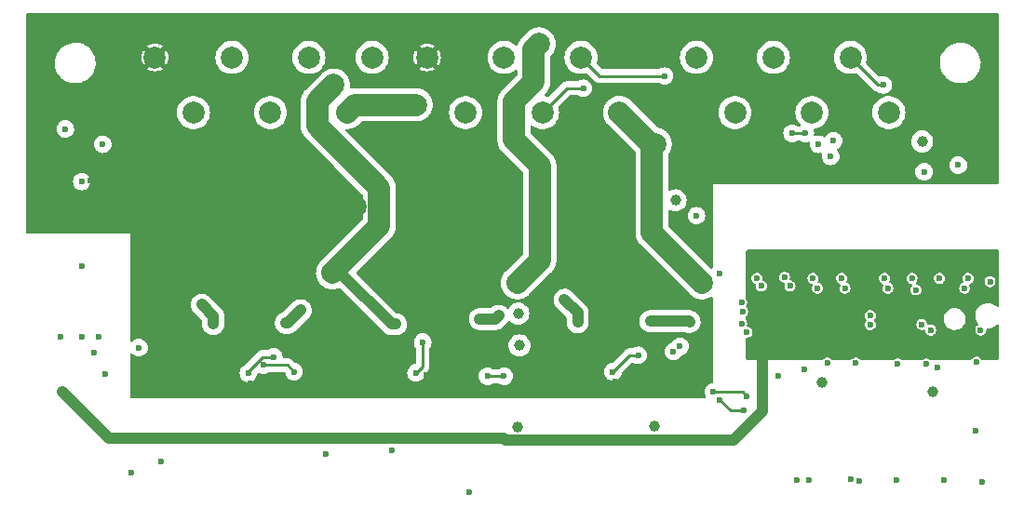
<source format=gbr>
%TF.GenerationSoftware,KiCad,Pcbnew,7.0.9-7.0.9~ubuntu22.04.1*%
%TF.CreationDate,2023-12-10T20:03:09+01:00*%
%TF.ProjectId,door_if4_usb.v2,646f6f72-5f69-4663-945f-7573622e7632,rev?*%
%TF.SameCoordinates,Original*%
%TF.FileFunction,Copper,L2,Inr*%
%TF.FilePolarity,Positive*%
%FSLAX46Y46*%
G04 Gerber Fmt 4.6, Leading zero omitted, Abs format (unit mm)*
G04 Created by KiCad (PCBNEW 7.0.9-7.0.9~ubuntu22.04.1) date 2023-12-10 20:03:09*
%MOMM*%
%LPD*%
G01*
G04 APERTURE LIST*
%TA.AperFunction,ComponentPad*%
%ADD10C,2.000000*%
%TD*%
%TA.AperFunction,ViaPad*%
%ADD11C,2.000000*%
%TD*%
%TA.AperFunction,ViaPad*%
%ADD12C,1.000000*%
%TD*%
%TA.AperFunction,ViaPad*%
%ADD13C,0.600000*%
%TD*%
%TA.AperFunction,Conductor*%
%ADD14C,2.000000*%
%TD*%
%TA.AperFunction,Conductor*%
%ADD15C,1.000000*%
%TD*%
%TA.AperFunction,Conductor*%
%ADD16C,0.250000*%
%TD*%
G04 APERTURE END LIST*
D10*
%TO.N,+24V*%
%TO.C,J1*%
X139000000Y-99500000D03*
%TO.N,IN1*%
X135500000Y-94500000D03*
%TO.N,IN2*%
X132000000Y-99500000D03*
%TO.N,IN3*%
X128500000Y-94500000D03*
%TO.N,IN4*%
X125000000Y-99500000D03*
%TO.N,IN5*%
X121500000Y-94500000D03*
%TD*%
%TO.N,OUT2*%
%TO.C,J3*%
X89750000Y-99500000D03*
%TO.N,OUT3*%
X86250000Y-94500000D03*
%TO.N,OUT4*%
X82750000Y-99500000D03*
%TO.N,OUT5*%
X79250000Y-94500000D03*
%TO.N,OUT6*%
X75750000Y-99500000D03*
%TO.N,GNDA*%
X72250000Y-94500000D03*
%TD*%
%TO.N,+24V*%
%TO.C,J2*%
X114500000Y-99500000D03*
%TO.N,IN6*%
X111000000Y-94500000D03*
%TO.N,IN7*%
X107500000Y-99500000D03*
%TO.N,IN8*%
X104000000Y-94500000D03*
%TO.N,OUT1*%
X100500000Y-99500000D03*
%TO.N,GNDA*%
X97000000Y-94500000D03*
%TD*%
D11*
%TO.N,+24V*%
X117751911Y-102368423D03*
D12*
X109495556Y-116549500D03*
D13*
X104000000Y-123500000D03*
D12*
X84150000Y-118650000D03*
X117300000Y-118500000D03*
X94175000Y-118775000D03*
X101800000Y-118300000D03*
X76500000Y-117000000D03*
X103500000Y-118000000D03*
X77550000Y-118750000D03*
D13*
X82100000Y-122500000D03*
X84900000Y-123100000D03*
D12*
X110700000Y-118600000D03*
D11*
X88400000Y-114100000D03*
X107190888Y-93263553D03*
X122000000Y-115000000D03*
X88500000Y-97000000D03*
X105200000Y-115000000D03*
D12*
X85500000Y-117500000D03*
X120875000Y-118559063D03*
D13*
X102500000Y-123500000D03*
%TO.N,GNDA*%
X147450002Y-133149998D03*
D12*
X114700000Y-118500000D03*
D13*
X80950000Y-124150000D03*
D12*
X66500000Y-98500000D03*
D13*
X110200000Y-124700000D03*
X77050000Y-124850000D03*
X98475000Y-124975000D03*
D11*
X120600000Y-102500000D03*
D13*
X81850000Y-124950000D03*
X114100000Y-124000000D03*
X131750000Y-133000000D03*
X96900000Y-123400000D03*
X124700000Y-105100000D03*
X67000000Y-109400000D03*
X66400000Y-105700000D03*
D11*
X104199998Y-107600001D03*
D12*
X62500000Y-98000000D03*
D13*
X100710500Y-124970945D03*
X83350000Y-123450000D03*
D12*
X74950000Y-118750000D03*
D13*
X70700000Y-119300000D03*
D11*
X101400000Y-107299996D03*
D13*
X148300000Y-102400000D03*
X143985507Y-132989796D03*
D12*
X81620711Y-119045711D03*
X96347655Y-118152345D03*
D13*
X115000000Y-124800000D03*
D11*
X86700000Y-108100000D03*
D13*
X136338437Y-133039740D03*
X148400000Y-100300000D03*
X116500000Y-123300000D03*
D11*
X90500000Y-108100000D03*
D13*
X93675000Y-124875000D03*
X122200000Y-107300000D03*
D12*
X91575000Y-118775000D03*
X108100000Y-118600000D03*
D11*
X73700000Y-108000000D03*
D13*
%TO.N,+3V3*%
X142300000Y-116800000D03*
X135700000Y-117800000D03*
X138700000Y-117100000D03*
X131400000Y-117300000D03*
X126500000Y-116200000D03*
X141200000Y-117100000D03*
X143700000Y-117200000D03*
X130700000Y-118400000D03*
X128100000Y-117800000D03*
X148400000Y-115900000D03*
X63800000Y-124900000D03*
X144900000Y-116700000D03*
X129100000Y-116100000D03*
X134300000Y-116100000D03*
X131596474Y-116050000D03*
D12*
X137200000Y-113600000D03*
D13*
X136900000Y-116100000D03*
%TO.N,GND*%
X141100000Y-114600000D03*
D12*
X117705288Y-128025000D03*
D13*
X131272622Y-122906237D03*
X132100000Y-114600000D03*
X134700000Y-114600000D03*
D12*
X105300000Y-117800000D03*
D13*
X143400000Y-122700000D03*
X136000000Y-122300000D03*
X133400000Y-122300000D03*
X127000000Y-114600000D03*
X146923478Y-128491242D03*
X142400000Y-122400000D03*
X146975000Y-122238955D03*
D12*
X119600000Y-107500000D03*
D13*
X146200000Y-114600000D03*
X138600000Y-114600000D03*
X67700000Y-123300000D03*
X66700000Y-121400000D03*
X128972756Y-123513468D03*
X129500000Y-114500000D03*
D12*
X142025000Y-102150000D03*
X143000000Y-124900000D03*
D13*
X65600000Y-113500000D03*
X123600000Y-114200000D03*
X139800000Y-122400000D03*
D12*
X105200000Y-128150000D03*
X105400000Y-120700000D03*
D13*
X143600000Y-114600000D03*
D12*
X132900000Y-124100000D03*
D13*
%TO.N,Net-(D26-A)*%
X145300000Y-104300000D03*
X142200000Y-104900000D03*
%TO.N,Net-(D28-A)*%
X132600000Y-102400000D03*
X133700000Y-103500000D03*
%TO.N,VmidA*%
X130600000Y-133000000D03*
X139700000Y-133000000D03*
X70100000Y-132300000D03*
X135500000Y-132900000D03*
%TO.N,VmidB*%
X64100000Y-101000000D03*
X133965314Y-102075000D03*
D11*
%TO.N,OUT2*%
X96000000Y-98800000D03*
D13*
%TO.N,Net-(U9A-+)*%
X65600000Y-105800000D03*
X67500000Y-102400000D03*
D11*
%TO.N,OUT3*%
X92000000Y-94500000D03*
D13*
%TO.N,Vmid_3v3_A*%
X65600000Y-119900000D03*
X70800000Y-120900000D03*
X63700000Y-119900000D03*
X67100000Y-119900000D03*
%TO.N,IN1*%
X138500000Y-97000000D03*
%TO.N,IN5*%
X130200000Y-101400000D03*
X131400000Y-101400000D03*
%TO.N,IN6*%
X118600000Y-96200000D03*
%TO.N,IN7*%
X123644510Y-125673832D03*
X125780000Y-126607917D03*
X111200000Y-97300000D03*
%TO.N,IN8*%
X123025000Y-124944806D03*
X126080771Y-125317668D03*
%TO.N,Net-(Q1-G1)*%
X113900000Y-123100000D03*
X116200000Y-121600000D03*
%TO.N,Net-(Q3-G1)*%
X96600000Y-120400000D03*
X96000000Y-123200000D03*
%TO.N,Net-(Q5-G1)*%
X83050000Y-121750000D03*
X80750000Y-123250000D03*
%TO.N,O_LED*%
X121500000Y-108900000D03*
%TO.N,S_IN1A*%
X148200000Y-114900000D03*
%TO.N,S_IN1B*%
X145900000Y-115500000D03*
%TO.N,S_IN2A*%
X141450000Y-115650000D03*
%TO.N,S_IN2B*%
X138900000Y-115500000D03*
%TO.N,S_IN3A*%
X137306587Y-118806587D03*
%TO.N,S_IN3B*%
X142000000Y-118800000D03*
X137300000Y-118000000D03*
%TO.N,S_IN4A*%
X142800000Y-119300000D03*
%TO.N,S_IN4B*%
X147351764Y-119296473D03*
%TO.N,S_IN5A*%
X135000000Y-115500000D03*
%TO.N,S_IN5B*%
X132500000Y-115500000D03*
%TO.N,S_IN6A*%
X130000000Y-115300000D03*
%TO.N,S_IN6B*%
X127400000Y-115300000D03*
%TO.N,S_IN7A*%
X126100000Y-119500000D03*
%TO.N,S_IN7B*%
X125600000Y-118700000D03*
%TO.N,S_IN8A*%
X125700000Y-117600000D03*
%TO.N,S_IN8B*%
X125600000Y-116800000D03*
%TO.N,S_OUT6*%
X87810454Y-130600000D03*
%TO.N,S_OUT5*%
X72800000Y-131300000D03*
%TO.N,S_OUT4*%
X100800000Y-134100000D03*
%TO.N,S_OUT3*%
X93769987Y-130225000D03*
%TO.N,S_OUT2*%
X119407326Y-121259610D03*
%TO.N,S_OUT1*%
X120000000Y-120800000D03*
%TD*%
D14*
%TO.N,+24V*%
X104900000Y-102000000D02*
X107250000Y-104350000D01*
D15*
X84150000Y-118650000D02*
X84350000Y-118650000D01*
D14*
X117450000Y-102670334D02*
X117751911Y-102368423D01*
D15*
X94175000Y-118775000D02*
X93775000Y-118775000D01*
X120815937Y-118500000D02*
X120875000Y-118559063D01*
D14*
X117450000Y-110450000D02*
X117450000Y-102670334D01*
D15*
X77550000Y-118050000D02*
X76500000Y-117000000D01*
X101800000Y-118300000D02*
X103200000Y-118300000D01*
X93775000Y-118775000D02*
X89100000Y-114100000D01*
D14*
X107250000Y-104350000D02*
X107250000Y-112950000D01*
D15*
X84350000Y-118650000D02*
X85500000Y-117500000D01*
D14*
X122000000Y-115000000D02*
X117450000Y-110450000D01*
X88500000Y-97000000D02*
X87000000Y-98500000D01*
D15*
X110700000Y-117753944D02*
X109495556Y-116549500D01*
D14*
X114500000Y-99500000D02*
X117368423Y-102368423D01*
X92650000Y-109850000D02*
X88400000Y-114100000D01*
D15*
X103200000Y-118300000D02*
X103500000Y-118000000D01*
D14*
X106700000Y-93754441D02*
X106700000Y-96700000D01*
X117368423Y-102368423D02*
X117751911Y-102368423D01*
X104900000Y-98500000D02*
X104900000Y-102000000D01*
X107190888Y-93263553D02*
X106700000Y-93754441D01*
X92650000Y-106350000D02*
X92650000Y-109850000D01*
X106700000Y-96700000D02*
X104900000Y-98500000D01*
X107250000Y-112950000D02*
X105200000Y-115000000D01*
D16*
X84300000Y-122500000D02*
X84900000Y-123100000D01*
D15*
X77550000Y-118750000D02*
X77550000Y-118050000D01*
X110700000Y-118600000D02*
X110700000Y-117753944D01*
D14*
X87000000Y-98500000D02*
X87000000Y-100700000D01*
X87000000Y-100700000D02*
X92650000Y-106350000D01*
D16*
X82100000Y-122500000D02*
X84300000Y-122500000D01*
D15*
X89100000Y-114100000D02*
X88400000Y-114100000D01*
D16*
X102500000Y-123500000D02*
X104000000Y-123500000D01*
D15*
X117300000Y-118500000D02*
X120815937Y-118500000D01*
%TO.N,+3V3*%
X124900000Y-129300000D02*
X121200000Y-129300000D01*
X127500000Y-125600000D02*
X127500000Y-126700000D01*
X103975000Y-129175000D02*
X68075000Y-129175000D01*
X133500000Y-119300000D02*
X132100000Y-120700000D01*
X137200000Y-115600000D02*
X133500000Y-119300000D01*
X105600000Y-129300000D02*
X104100000Y-129300000D01*
X128600000Y-120700000D02*
X127500000Y-121800000D01*
X127500000Y-121800000D02*
X127500000Y-125600000D01*
X104100000Y-129300000D02*
X103975000Y-129175000D01*
X121200000Y-129300000D02*
X105600000Y-129300000D01*
X68075000Y-129175000D02*
X63800000Y-124900000D01*
X137200000Y-113600000D02*
X137200000Y-115600000D01*
X127500000Y-126700000D02*
X124900000Y-129300000D01*
X132100000Y-120700000D02*
X128600000Y-120700000D01*
D14*
%TO.N,OUT2*%
X96000000Y-98800000D02*
X90450000Y-98800000D01*
X90450000Y-98800000D02*
X89750000Y-99500000D01*
D16*
%TO.N,IN1*%
X138000000Y-97000000D02*
X135500000Y-94500000D01*
X138500000Y-97000000D02*
X138000000Y-97000000D01*
%TO.N,IN5*%
X130200000Y-101400000D02*
X131400000Y-101400000D01*
%TO.N,IN6*%
X112700000Y-96200000D02*
X111000000Y-94500000D01*
X118600000Y-96200000D02*
X112700000Y-96200000D01*
%TO.N,IN7*%
X124578595Y-126607917D02*
X125780000Y-126607917D01*
X109700000Y-97300000D02*
X107500000Y-99500000D01*
X123644510Y-125673832D02*
X124578595Y-126607917D01*
X111200000Y-97300000D02*
X109700000Y-97300000D01*
%TO.N,IN8*%
X126080771Y-125317668D02*
X125707909Y-124944806D01*
X125707909Y-124944806D02*
X123025000Y-124944806D01*
%TO.N,Net-(Q1-G1)*%
X115400000Y-121600000D02*
X116200000Y-121600000D01*
X113900000Y-123100000D02*
X115400000Y-121600000D01*
%TO.N,Net-(Q3-G1)*%
X96600000Y-122600000D02*
X96600000Y-120400000D01*
X96000000Y-123200000D02*
X96600000Y-122600000D01*
%TO.N,Net-(Q5-G1)*%
X80750000Y-123250000D02*
X80750000Y-123036827D01*
X80750000Y-123036827D02*
X82036827Y-121750000D01*
X82036827Y-121750000D02*
X83050000Y-121750000D01*
%TD*%
%TA.AperFunction,Conductor*%
%TO.N,+3V3*%
G36*
X148943039Y-112019685D02*
G01*
X148988794Y-112072489D01*
X149000000Y-112124000D01*
X149000000Y-117069122D01*
X148980315Y-117136161D01*
X148927511Y-117181916D01*
X148858353Y-117191860D01*
X148794797Y-117162835D01*
X148784366Y-117152664D01*
X148778407Y-117146128D01*
X148608253Y-117017632D01*
X148417393Y-116922596D01*
X148212310Y-116864244D01*
X148053194Y-116849500D01*
X147946806Y-116849500D01*
X147819513Y-116861295D01*
X147787689Y-116864244D01*
X147582607Y-116922596D01*
X147582605Y-116922596D01*
X147391746Y-117017632D01*
X147221593Y-117146127D01*
X147077947Y-117303699D01*
X146965702Y-117484980D01*
X146965701Y-117484982D01*
X146918381Y-117607132D01*
X146888679Y-117683802D01*
X146849500Y-117893390D01*
X146849500Y-118106610D01*
X146888679Y-118316198D01*
X146902196Y-118351090D01*
X146955349Y-118488296D01*
X146965702Y-118515019D01*
X147053949Y-118657543D01*
X147077949Y-118696303D01*
X147083206Y-118702070D01*
X147113824Y-118764873D01*
X147105627Y-118834261D01*
X147061218Y-118888201D01*
X147058612Y-118889923D01*
X147020637Y-118914328D01*
X146926387Y-119023099D01*
X146926386Y-119023101D01*
X146866598Y-119154016D01*
X146846117Y-119296473D01*
X146866598Y-119438929D01*
X146894489Y-119500000D01*
X146926387Y-119569846D01*
X147020636Y-119678616D01*
X147141711Y-119756426D01*
X147141714Y-119756427D01*
X147141713Y-119756427D01*
X147279800Y-119796972D01*
X147279802Y-119796973D01*
X147279803Y-119796973D01*
X147423726Y-119796973D01*
X147423726Y-119796972D01*
X147561817Y-119756426D01*
X147682892Y-119678616D01*
X147777141Y-119569846D01*
X147836929Y-119438930D01*
X147857411Y-119296473D01*
X147856789Y-119292146D01*
X147857411Y-119287820D01*
X147857411Y-119287604D01*
X147857442Y-119287604D01*
X147866733Y-119222988D01*
X147912488Y-119170184D01*
X147979527Y-119150500D01*
X148053190Y-119150500D01*
X148053194Y-119150500D01*
X148212310Y-119135756D01*
X148417389Y-119077405D01*
X148417393Y-119077403D01*
X148417394Y-119077403D01*
X148608253Y-118982367D01*
X148608253Y-118982366D01*
X148608255Y-118982366D01*
X148778407Y-118853872D01*
X148784363Y-118847338D01*
X148844073Y-118811058D01*
X148913921Y-118812818D01*
X148971729Y-118852061D01*
X148999143Y-118916327D01*
X149000000Y-118930877D01*
X149000000Y-121876000D01*
X148980315Y-121943039D01*
X148927511Y-121988794D01*
X148876000Y-122000000D01*
X147486829Y-122000000D01*
X147419790Y-121980315D01*
X147393116Y-121957202D01*
X147306129Y-121856813D01*
X147306128Y-121856812D01*
X147185053Y-121779002D01*
X147185051Y-121779001D01*
X147185049Y-121779000D01*
X147185050Y-121779000D01*
X147046963Y-121738455D01*
X147046961Y-121738455D01*
X146903039Y-121738455D01*
X146903036Y-121738455D01*
X146764949Y-121779000D01*
X146643872Y-121856812D01*
X146643870Y-121856813D01*
X146556884Y-121957202D01*
X146498106Y-121994977D01*
X146463171Y-122000000D01*
X142739752Y-122000000D01*
X142672714Y-121980316D01*
X142610050Y-121940045D01*
X142471963Y-121899500D01*
X142471961Y-121899500D01*
X142328039Y-121899500D01*
X142328036Y-121899500D01*
X142189950Y-121940045D01*
X142189948Y-121940045D01*
X142127286Y-121980316D01*
X142060248Y-122000000D01*
X140139752Y-122000000D01*
X140072714Y-121980316D01*
X140010050Y-121940045D01*
X139871963Y-121899500D01*
X139871961Y-121899500D01*
X139728039Y-121899500D01*
X139728036Y-121899500D01*
X139589950Y-121940045D01*
X139589948Y-121940045D01*
X139527286Y-121980316D01*
X139460248Y-122000000D01*
X136458934Y-122000000D01*
X136391895Y-121980315D01*
X136365221Y-121957203D01*
X136352948Y-121943039D01*
X136331128Y-121917857D01*
X136210053Y-121840047D01*
X136210051Y-121840046D01*
X136210049Y-121840045D01*
X136210050Y-121840045D01*
X136071963Y-121799500D01*
X136071961Y-121799500D01*
X135928039Y-121799500D01*
X135928036Y-121799500D01*
X135789949Y-121840045D01*
X135668873Y-121917856D01*
X135668872Y-121917856D01*
X135668872Y-121917857D01*
X135649645Y-121940047D01*
X135634779Y-121957203D01*
X135576001Y-121994977D01*
X135541066Y-122000000D01*
X133858934Y-122000000D01*
X133791895Y-121980315D01*
X133765221Y-121957203D01*
X133752948Y-121943039D01*
X133731128Y-121917857D01*
X133610053Y-121840047D01*
X133610051Y-121840046D01*
X133610049Y-121840045D01*
X133610050Y-121840045D01*
X133471963Y-121799500D01*
X133471961Y-121799500D01*
X133328039Y-121799500D01*
X133328036Y-121799500D01*
X133189949Y-121840045D01*
X133068873Y-121917856D01*
X133068872Y-121917856D01*
X133068872Y-121917857D01*
X133049645Y-121940047D01*
X133034779Y-121957203D01*
X132976001Y-121994977D01*
X132941066Y-122000000D01*
X126124000Y-122000000D01*
X126056961Y-121980315D01*
X126011206Y-121927511D01*
X126000000Y-121876000D01*
X126000000Y-120124500D01*
X126019685Y-120057461D01*
X126072489Y-120011706D01*
X126124000Y-120000500D01*
X126171962Y-120000500D01*
X126171962Y-120000499D01*
X126310053Y-119959953D01*
X126431128Y-119882143D01*
X126525377Y-119773373D01*
X126585165Y-119642457D01*
X126605647Y-119500000D01*
X126585165Y-119357543D01*
X126525377Y-119226627D01*
X126431128Y-119117857D01*
X126310053Y-119040047D01*
X126310050Y-119040045D01*
X126168579Y-118998506D01*
X126109801Y-118960732D01*
X126080776Y-118897176D01*
X126084061Y-118851257D01*
X126083903Y-118851235D01*
X126084221Y-118849016D01*
X126084539Y-118844586D01*
X126085160Y-118842467D01*
X126085165Y-118842457D01*
X126105647Y-118700000D01*
X126085165Y-118557543D01*
X126025377Y-118426627D01*
X126025374Y-118426624D01*
X126020582Y-118419166D01*
X126023445Y-118417325D01*
X126001257Y-118368699D01*
X126000000Y-118351090D01*
X126000000Y-118064315D01*
X126018885Y-118000000D01*
X136794353Y-118000000D01*
X136814834Y-118142456D01*
X136874622Y-118273371D01*
X136874625Y-118273376D01*
X136920130Y-118325892D01*
X136949155Y-118389447D01*
X136939211Y-118458606D01*
X136920131Y-118488296D01*
X136881210Y-118533214D01*
X136881209Y-118533215D01*
X136821421Y-118664130D01*
X136800940Y-118806587D01*
X136821421Y-118949043D01*
X136855243Y-119023101D01*
X136881210Y-119079960D01*
X136975459Y-119188730D01*
X137096534Y-119266540D01*
X137096537Y-119266541D01*
X137096536Y-119266541D01*
X137183741Y-119292146D01*
X137212192Y-119300500D01*
X137234623Y-119307086D01*
X137234625Y-119307087D01*
X137234626Y-119307087D01*
X137378549Y-119307087D01*
X137378549Y-119307086D01*
X137516640Y-119266540D01*
X137637715Y-119188730D01*
X137731964Y-119079960D01*
X137791752Y-118949044D01*
X137812234Y-118806587D01*
X137811287Y-118800000D01*
X141494353Y-118800000D01*
X141514834Y-118942456D01*
X141569909Y-119063051D01*
X141574623Y-119073373D01*
X141668872Y-119182143D01*
X141789947Y-119259953D01*
X141789950Y-119259954D01*
X141789949Y-119259954D01*
X141875502Y-119285074D01*
X141926336Y-119300000D01*
X141928036Y-119300499D01*
X141928038Y-119300500D01*
X141928039Y-119300500D01*
X142071961Y-119300500D01*
X142100412Y-119292146D01*
X142148106Y-119278142D01*
X142217976Y-119278142D01*
X142276754Y-119315916D01*
X142305779Y-119379472D01*
X142314834Y-119442456D01*
X142341114Y-119500000D01*
X142374623Y-119573373D01*
X142468872Y-119682143D01*
X142589947Y-119759953D01*
X142589950Y-119759954D01*
X142589949Y-119759954D01*
X142728036Y-119800499D01*
X142728038Y-119800500D01*
X142728039Y-119800500D01*
X142871962Y-119800500D01*
X142871962Y-119800499D01*
X143010053Y-119759953D01*
X143131128Y-119682143D01*
X143225377Y-119573373D01*
X143285165Y-119442457D01*
X143305647Y-119300000D01*
X143285165Y-119157543D01*
X143225377Y-119026627D01*
X143131128Y-118917857D01*
X143010053Y-118840047D01*
X143010051Y-118840046D01*
X143010049Y-118840045D01*
X143010050Y-118840045D01*
X142871963Y-118799500D01*
X142871961Y-118799500D01*
X142728039Y-118799500D01*
X142651891Y-118821858D01*
X142582022Y-118821857D01*
X142523244Y-118784081D01*
X142494220Y-118720526D01*
X142490737Y-118696303D01*
X142485165Y-118657543D01*
X142425377Y-118526627D01*
X142331128Y-118417857D01*
X142226997Y-118350936D01*
X143965631Y-118350936D01*
X143996442Y-118552063D01*
X143996445Y-118552075D01*
X144067111Y-118742881D01*
X144067115Y-118742888D01*
X144174745Y-118915567D01*
X144174749Y-118915572D01*
X144276963Y-119023101D01*
X144314941Y-119063053D01*
X144419397Y-119135756D01*
X144481949Y-119179294D01*
X144481950Y-119179294D01*
X144481951Y-119179295D01*
X144668942Y-119259540D01*
X144868259Y-119300500D01*
X145020743Y-119300500D01*
X145172439Y-119285074D01*
X145366579Y-119224162D01*
X145366580Y-119224161D01*
X145366588Y-119224159D01*
X145544502Y-119125409D01*
X145698895Y-118992866D01*
X145823448Y-118831958D01*
X145913060Y-118649271D01*
X145964063Y-118452285D01*
X145974369Y-118249064D01*
X145943556Y-118047929D01*
X145886322Y-117893392D01*
X145872888Y-117857118D01*
X145872887Y-117857117D01*
X145872886Y-117857113D01*
X145765252Y-117684429D01*
X145625059Y-117536947D01*
X145510976Y-117457543D01*
X145458050Y-117420705D01*
X145271056Y-117340459D01*
X145071741Y-117299500D01*
X144919258Y-117299500D01*
X144919257Y-117299500D01*
X144767560Y-117314925D01*
X144573420Y-117375837D01*
X144573405Y-117375844D01*
X144395500Y-117474589D01*
X144395495Y-117474592D01*
X144241106Y-117607132D01*
X144241104Y-117607134D01*
X144116554Y-117768037D01*
X144116553Y-117768040D01*
X144026940Y-117950728D01*
X143975937Y-118147714D01*
X143965631Y-118350936D01*
X142226997Y-118350936D01*
X142210053Y-118340047D01*
X142210051Y-118340046D01*
X142210049Y-118340045D01*
X142210050Y-118340045D01*
X142071963Y-118299500D01*
X142071961Y-118299500D01*
X141928039Y-118299500D01*
X141928036Y-118299500D01*
X141789949Y-118340045D01*
X141668873Y-118417856D01*
X141574623Y-118526626D01*
X141574622Y-118526628D01*
X141514834Y-118657543D01*
X141494353Y-118800000D01*
X137811287Y-118800000D01*
X137791752Y-118664130D01*
X137731964Y-118533214D01*
X137686455Y-118480694D01*
X137657431Y-118417139D01*
X137667375Y-118347980D01*
X137686453Y-118318293D01*
X137725377Y-118273373D01*
X137785165Y-118142457D01*
X137805647Y-118000000D01*
X137785165Y-117857543D01*
X137725377Y-117726627D01*
X137631128Y-117617857D01*
X137510053Y-117540047D01*
X137510051Y-117540046D01*
X137510049Y-117540045D01*
X137510050Y-117540045D01*
X137371963Y-117499500D01*
X137371961Y-117499500D01*
X137228039Y-117499500D01*
X137228036Y-117499500D01*
X137089949Y-117540045D01*
X136968873Y-117617856D01*
X136874623Y-117726626D01*
X136874622Y-117726628D01*
X136814834Y-117857543D01*
X136794353Y-118000000D01*
X126018885Y-118000000D01*
X126019685Y-117997276D01*
X126030287Y-117983112D01*
X126031124Y-117982144D01*
X126031128Y-117982143D01*
X126125377Y-117873373D01*
X126185165Y-117742457D01*
X126205647Y-117600000D01*
X126185165Y-117457543D01*
X126125377Y-117326627D01*
X126047019Y-117236196D01*
X126035299Y-117222670D01*
X126006275Y-117159114D01*
X126016219Y-117089956D01*
X126024704Y-117074419D01*
X126025368Y-117073382D01*
X126025377Y-117073373D01*
X126085165Y-116942457D01*
X126105647Y-116800000D01*
X126085165Y-116657543D01*
X126025377Y-116526627D01*
X126025374Y-116526624D01*
X126020582Y-116519166D01*
X126023445Y-116517325D01*
X126001257Y-116468699D01*
X126000000Y-116451090D01*
X126000000Y-114600000D01*
X126494353Y-114600000D01*
X126514834Y-114742456D01*
X126540432Y-114798506D01*
X126574623Y-114873373D01*
X126668872Y-114982143D01*
X126716641Y-115012842D01*
X126789948Y-115059954D01*
X126820144Y-115068820D01*
X126878922Y-115106594D01*
X126907947Y-115170150D01*
X126907947Y-115205443D01*
X126894353Y-115299998D01*
X126894353Y-115299999D01*
X126914834Y-115442456D01*
X126941114Y-115500000D01*
X126974623Y-115573373D01*
X127068872Y-115682143D01*
X127189947Y-115759953D01*
X127189950Y-115759954D01*
X127189949Y-115759954D01*
X127328036Y-115800499D01*
X127328038Y-115800500D01*
X127328039Y-115800500D01*
X127471962Y-115800500D01*
X127471962Y-115800499D01*
X127610053Y-115759953D01*
X127731128Y-115682143D01*
X127825377Y-115573373D01*
X127885165Y-115442457D01*
X127905647Y-115300000D01*
X127885165Y-115157543D01*
X127825377Y-115026627D01*
X127731128Y-114917857D01*
X127675556Y-114882143D01*
X127610052Y-114840046D01*
X127579853Y-114831179D01*
X127521076Y-114793403D01*
X127492052Y-114729847D01*
X127492052Y-114694555D01*
X127498277Y-114651257D01*
X127505647Y-114600000D01*
X127491269Y-114500000D01*
X128994353Y-114500000D01*
X129014834Y-114642456D01*
X129068850Y-114760732D01*
X129074623Y-114773373D01*
X129168872Y-114882143D01*
X129289947Y-114959953D01*
X129289950Y-114959954D01*
X129289949Y-114959954D01*
X129431419Y-115001493D01*
X129490198Y-115039267D01*
X129519223Y-115102822D01*
X129515939Y-115148742D01*
X129516097Y-115148765D01*
X129515781Y-115150960D01*
X129515464Y-115155399D01*
X129514835Y-115157540D01*
X129494353Y-115300000D01*
X129514834Y-115442456D01*
X129541114Y-115500000D01*
X129574623Y-115573373D01*
X129668872Y-115682143D01*
X129789947Y-115759953D01*
X129789950Y-115759954D01*
X129789949Y-115759954D01*
X129928036Y-115800499D01*
X129928038Y-115800500D01*
X129928039Y-115800500D01*
X130071962Y-115800500D01*
X130071962Y-115800499D01*
X130210053Y-115759953D01*
X130331128Y-115682143D01*
X130425377Y-115573373D01*
X130485165Y-115442457D01*
X130505647Y-115300000D01*
X130485165Y-115157543D01*
X130425377Y-115026627D01*
X130331128Y-114917857D01*
X130210053Y-114840047D01*
X130210050Y-114840045D01*
X130068579Y-114798506D01*
X130009801Y-114760732D01*
X129980776Y-114697176D01*
X129984061Y-114651257D01*
X129983903Y-114651235D01*
X129984221Y-114649016D01*
X129984539Y-114644586D01*
X129985160Y-114642467D01*
X129985165Y-114642457D01*
X129991269Y-114600000D01*
X131594353Y-114600000D01*
X131614834Y-114742456D01*
X131640432Y-114798506D01*
X131674623Y-114873373D01*
X131768872Y-114982143D01*
X131889947Y-115059953D01*
X131889950Y-115059954D01*
X131889948Y-115059954D01*
X131982596Y-115087157D01*
X132041374Y-115124930D01*
X132070400Y-115188486D01*
X132060457Y-115257644D01*
X132060457Y-115257645D01*
X132014834Y-115357545D01*
X131994353Y-115500000D01*
X132014834Y-115642456D01*
X132032959Y-115682143D01*
X132074623Y-115773373D01*
X132168872Y-115882143D01*
X132289947Y-115959953D01*
X132289950Y-115959954D01*
X132289949Y-115959954D01*
X132428036Y-116000499D01*
X132428038Y-116000500D01*
X132428039Y-116000500D01*
X132571962Y-116000500D01*
X132571962Y-116000499D01*
X132710053Y-115959953D01*
X132831128Y-115882143D01*
X132925377Y-115773373D01*
X132985165Y-115642457D01*
X133005647Y-115500000D01*
X132985165Y-115357543D01*
X132925377Y-115226627D01*
X132831128Y-115117857D01*
X132754825Y-115068820D01*
X132710051Y-115040045D01*
X132617402Y-115012842D01*
X132558624Y-114975068D01*
X132529599Y-114911512D01*
X132539543Y-114842354D01*
X132585165Y-114742457D01*
X132605647Y-114600000D01*
X134194353Y-114600000D01*
X134214834Y-114742456D01*
X134240432Y-114798506D01*
X134274623Y-114873373D01*
X134368872Y-114982143D01*
X134489947Y-115059953D01*
X134494421Y-115061266D01*
X134553198Y-115099040D01*
X134582224Y-115162596D01*
X134572281Y-115231754D01*
X134572280Y-115231755D01*
X134514835Y-115357541D01*
X134514834Y-115357542D01*
X134494353Y-115500000D01*
X134514834Y-115642456D01*
X134532959Y-115682143D01*
X134574623Y-115773373D01*
X134668872Y-115882143D01*
X134789947Y-115959953D01*
X134789950Y-115959954D01*
X134789949Y-115959954D01*
X134928036Y-116000499D01*
X134928038Y-116000500D01*
X134928039Y-116000500D01*
X135071962Y-116000500D01*
X135071962Y-116000499D01*
X135210053Y-115959953D01*
X135331128Y-115882143D01*
X135425377Y-115773373D01*
X135485165Y-115642457D01*
X135505647Y-115500000D01*
X135485165Y-115357543D01*
X135425377Y-115226627D01*
X135331128Y-115117857D01*
X135210053Y-115040047D01*
X135210052Y-115040046D01*
X135210051Y-115040046D01*
X135205573Y-115038731D01*
X135146797Y-115000954D01*
X135117774Y-114937397D01*
X135127718Y-114868245D01*
X135185165Y-114742457D01*
X135205647Y-114600000D01*
X138094353Y-114600000D01*
X138114834Y-114742456D01*
X138140432Y-114798506D01*
X138174623Y-114873373D01*
X138268872Y-114982143D01*
X138389947Y-115059953D01*
X138394421Y-115061266D01*
X138453198Y-115099040D01*
X138482224Y-115162596D01*
X138472281Y-115231754D01*
X138472280Y-115231755D01*
X138414835Y-115357541D01*
X138414834Y-115357542D01*
X138394353Y-115500000D01*
X138414834Y-115642456D01*
X138432959Y-115682143D01*
X138474623Y-115773373D01*
X138568872Y-115882143D01*
X138689947Y-115959953D01*
X138689950Y-115959954D01*
X138689949Y-115959954D01*
X138828036Y-116000499D01*
X138828038Y-116000500D01*
X138828039Y-116000500D01*
X138971962Y-116000500D01*
X138971962Y-116000499D01*
X139110053Y-115959953D01*
X139231128Y-115882143D01*
X139325377Y-115773373D01*
X139385165Y-115642457D01*
X139405647Y-115500000D01*
X139385165Y-115357543D01*
X139325377Y-115226627D01*
X139231128Y-115117857D01*
X139110053Y-115040047D01*
X139110052Y-115040046D01*
X139110051Y-115040046D01*
X139105573Y-115038731D01*
X139046797Y-115000954D01*
X139017774Y-114937397D01*
X139027718Y-114868245D01*
X139085165Y-114742457D01*
X139105647Y-114600000D01*
X140594353Y-114600000D01*
X140614834Y-114742456D01*
X140640432Y-114798506D01*
X140674623Y-114873373D01*
X140768872Y-114982143D01*
X140889947Y-115059953D01*
X140889950Y-115059954D01*
X140889949Y-115059954D01*
X141030919Y-115101346D01*
X141089698Y-115139120D01*
X141118723Y-115202675D01*
X141108780Y-115271834D01*
X141089698Y-115301525D01*
X141024625Y-115376622D01*
X141024622Y-115376628D01*
X140964834Y-115507543D01*
X140944353Y-115650000D01*
X140964834Y-115792456D01*
X141024622Y-115923371D01*
X141024623Y-115923373D01*
X141118872Y-116032143D01*
X141239947Y-116109953D01*
X141239950Y-116109954D01*
X141239949Y-116109954D01*
X141378036Y-116150499D01*
X141378038Y-116150500D01*
X141378039Y-116150500D01*
X141521962Y-116150500D01*
X141521962Y-116150499D01*
X141660053Y-116109953D01*
X141781128Y-116032143D01*
X141875377Y-115923373D01*
X141935165Y-115792457D01*
X141955647Y-115650000D01*
X141935165Y-115507543D01*
X141931720Y-115500000D01*
X145394353Y-115500000D01*
X145414834Y-115642456D01*
X145432959Y-115682143D01*
X145474623Y-115773373D01*
X145568872Y-115882143D01*
X145689947Y-115959953D01*
X145689950Y-115959954D01*
X145689949Y-115959954D01*
X145828036Y-116000499D01*
X145828038Y-116000500D01*
X145828039Y-116000500D01*
X145971962Y-116000500D01*
X145971962Y-116000499D01*
X146110053Y-115959953D01*
X146231128Y-115882143D01*
X146325377Y-115773373D01*
X146385165Y-115642457D01*
X146405647Y-115500000D01*
X146385165Y-115357543D01*
X146327718Y-115231754D01*
X146317775Y-115162598D01*
X146346800Y-115099042D01*
X146405576Y-115061267D01*
X146405579Y-115061266D01*
X146405582Y-115061266D01*
X146406763Y-115060918D01*
X146410053Y-115059953D01*
X146531128Y-114982143D01*
X146602305Y-114900000D01*
X147694353Y-114900000D01*
X147714834Y-115042456D01*
X147769701Y-115162596D01*
X147774623Y-115173373D01*
X147868872Y-115282143D01*
X147989947Y-115359953D01*
X147989950Y-115359954D01*
X147989949Y-115359954D01*
X148128036Y-115400499D01*
X148128038Y-115400500D01*
X148128039Y-115400500D01*
X148271962Y-115400500D01*
X148271962Y-115400499D01*
X148410053Y-115359953D01*
X148531128Y-115282143D01*
X148625377Y-115173373D01*
X148685165Y-115042457D01*
X148705647Y-114900000D01*
X148685165Y-114757543D01*
X148625377Y-114626627D01*
X148531128Y-114517857D01*
X148410053Y-114440047D01*
X148410051Y-114440046D01*
X148410049Y-114440045D01*
X148410050Y-114440045D01*
X148271963Y-114399500D01*
X148271961Y-114399500D01*
X148128039Y-114399500D01*
X148128036Y-114399500D01*
X147989949Y-114440045D01*
X147868873Y-114517856D01*
X147774623Y-114626626D01*
X147774622Y-114626628D01*
X147714834Y-114757543D01*
X147694353Y-114900000D01*
X146602305Y-114900000D01*
X146625377Y-114873373D01*
X146685165Y-114742457D01*
X146705647Y-114600000D01*
X146685165Y-114457543D01*
X146625377Y-114326627D01*
X146531128Y-114217857D01*
X146410053Y-114140047D01*
X146410051Y-114140046D01*
X146410049Y-114140045D01*
X146410050Y-114140045D01*
X146271963Y-114099500D01*
X146271961Y-114099500D01*
X146128039Y-114099500D01*
X146128036Y-114099500D01*
X145989949Y-114140045D01*
X145868873Y-114217856D01*
X145774623Y-114326626D01*
X145774622Y-114326628D01*
X145714834Y-114457543D01*
X145694353Y-114600000D01*
X145714834Y-114742456D01*
X145772280Y-114868243D01*
X145782224Y-114937402D01*
X145753199Y-115000958D01*
X145694428Y-115038730D01*
X145689950Y-115040044D01*
X145689950Y-115040045D01*
X145568873Y-115117856D01*
X145474623Y-115226626D01*
X145474622Y-115226628D01*
X145414834Y-115357543D01*
X145394353Y-115500000D01*
X141931720Y-115500000D01*
X141875377Y-115376627D01*
X141781128Y-115267857D01*
X141724951Y-115231754D01*
X141660051Y-115190045D01*
X141519079Y-115148653D01*
X141460301Y-115110879D01*
X141431276Y-115047323D01*
X141441220Y-114978165D01*
X141460296Y-114948480D01*
X141525377Y-114873373D01*
X141585165Y-114742457D01*
X141605647Y-114600000D01*
X143094353Y-114600000D01*
X143114834Y-114742456D01*
X143140432Y-114798506D01*
X143174623Y-114873373D01*
X143268872Y-114982143D01*
X143389947Y-115059953D01*
X143389950Y-115059954D01*
X143389949Y-115059954D01*
X143482596Y-115087157D01*
X143523073Y-115099042D01*
X143528036Y-115100499D01*
X143528038Y-115100500D01*
X143528039Y-115100500D01*
X143671962Y-115100500D01*
X143671962Y-115100499D01*
X143805578Y-115061267D01*
X143810050Y-115059954D01*
X143810050Y-115059953D01*
X143810053Y-115059953D01*
X143931128Y-114982143D01*
X144025377Y-114873373D01*
X144085165Y-114742457D01*
X144105647Y-114600000D01*
X144085165Y-114457543D01*
X144025377Y-114326627D01*
X143931128Y-114217857D01*
X143810053Y-114140047D01*
X143810051Y-114140046D01*
X143810049Y-114140045D01*
X143810050Y-114140045D01*
X143671963Y-114099500D01*
X143671961Y-114099500D01*
X143528039Y-114099500D01*
X143528036Y-114099500D01*
X143389949Y-114140045D01*
X143268873Y-114217856D01*
X143174623Y-114326626D01*
X143174622Y-114326628D01*
X143114834Y-114457543D01*
X143094353Y-114600000D01*
X141605647Y-114600000D01*
X141585165Y-114457543D01*
X141525377Y-114326627D01*
X141431128Y-114217857D01*
X141310053Y-114140047D01*
X141310051Y-114140046D01*
X141310049Y-114140045D01*
X141310050Y-114140045D01*
X141171963Y-114099500D01*
X141171961Y-114099500D01*
X141028039Y-114099500D01*
X141028036Y-114099500D01*
X140889949Y-114140045D01*
X140768873Y-114217856D01*
X140674623Y-114326626D01*
X140674622Y-114326628D01*
X140614834Y-114457543D01*
X140594353Y-114600000D01*
X139105647Y-114600000D01*
X139085165Y-114457543D01*
X139025377Y-114326627D01*
X138931128Y-114217857D01*
X138810053Y-114140047D01*
X138810051Y-114140046D01*
X138810049Y-114140045D01*
X138810050Y-114140045D01*
X138671963Y-114099500D01*
X138671961Y-114099500D01*
X138528039Y-114099500D01*
X138528036Y-114099500D01*
X138389949Y-114140045D01*
X138268873Y-114217856D01*
X138174623Y-114326626D01*
X138174622Y-114326628D01*
X138114834Y-114457543D01*
X138094353Y-114600000D01*
X135205647Y-114600000D01*
X135185165Y-114457543D01*
X135125377Y-114326627D01*
X135031128Y-114217857D01*
X134910053Y-114140047D01*
X134910051Y-114140046D01*
X134910049Y-114140045D01*
X134910050Y-114140045D01*
X134771963Y-114099500D01*
X134771961Y-114099500D01*
X134628039Y-114099500D01*
X134628036Y-114099500D01*
X134489949Y-114140045D01*
X134368873Y-114217856D01*
X134274623Y-114326626D01*
X134274622Y-114326628D01*
X134214834Y-114457543D01*
X134194353Y-114600000D01*
X132605647Y-114600000D01*
X132585165Y-114457543D01*
X132525377Y-114326627D01*
X132431128Y-114217857D01*
X132310053Y-114140047D01*
X132310051Y-114140046D01*
X132310049Y-114140045D01*
X132310050Y-114140045D01*
X132171963Y-114099500D01*
X132171961Y-114099500D01*
X132028039Y-114099500D01*
X132028036Y-114099500D01*
X131889949Y-114140045D01*
X131768873Y-114217856D01*
X131674623Y-114326626D01*
X131674622Y-114326628D01*
X131614834Y-114457543D01*
X131594353Y-114600000D01*
X129991269Y-114600000D01*
X130005647Y-114500000D01*
X129985165Y-114357543D01*
X129925377Y-114226627D01*
X129831128Y-114117857D01*
X129710053Y-114040047D01*
X129710051Y-114040046D01*
X129710049Y-114040045D01*
X129710050Y-114040045D01*
X129571963Y-113999500D01*
X129571961Y-113999500D01*
X129428039Y-113999500D01*
X129428036Y-113999500D01*
X129289949Y-114040045D01*
X129168873Y-114117856D01*
X129074623Y-114226626D01*
X129074622Y-114226628D01*
X129014834Y-114357543D01*
X128994353Y-114500000D01*
X127491269Y-114500000D01*
X127485165Y-114457543D01*
X127425377Y-114326627D01*
X127331128Y-114217857D01*
X127210053Y-114140047D01*
X127210051Y-114140046D01*
X127210049Y-114140045D01*
X127210050Y-114140045D01*
X127071963Y-114099500D01*
X127071961Y-114099500D01*
X126928039Y-114099500D01*
X126928036Y-114099500D01*
X126789949Y-114140045D01*
X126668873Y-114217856D01*
X126574623Y-114326626D01*
X126574622Y-114326628D01*
X126514834Y-114457543D01*
X126494353Y-114600000D01*
X126000000Y-114600000D01*
X126000000Y-112124000D01*
X126019685Y-112056961D01*
X126072489Y-112011206D01*
X126124000Y-112000000D01*
X148876000Y-112000000D01*
X148943039Y-112019685D01*
G37*
%TD.AperFunction*%
%TD*%
%TA.AperFunction,Conductor*%
%TO.N,GNDA*%
G36*
X148943039Y-90519685D02*
G01*
X148988794Y-90572489D01*
X149000000Y-90624000D01*
X149000000Y-105876000D01*
X148980315Y-105943039D01*
X148927511Y-105988794D01*
X148876000Y-106000000D01*
X123000000Y-106000000D01*
X123000000Y-113578610D01*
X122980315Y-113645649D01*
X122927511Y-113691404D01*
X122858353Y-113701348D01*
X122794797Y-113672323D01*
X122788319Y-113666291D01*
X118986819Y-109864791D01*
X118953334Y-109803468D01*
X118950500Y-109777110D01*
X118950500Y-108900003D01*
X120694435Y-108900003D01*
X120714630Y-109079249D01*
X120714631Y-109079254D01*
X120774211Y-109249523D01*
X120870184Y-109402262D01*
X120997738Y-109529816D01*
X121150478Y-109625789D01*
X121320745Y-109685368D01*
X121320750Y-109685369D01*
X121499996Y-109705565D01*
X121500000Y-109705565D01*
X121500004Y-109705565D01*
X121679249Y-109685369D01*
X121679252Y-109685368D01*
X121679255Y-109685368D01*
X121849522Y-109625789D01*
X122002262Y-109529816D01*
X122129816Y-109402262D01*
X122225789Y-109249522D01*
X122285368Y-109079255D01*
X122305565Y-108900000D01*
X122285368Y-108720745D01*
X122225789Y-108550478D01*
X122129816Y-108397738D01*
X122002262Y-108270184D01*
X121988058Y-108261259D01*
X121849523Y-108174211D01*
X121679254Y-108114631D01*
X121679249Y-108114630D01*
X121500004Y-108094435D01*
X121499996Y-108094435D01*
X121320750Y-108114630D01*
X121320745Y-108114631D01*
X121150476Y-108174211D01*
X120997737Y-108270184D01*
X120870184Y-108397737D01*
X120774211Y-108550476D01*
X120714631Y-108720745D01*
X120714630Y-108720750D01*
X120694435Y-108899996D01*
X120694435Y-108900003D01*
X118950500Y-108900003D01*
X118950500Y-108494171D01*
X118970185Y-108427132D01*
X119022989Y-108381377D01*
X119092147Y-108371433D01*
X119132951Y-108384812D01*
X119215273Y-108428814D01*
X119403868Y-108486024D01*
X119600000Y-108505341D01*
X119796132Y-108486024D01*
X119984727Y-108428814D01*
X120158538Y-108335910D01*
X120310883Y-108210883D01*
X120435910Y-108058538D01*
X120528814Y-107884727D01*
X120586024Y-107696132D01*
X120605341Y-107500000D01*
X120586024Y-107303868D01*
X120528814Y-107115273D01*
X120528811Y-107115269D01*
X120528811Y-107115266D01*
X120435913Y-106941467D01*
X120435909Y-106941460D01*
X120310883Y-106789116D01*
X120158539Y-106664090D01*
X120158532Y-106664086D01*
X119984733Y-106571188D01*
X119984727Y-106571186D01*
X119796132Y-106513976D01*
X119796129Y-106513975D01*
X119600000Y-106494659D01*
X119403870Y-106513975D01*
X119215266Y-106571188D01*
X119132953Y-106615186D01*
X119064550Y-106629428D01*
X118999306Y-106604428D01*
X118957936Y-106548123D01*
X118950500Y-106505828D01*
X118950500Y-104900003D01*
X141394435Y-104900003D01*
X141414630Y-105079249D01*
X141414631Y-105079254D01*
X141474211Y-105249523D01*
X141504507Y-105297738D01*
X141570184Y-105402262D01*
X141697738Y-105529816D01*
X141738256Y-105555275D01*
X141842450Y-105620745D01*
X141850478Y-105625789D01*
X142020745Y-105685368D01*
X142020750Y-105685369D01*
X142199996Y-105705565D01*
X142200000Y-105705565D01*
X142200004Y-105705565D01*
X142379249Y-105685369D01*
X142379252Y-105685368D01*
X142379255Y-105685368D01*
X142549522Y-105625789D01*
X142702262Y-105529816D01*
X142829816Y-105402262D01*
X142925789Y-105249522D01*
X142985368Y-105079255D01*
X142985369Y-105079249D01*
X143005565Y-104900003D01*
X143005565Y-104899996D01*
X142985369Y-104720750D01*
X142985368Y-104720745D01*
X142925788Y-104550476D01*
X142858359Y-104443164D01*
X142829816Y-104397738D01*
X142732081Y-104300003D01*
X144494435Y-104300003D01*
X144514630Y-104479249D01*
X144514631Y-104479254D01*
X144574211Y-104649523D01*
X144670184Y-104802262D01*
X144797738Y-104929816D01*
X144806321Y-104935209D01*
X144932721Y-105014632D01*
X144950478Y-105025789D01*
X145088860Y-105074211D01*
X145120745Y-105085368D01*
X145120750Y-105085369D01*
X145299996Y-105105565D01*
X145300000Y-105105565D01*
X145300004Y-105105565D01*
X145479249Y-105085369D01*
X145479252Y-105085368D01*
X145479255Y-105085368D01*
X145649522Y-105025789D01*
X145802262Y-104929816D01*
X145929816Y-104802262D01*
X146025789Y-104649522D01*
X146085368Y-104479255D01*
X146085369Y-104479249D01*
X146105565Y-104300003D01*
X146105565Y-104299996D01*
X146085369Y-104120750D01*
X146085368Y-104120745D01*
X146025788Y-103950476D01*
X145929815Y-103797737D01*
X145802262Y-103670184D01*
X145649523Y-103574211D01*
X145479254Y-103514631D01*
X145479249Y-103514630D01*
X145300004Y-103494435D01*
X145299996Y-103494435D01*
X145120750Y-103514630D01*
X145120745Y-103514631D01*
X144950476Y-103574211D01*
X144797737Y-103670184D01*
X144670184Y-103797737D01*
X144574211Y-103950476D01*
X144514631Y-104120745D01*
X144514630Y-104120750D01*
X144494435Y-104299996D01*
X144494435Y-104300003D01*
X142732081Y-104300003D01*
X142702262Y-104270184D01*
X142631608Y-104225789D01*
X142549523Y-104174211D01*
X142379254Y-104114631D01*
X142379249Y-104114630D01*
X142200004Y-104094435D01*
X142199996Y-104094435D01*
X142020750Y-104114630D01*
X142020745Y-104114631D01*
X141850476Y-104174211D01*
X141697737Y-104270184D01*
X141570184Y-104397737D01*
X141474211Y-104550476D01*
X141414631Y-104720745D01*
X141414630Y-104720750D01*
X141394435Y-104899996D01*
X141394435Y-104900003D01*
X118950500Y-104900003D01*
X118950500Y-103320387D01*
X118970185Y-103253348D01*
X118974442Y-103247595D01*
X118974297Y-103247491D01*
X118977275Y-103243319D01*
X118977277Y-103243317D01*
X118991265Y-103219840D01*
X118995596Y-103213501D01*
X119012385Y-103191932D01*
X119040813Y-103139398D01*
X119043426Y-103135015D01*
X119076084Y-103085030D01*
X119087065Y-103059994D01*
X119090568Y-103053187D01*
X119104567Y-103029696D01*
X119114502Y-103004232D01*
X119117728Y-102997273D01*
X119130739Y-102973233D01*
X119150129Y-102916746D01*
X119151982Y-102911996D01*
X119175974Y-102857304D01*
X119182681Y-102830813D01*
X119185021Y-102823506D01*
X119194961Y-102798037D01*
X119200567Y-102771294D01*
X119202610Y-102763877D01*
X119211482Y-102738037D01*
X119221311Y-102679131D01*
X119222356Y-102674145D01*
X119237019Y-102616244D01*
X119239275Y-102589016D01*
X119240384Y-102581405D01*
X119241866Y-102574335D01*
X119245992Y-102554660D01*
X119247121Y-102527341D01*
X119247911Y-102519717D01*
X119252411Y-102492758D01*
X119252411Y-102433049D01*
X119252623Y-102427926D01*
X119257554Y-102368426D01*
X119257554Y-102368422D01*
X119257276Y-102365073D01*
X119255296Y-102341188D01*
X119255138Y-102333505D01*
X119256268Y-102306202D01*
X119252886Y-102279074D01*
X119252411Y-102271404D01*
X119252411Y-102244092D01*
X119252411Y-102244088D01*
X119242582Y-102185191D01*
X119241949Y-102180108D01*
X119240561Y-102163353D01*
X119237019Y-102120602D01*
X119230308Y-102094104D01*
X119228890Y-102086568D01*
X119225510Y-102059442D01*
X119217711Y-102033248D01*
X119215977Y-102025751D01*
X119215935Y-102025500D01*
X119211482Y-101998809D01*
X119192090Y-101942325D01*
X119190632Y-101937430D01*
X119175974Y-101879542D01*
X119164998Y-101854521D01*
X119162358Y-101847321D01*
X119154555Y-101821109D01*
X119142552Y-101796557D01*
X119139614Y-101789466D01*
X119130739Y-101763613D01*
X119102311Y-101711083D01*
X119100066Y-101706492D01*
X119076084Y-101651816D01*
X119061711Y-101629816D01*
X119061141Y-101628943D01*
X119057342Y-101622257D01*
X119045345Y-101597716D01*
X119045342Y-101597711D01*
X119045340Y-101597707D01*
X119029457Y-101575462D01*
X119025386Y-101568939D01*
X119012385Y-101544914D01*
X118975704Y-101497786D01*
X118972729Y-101493619D01*
X118940076Y-101443640D01*
X118940075Y-101443638D01*
X118921567Y-101423533D01*
X118916722Y-101417567D01*
X118913632Y-101413239D01*
X118904182Y-101400003D01*
X129394435Y-101400003D01*
X129414630Y-101579249D01*
X129414631Y-101579254D01*
X129474211Y-101749523D01*
X129510791Y-101807739D01*
X129570184Y-101902262D01*
X129697738Y-102029816D01*
X129769648Y-102075000D01*
X129800075Y-102094119D01*
X129850478Y-102125789D01*
X129957830Y-102163353D01*
X130020745Y-102185368D01*
X130020750Y-102185369D01*
X130199996Y-102205565D01*
X130200000Y-102205565D01*
X130200004Y-102205565D01*
X130379249Y-102185369D01*
X130379252Y-102185368D01*
X130379255Y-102185368D01*
X130549522Y-102125789D01*
X130678883Y-102044505D01*
X130744855Y-102025500D01*
X130855145Y-102025500D01*
X130921117Y-102044506D01*
X131000075Y-102094119D01*
X131050478Y-102125789D01*
X131157830Y-102163353D01*
X131220745Y-102185368D01*
X131220750Y-102185369D01*
X131399996Y-102205565D01*
X131400000Y-102205565D01*
X131400004Y-102205565D01*
X131579249Y-102185369D01*
X131579252Y-102185368D01*
X131579255Y-102185368D01*
X131579256Y-102185367D01*
X131579259Y-102185367D01*
X131642170Y-102163353D01*
X131711949Y-102159790D01*
X131772577Y-102194519D01*
X131804804Y-102256512D01*
X131806346Y-102294277D01*
X131794435Y-102399995D01*
X131794435Y-102400003D01*
X131814630Y-102579249D01*
X131814631Y-102579254D01*
X131874211Y-102749523D01*
X131966085Y-102895738D01*
X131970184Y-102902262D01*
X132097738Y-103029816D01*
X132188080Y-103086582D01*
X132248464Y-103124524D01*
X132250478Y-103125789D01*
X132334930Y-103155340D01*
X132420745Y-103185368D01*
X132420750Y-103185369D01*
X132599996Y-103205565D01*
X132600000Y-103205565D01*
X132600003Y-103205565D01*
X132684391Y-103196056D01*
X132777309Y-103185587D01*
X132846130Y-103197641D01*
X132897510Y-103244990D01*
X132915134Y-103312600D01*
X132914412Y-103322690D01*
X132894435Y-103499996D01*
X132894435Y-103500003D01*
X132914630Y-103679249D01*
X132914631Y-103679254D01*
X132974211Y-103849523D01*
X133037646Y-103950478D01*
X133070184Y-104002262D01*
X133197738Y-104129816D01*
X133350478Y-104225789D01*
X133439700Y-104257009D01*
X133520745Y-104285368D01*
X133520750Y-104285369D01*
X133699996Y-104305565D01*
X133700000Y-104305565D01*
X133700004Y-104305565D01*
X133879249Y-104285369D01*
X133879252Y-104285368D01*
X133879255Y-104285368D01*
X134049522Y-104225789D01*
X134202262Y-104129816D01*
X134329816Y-104002262D01*
X134425789Y-103849522D01*
X134485368Y-103679255D01*
X134490535Y-103633396D01*
X134505565Y-103500003D01*
X134505565Y-103499996D01*
X134485369Y-103320750D01*
X134485368Y-103320745D01*
X134457907Y-103242265D01*
X134425789Y-103150478D01*
X134410966Y-103126888D01*
X134364642Y-103053164D01*
X134329816Y-102997738D01*
X134313033Y-102980955D01*
X134279548Y-102919632D01*
X134284532Y-102849940D01*
X134326404Y-102794007D01*
X134334721Y-102788294D01*
X134467576Y-102704816D01*
X134595130Y-102577262D01*
X134691103Y-102424522D01*
X134750682Y-102254255D01*
X134751407Y-102247819D01*
X134762429Y-102150000D01*
X141019659Y-102150000D01*
X141038975Y-102346129D01*
X141038976Y-102346132D01*
X141093949Y-102527354D01*
X141096188Y-102534733D01*
X141189086Y-102708532D01*
X141189090Y-102708539D01*
X141314116Y-102860883D01*
X141466460Y-102985909D01*
X141466467Y-102985913D01*
X141640266Y-103078811D01*
X141640269Y-103078811D01*
X141640273Y-103078814D01*
X141828868Y-103136024D01*
X142025000Y-103155341D01*
X142221132Y-103136024D01*
X142409727Y-103078814D01*
X142444913Y-103060007D01*
X142562298Y-102997263D01*
X142583538Y-102985910D01*
X142735883Y-102860883D01*
X142860910Y-102708538D01*
X142924796Y-102589016D01*
X142953811Y-102534733D01*
X142953811Y-102534732D01*
X142953814Y-102534727D01*
X143011024Y-102346132D01*
X143030341Y-102150000D01*
X143011024Y-101953868D01*
X142953814Y-101765273D01*
X142953811Y-101765269D01*
X142953811Y-101765266D01*
X142860913Y-101591467D01*
X142860909Y-101591460D01*
X142735883Y-101439116D01*
X142583539Y-101314090D01*
X142583532Y-101314086D01*
X142409733Y-101221188D01*
X142409727Y-101221186D01*
X142221132Y-101163976D01*
X142221129Y-101163975D01*
X142025000Y-101144659D01*
X141828870Y-101163975D01*
X141640266Y-101221188D01*
X141466467Y-101314086D01*
X141466460Y-101314090D01*
X141314116Y-101439116D01*
X141189090Y-101591460D01*
X141189086Y-101591467D01*
X141096188Y-101765266D01*
X141038975Y-101953870D01*
X141019659Y-102150000D01*
X134762429Y-102150000D01*
X134770879Y-102075003D01*
X134770879Y-102074996D01*
X134750683Y-101895750D01*
X134750682Y-101895745D01*
X134745012Y-101879542D01*
X134691103Y-101725478D01*
X134684123Y-101714370D01*
X134635287Y-101636647D01*
X134595130Y-101572738D01*
X134467576Y-101445184D01*
X134433127Y-101423538D01*
X134314837Y-101349211D01*
X134144568Y-101289631D01*
X134144563Y-101289630D01*
X133965318Y-101269435D01*
X133965310Y-101269435D01*
X133786064Y-101289630D01*
X133786059Y-101289631D01*
X133615790Y-101349211D01*
X133463051Y-101445184D01*
X133335498Y-101572737D01*
X133335493Y-101572743D01*
X133246503Y-101714370D01*
X133194169Y-101760661D01*
X133125115Y-101771309D01*
X133075538Y-101753392D01*
X132949523Y-101674211D01*
X132779254Y-101614631D01*
X132779249Y-101614630D01*
X132600004Y-101594435D01*
X132599996Y-101594435D01*
X132420750Y-101614630D01*
X132420742Y-101614632D01*
X132357827Y-101636647D01*
X132288048Y-101640208D01*
X132227421Y-101605479D01*
X132195194Y-101543485D01*
X132193653Y-101505721D01*
X132194547Y-101497792D01*
X132203694Y-101416604D01*
X132205565Y-101400002D01*
X132205565Y-101399996D01*
X132185369Y-101220750D01*
X132185366Y-101220737D01*
X132157832Y-101142049D01*
X132154270Y-101072270D01*
X132188998Y-101011643D01*
X132250992Y-100979415D01*
X132254424Y-100978792D01*
X132369614Y-100959571D01*
X132604810Y-100878828D01*
X132823509Y-100760474D01*
X133019744Y-100607738D01*
X133188164Y-100424785D01*
X133324173Y-100216607D01*
X133424063Y-99988881D01*
X133485108Y-99747821D01*
X133487017Y-99724783D01*
X133505643Y-99500005D01*
X137494357Y-99500005D01*
X137514890Y-99747812D01*
X137514892Y-99747824D01*
X137575936Y-99988881D01*
X137675826Y-100216606D01*
X137811833Y-100424782D01*
X137811835Y-100424784D01*
X137811836Y-100424785D01*
X137980256Y-100607738D01*
X138176491Y-100760474D01*
X138395190Y-100878828D01*
X138630386Y-100959571D01*
X138875665Y-101000500D01*
X139124335Y-101000500D01*
X139369614Y-100959571D01*
X139604810Y-100878828D01*
X139823509Y-100760474D01*
X140019744Y-100607738D01*
X140188164Y-100424785D01*
X140324173Y-100216607D01*
X140424063Y-99988881D01*
X140485108Y-99747821D01*
X140487017Y-99724783D01*
X140505643Y-99500005D01*
X140505643Y-99499994D01*
X140485109Y-99252187D01*
X140485107Y-99252175D01*
X140424063Y-99011118D01*
X140324173Y-98783393D01*
X140188166Y-98575217D01*
X140164164Y-98549144D01*
X140019744Y-98392262D01*
X139823509Y-98239526D01*
X139823507Y-98239525D01*
X139823506Y-98239524D01*
X139604811Y-98121172D01*
X139604802Y-98121169D01*
X139369616Y-98040429D01*
X139124335Y-97999500D01*
X138875665Y-97999500D01*
X138755283Y-98019587D01*
X138686385Y-98011261D01*
X138660990Y-98031941D01*
X138633364Y-98039932D01*
X138630382Y-98040429D01*
X138395197Y-98121169D01*
X138395188Y-98121172D01*
X138176493Y-98239524D01*
X137980257Y-98392261D01*
X137811833Y-98575217D01*
X137675826Y-98783393D01*
X137575936Y-99011118D01*
X137514892Y-99252175D01*
X137514890Y-99252187D01*
X137494357Y-99499994D01*
X137494357Y-99500005D01*
X133505643Y-99500005D01*
X133505643Y-99499994D01*
X133485109Y-99252187D01*
X133485107Y-99252175D01*
X133424063Y-99011118D01*
X133324173Y-98783393D01*
X133188166Y-98575217D01*
X133164164Y-98549144D01*
X133019744Y-98392262D01*
X132823509Y-98239526D01*
X132823507Y-98239525D01*
X132823506Y-98239524D01*
X132604811Y-98121172D01*
X132604802Y-98121169D01*
X132369616Y-98040429D01*
X132124335Y-97999500D01*
X131875665Y-97999500D01*
X131630383Y-98040429D01*
X131395197Y-98121169D01*
X131395188Y-98121172D01*
X131176493Y-98239524D01*
X130980257Y-98392261D01*
X130811833Y-98575217D01*
X130675826Y-98783393D01*
X130575936Y-99011118D01*
X130514892Y-99252175D01*
X130514890Y-99252187D01*
X130494357Y-99499994D01*
X130494357Y-99500005D01*
X130514890Y-99747812D01*
X130514892Y-99747824D01*
X130575936Y-99988881D01*
X130675826Y-100216606D01*
X130811833Y-100424782D01*
X130811835Y-100424784D01*
X130811836Y-100424785D01*
X130942310Y-100566518D01*
X130973232Y-100629172D01*
X130965372Y-100698598D01*
X130921225Y-100752753D01*
X130854807Y-100774444D01*
X130851080Y-100774500D01*
X130744855Y-100774500D01*
X130678883Y-100755494D01*
X130549523Y-100674211D01*
X130379254Y-100614631D01*
X130379249Y-100614630D01*
X130200004Y-100594435D01*
X130199996Y-100594435D01*
X130020750Y-100614630D01*
X130020745Y-100614631D01*
X129850476Y-100674211D01*
X129697737Y-100770184D01*
X129570184Y-100897737D01*
X129474211Y-101050476D01*
X129414631Y-101220745D01*
X129414630Y-101220750D01*
X129394435Y-101399996D01*
X129394435Y-101400003D01*
X118904182Y-101400003D01*
X118900843Y-101395327D01*
X118900840Y-101395324D01*
X118900838Y-101395321D01*
X118881526Y-101376009D01*
X118876436Y-101370245D01*
X118859653Y-101348684D01*
X118859646Y-101348676D01*
X118815719Y-101308238D01*
X118812094Y-101304613D01*
X118771658Y-101260688D01*
X118771654Y-101260684D01*
X118764085Y-101254793D01*
X118750084Y-101243895D01*
X118744330Y-101238814D01*
X118725007Y-101219491D01*
X118702770Y-101203614D01*
X118696800Y-101198766D01*
X118676697Y-101180260D01*
X118676696Y-101180259D01*
X118649341Y-101162387D01*
X118626709Y-101147600D01*
X118622538Y-101144622D01*
X118575421Y-101107949D01*
X118575418Y-101107947D01*
X118551384Y-101094941D01*
X118544861Y-101090869D01*
X118522627Y-101074994D01*
X118522625Y-101074993D01*
X118522618Y-101074989D01*
X118498076Y-101062991D01*
X118491392Y-101059193D01*
X118478048Y-101050476D01*
X118468518Y-101044250D01*
X118468515Y-101044248D01*
X118468514Y-101044248D01*
X118413850Y-101020270D01*
X118409244Y-101018019D01*
X118356717Y-100989593D01*
X118356711Y-100989590D01*
X118330879Y-100980722D01*
X118323776Y-100977780D01*
X118299229Y-100965780D01*
X118294511Y-100964375D01*
X118273018Y-100957976D01*
X118265811Y-100955334D01*
X118240790Y-100944358D01*
X118182907Y-100929700D01*
X118177994Y-100928237D01*
X118121527Y-100908852D01*
X118094576Y-100904355D01*
X118087082Y-100902621D01*
X118060892Y-100894824D01*
X118052815Y-100893817D01*
X117988727Y-100865988D01*
X117980479Y-100858451D01*
X116622034Y-99500005D01*
X123494357Y-99500005D01*
X123514890Y-99747812D01*
X123514892Y-99747824D01*
X123575936Y-99988881D01*
X123675826Y-100216606D01*
X123811833Y-100424782D01*
X123811835Y-100424784D01*
X123811836Y-100424785D01*
X123980256Y-100607738D01*
X124176491Y-100760474D01*
X124395190Y-100878828D01*
X124630386Y-100959571D01*
X124875665Y-101000500D01*
X125124335Y-101000500D01*
X125369614Y-100959571D01*
X125604810Y-100878828D01*
X125823509Y-100760474D01*
X126019744Y-100607738D01*
X126188164Y-100424785D01*
X126324173Y-100216607D01*
X126424063Y-99988881D01*
X126485108Y-99747821D01*
X126487017Y-99724783D01*
X126505643Y-99500005D01*
X126505643Y-99499994D01*
X126485109Y-99252187D01*
X126485107Y-99252175D01*
X126424063Y-99011118D01*
X126324173Y-98783393D01*
X126188166Y-98575217D01*
X126164164Y-98549144D01*
X126019744Y-98392262D01*
X125823509Y-98239526D01*
X125823507Y-98239525D01*
X125823506Y-98239524D01*
X125604811Y-98121172D01*
X125604802Y-98121169D01*
X125369616Y-98040429D01*
X125124335Y-97999500D01*
X124875665Y-97999500D01*
X124630383Y-98040429D01*
X124395197Y-98121169D01*
X124395188Y-98121172D01*
X124176493Y-98239524D01*
X123980257Y-98392261D01*
X123811833Y-98575217D01*
X123675826Y-98783393D01*
X123575936Y-99011118D01*
X123514892Y-99252175D01*
X123514890Y-99252187D01*
X123494357Y-99499994D01*
X123494357Y-99500005D01*
X116622034Y-99500005D01*
X115582950Y-98460921D01*
X115519747Y-98392265D01*
X115519742Y-98392260D01*
X115446104Y-98334945D01*
X115401120Y-98296846D01*
X115374894Y-98274634D01*
X115351414Y-98260643D01*
X115345080Y-98256315D01*
X115333689Y-98247449D01*
X115323510Y-98239526D01*
X115323506Y-98239524D01*
X115241437Y-98195111D01*
X115161274Y-98147344D01*
X115161272Y-98147343D01*
X115161270Y-98147342D01*
X115135821Y-98137412D01*
X115128845Y-98134178D01*
X115115723Y-98127077D01*
X115104810Y-98121172D01*
X115104804Y-98121170D01*
X115104802Y-98121169D01*
X115016531Y-98090865D01*
X114929617Y-98056952D01*
X114929612Y-98056950D01*
X114902883Y-98051345D01*
X114895472Y-98049305D01*
X114869614Y-98040429D01*
X114777567Y-98025069D01*
X114686235Y-98005918D01*
X114658928Y-98004789D01*
X114651282Y-98003996D01*
X114624335Y-97999500D01*
X114531035Y-97999500D01*
X114437780Y-97995643D01*
X114437779Y-97995643D01*
X114410652Y-97999024D01*
X114402981Y-97999500D01*
X114375665Y-97999500D01*
X114283638Y-98014856D01*
X114191017Y-98026401D01*
X114164829Y-98034198D01*
X114157338Y-98035931D01*
X114130383Y-98040429D01*
X114064191Y-98063153D01*
X114042127Y-98070728D01*
X114015500Y-98078655D01*
X113952688Y-98097355D01*
X113928130Y-98109360D01*
X113921031Y-98112299D01*
X113915322Y-98114259D01*
X113895185Y-98121173D01*
X113813119Y-98165586D01*
X113729289Y-98206567D01*
X113729284Y-98206571D01*
X113707038Y-98222452D01*
X113700521Y-98226520D01*
X113676486Y-98239528D01*
X113602845Y-98296846D01*
X113526907Y-98351064D01*
X113507586Y-98370384D01*
X113501827Y-98375470D01*
X113480261Y-98392257D01*
X113480256Y-98392261D01*
X113417049Y-98460921D01*
X113351067Y-98526904D01*
X113335187Y-98549144D01*
X113330343Y-98555110D01*
X113311838Y-98575212D01*
X113311830Y-98575223D01*
X113260799Y-98653333D01*
X113206575Y-98729276D01*
X113206562Y-98729298D01*
X113194567Y-98753836D01*
X113190769Y-98760520D01*
X113175831Y-98783386D01*
X113175825Y-98783395D01*
X113138347Y-98868836D01*
X113097357Y-98952683D01*
X113089556Y-98978883D01*
X113086910Y-98986099D01*
X113075936Y-99011119D01*
X113053033Y-99101563D01*
X113026402Y-99191014D01*
X113026400Y-99191025D01*
X113023020Y-99218140D01*
X113021598Y-99225696D01*
X113014892Y-99252176D01*
X113014891Y-99252183D01*
X113007186Y-99345167D01*
X112995643Y-99437778D01*
X112996771Y-99465080D01*
X112996612Y-99472763D01*
X112994357Y-99499997D01*
X112994357Y-99500005D01*
X113002062Y-99592990D01*
X113005918Y-99686233D01*
X113011526Y-99712983D01*
X113012635Y-99720590D01*
X113014891Y-99747818D01*
X113014891Y-99747819D01*
X113020183Y-99768715D01*
X113037801Y-99838288D01*
X113056951Y-99929614D01*
X113056952Y-99929616D01*
X113066882Y-99955067D01*
X113069227Y-99962387D01*
X113075755Y-99988165D01*
X113075937Y-99988881D01*
X113091249Y-100023789D01*
X113113420Y-100074335D01*
X113147344Y-100161275D01*
X113161332Y-100184750D01*
X113164852Y-100191588D01*
X113175825Y-100216604D01*
X113175827Y-100216607D01*
X113226860Y-100294720D01*
X113274634Y-100374894D01*
X113292296Y-100395747D01*
X113296887Y-100401904D01*
X113311836Y-100424785D01*
X113311837Y-100424786D01*
X113375033Y-100493435D01*
X113395100Y-100517129D01*
X113417049Y-100539078D01*
X113480257Y-100607739D01*
X113501822Y-100624524D01*
X113507587Y-100629615D01*
X115913181Y-103035209D01*
X115946666Y-103096532D01*
X115949500Y-103122890D01*
X115949500Y-110352981D01*
X115949024Y-110360656D01*
X115945643Y-110387779D01*
X115949500Y-110481035D01*
X115949500Y-110512064D01*
X115952062Y-110542990D01*
X115955918Y-110636233D01*
X115961526Y-110662983D01*
X115962635Y-110670590D01*
X115964891Y-110697818D01*
X115964891Y-110697819D01*
X115977772Y-110748685D01*
X115987801Y-110788288D01*
X116006951Y-110879614D01*
X116006952Y-110879616D01*
X116016882Y-110905067D01*
X116019227Y-110912387D01*
X116025937Y-110938881D01*
X116063420Y-111024335D01*
X116097344Y-111111275D01*
X116111332Y-111134750D01*
X116114852Y-111141588D01*
X116125825Y-111166604D01*
X116125827Y-111166607D01*
X116176860Y-111244720D01*
X116224634Y-111324894D01*
X116242296Y-111345747D01*
X116246887Y-111351904D01*
X116261836Y-111374785D01*
X116261837Y-111374786D01*
X116325033Y-111443435D01*
X116345100Y-111467129D01*
X116367049Y-111489078D01*
X116430257Y-111557739D01*
X116451822Y-111574524D01*
X116457587Y-111579615D01*
X120917049Y-116039078D01*
X120980257Y-116107739D01*
X121033179Y-116148930D01*
X121053895Y-116165054D01*
X121125106Y-116225366D01*
X121148584Y-116239356D01*
X121154928Y-116243691D01*
X121176487Y-116260471D01*
X121176492Y-116260475D01*
X121237385Y-116293428D01*
X121258569Y-116304892D01*
X121338727Y-116352656D01*
X121364181Y-116362587D01*
X121371147Y-116365816D01*
X121395190Y-116378828D01*
X121395193Y-116378829D01*
X121395195Y-116378830D01*
X121424675Y-116388950D01*
X121483458Y-116409130D01*
X121570386Y-116443050D01*
X121597136Y-116448658D01*
X121604529Y-116450694D01*
X121624616Y-116457590D01*
X121630383Y-116459570D01*
X121630390Y-116459572D01*
X121693991Y-116470184D01*
X121722423Y-116474928D01*
X121813763Y-116494081D01*
X121841070Y-116495209D01*
X121848705Y-116496000D01*
X121862201Y-116498253D01*
X121875657Y-116500499D01*
X121875660Y-116500499D01*
X121875665Y-116500500D01*
X121875670Y-116500500D01*
X121968965Y-116500500D01*
X122062221Y-116504357D01*
X122089347Y-116500975D01*
X122097019Y-116500500D01*
X122124330Y-116500500D01*
X122124335Y-116500500D01*
X122216361Y-116485143D01*
X122308981Y-116473599D01*
X122316700Y-116471300D01*
X122335169Y-116465802D01*
X122342666Y-116464067D01*
X122350558Y-116462750D01*
X122369614Y-116459571D01*
X122457868Y-116429273D01*
X122547314Y-116402644D01*
X122571864Y-116390641D01*
X122578958Y-116387702D01*
X122604810Y-116378828D01*
X122604820Y-116378823D01*
X122686877Y-116334415D01*
X122704456Y-116325821D01*
X122770716Y-116293429D01*
X122792963Y-116277543D01*
X122799464Y-116273485D01*
X122816989Y-116264001D01*
X122885318Y-116249411D01*
X122950689Y-116274077D01*
X122992346Y-116330170D01*
X123000000Y-116373060D01*
X123000000Y-124031244D01*
X122980315Y-124098283D01*
X122927511Y-124144038D01*
X122889884Y-124154464D01*
X122845750Y-124159436D01*
X122675478Y-124219016D01*
X122522737Y-124314990D01*
X122395184Y-124442543D01*
X122299211Y-124595282D01*
X122239631Y-124765551D01*
X122239630Y-124765556D01*
X122219435Y-124944802D01*
X122219435Y-124944809D01*
X122239630Y-125124055D01*
X122239631Y-125124060D01*
X122299211Y-125294330D01*
X122309075Y-125310027D01*
X122328076Y-125377263D01*
X122307709Y-125444099D01*
X122254442Y-125489313D01*
X122204082Y-125500000D01*
X70124000Y-125500000D01*
X70056961Y-125480315D01*
X70011206Y-125427511D01*
X70000000Y-125376000D01*
X70000000Y-123250003D01*
X79944435Y-123250003D01*
X79964630Y-123429249D01*
X79964631Y-123429254D01*
X80024211Y-123599523D01*
X80094761Y-123711802D01*
X80120184Y-123752262D01*
X80247738Y-123879816D01*
X80332101Y-123932825D01*
X80397748Y-123974074D01*
X80400478Y-123975789D01*
X80543370Y-124025789D01*
X80570745Y-124035368D01*
X80570750Y-124035369D01*
X80749996Y-124055565D01*
X80750000Y-124055565D01*
X80750004Y-124055565D01*
X80929249Y-124035369D01*
X80929252Y-124035368D01*
X80929255Y-124035368D01*
X81099522Y-123975789D01*
X81252262Y-123879816D01*
X81379816Y-123752262D01*
X81475789Y-123599522D01*
X81535368Y-123429255D01*
X81536210Y-123421788D01*
X81548904Y-123309120D01*
X81575970Y-123244706D01*
X81633565Y-123205151D01*
X81703402Y-123203013D01*
X81738097Y-123218010D01*
X81750475Y-123225788D01*
X81920745Y-123285368D01*
X81920750Y-123285369D01*
X82099996Y-123305565D01*
X82100000Y-123305565D01*
X82100004Y-123305565D01*
X82279249Y-123285369D01*
X82279252Y-123285368D01*
X82279255Y-123285368D01*
X82449522Y-123225789D01*
X82578883Y-123144505D01*
X82644855Y-123125500D01*
X83986494Y-123125500D01*
X84053533Y-123145185D01*
X84099288Y-123197989D01*
X84109714Y-123235616D01*
X84114630Y-123279249D01*
X84174210Y-123449521D01*
X84205926Y-123499996D01*
X84270184Y-123602262D01*
X84397738Y-123729816D01*
X84473848Y-123777639D01*
X84520855Y-123807176D01*
X84550478Y-123825789D01*
X84704878Y-123879816D01*
X84720745Y-123885368D01*
X84720750Y-123885369D01*
X84899996Y-123905565D01*
X84900000Y-123905565D01*
X84900004Y-123905565D01*
X85079249Y-123885369D01*
X85079252Y-123885368D01*
X85079255Y-123885368D01*
X85249522Y-123825789D01*
X85402262Y-123729816D01*
X85529816Y-123602262D01*
X85625789Y-123449522D01*
X85685368Y-123279255D01*
X85685369Y-123279249D01*
X85694298Y-123200003D01*
X95194435Y-123200003D01*
X95214630Y-123379249D01*
X95214631Y-123379254D01*
X95274211Y-123549523D01*
X95337045Y-123649522D01*
X95370184Y-123702262D01*
X95497738Y-123829816D01*
X95585482Y-123884949D01*
X95641853Y-123920370D01*
X95650478Y-123925789D01*
X95780215Y-123971186D01*
X95820745Y-123985368D01*
X95820750Y-123985369D01*
X95999996Y-124005565D01*
X96000000Y-124005565D01*
X96000004Y-124005565D01*
X96179249Y-123985369D01*
X96179252Y-123985368D01*
X96179255Y-123985368D01*
X96349522Y-123925789D01*
X96502262Y-123829816D01*
X96629816Y-123702262D01*
X96725789Y-123549522D01*
X96743116Y-123500003D01*
X101694435Y-123500003D01*
X101714630Y-123679249D01*
X101714631Y-123679254D01*
X101774211Y-123849523D01*
X101864053Y-123992504D01*
X101870184Y-124002262D01*
X101997738Y-124129816D01*
X102150478Y-124225789D01*
X102305656Y-124280088D01*
X102320745Y-124285368D01*
X102320750Y-124285369D01*
X102499996Y-124305565D01*
X102500000Y-124305565D01*
X102500004Y-124305565D01*
X102679249Y-124285369D01*
X102679252Y-124285368D01*
X102679255Y-124285368D01*
X102849522Y-124225789D01*
X102978883Y-124144505D01*
X103044855Y-124125500D01*
X103455145Y-124125500D01*
X103521117Y-124144506D01*
X103639698Y-124219016D01*
X103650478Y-124225789D01*
X103805656Y-124280088D01*
X103820745Y-124285368D01*
X103820750Y-124285369D01*
X103999996Y-124305565D01*
X104000000Y-124305565D01*
X104000004Y-124305565D01*
X104179249Y-124285369D01*
X104179252Y-124285368D01*
X104179255Y-124285368D01*
X104349522Y-124225789D01*
X104502262Y-124129816D01*
X104629816Y-124002262D01*
X104725789Y-123849522D01*
X104785368Y-123679255D01*
X104787521Y-123660146D01*
X104805565Y-123500003D01*
X104805565Y-123499996D01*
X104785369Y-123320750D01*
X104785368Y-123320745D01*
X104766829Y-123267764D01*
X104725789Y-123150478D01*
X104712567Y-123129436D01*
X104694073Y-123100003D01*
X113094435Y-123100003D01*
X113114630Y-123279249D01*
X113114631Y-123279254D01*
X113174211Y-123449523D01*
X113205926Y-123499996D01*
X113270184Y-123602262D01*
X113397738Y-123729816D01*
X113473848Y-123777639D01*
X113520855Y-123807176D01*
X113550478Y-123825789D01*
X113704878Y-123879816D01*
X113720745Y-123885368D01*
X113720750Y-123885369D01*
X113899996Y-123905565D01*
X113900000Y-123905565D01*
X113900004Y-123905565D01*
X114079249Y-123885369D01*
X114079252Y-123885368D01*
X114079255Y-123885368D01*
X114249522Y-123825789D01*
X114402262Y-123729816D01*
X114529816Y-123602262D01*
X114625789Y-123449522D01*
X114685368Y-123279255D01*
X114690672Y-123232173D01*
X114717737Y-123167763D01*
X114726201Y-123158387D01*
X115601430Y-122283159D01*
X115662752Y-122249676D01*
X115732444Y-122254660D01*
X115755082Y-122265848D01*
X115850476Y-122325788D01*
X115850478Y-122325789D01*
X115900016Y-122343123D01*
X116020745Y-122385368D01*
X116020750Y-122385369D01*
X116199996Y-122405565D01*
X116200000Y-122405565D01*
X116200004Y-122405565D01*
X116379249Y-122385369D01*
X116379252Y-122385368D01*
X116379255Y-122385368D01*
X116549522Y-122325789D01*
X116702262Y-122229816D01*
X116829816Y-122102262D01*
X116925789Y-121949522D01*
X116985368Y-121779255D01*
X116986390Y-121770184D01*
X117005565Y-121600003D01*
X117005565Y-121599996D01*
X116985369Y-121420750D01*
X116985368Y-121420745D01*
X116981154Y-121408702D01*
X116928985Y-121259613D01*
X118601761Y-121259613D01*
X118621956Y-121438859D01*
X118621957Y-121438864D01*
X118681537Y-121609133D01*
X118741989Y-121705341D01*
X118777510Y-121761872D01*
X118905064Y-121889426D01*
X118979581Y-121936248D01*
X119013124Y-121957325D01*
X119057804Y-121985399D01*
X119184932Y-122029883D01*
X119228071Y-122044978D01*
X119228076Y-122044979D01*
X119407322Y-122065175D01*
X119407326Y-122065175D01*
X119407330Y-122065175D01*
X119586575Y-122044979D01*
X119586578Y-122044978D01*
X119586581Y-122044978D01*
X119756848Y-121985399D01*
X119909588Y-121889426D01*
X120037142Y-121761872D01*
X120116167Y-121636103D01*
X120168501Y-121589814D01*
X120180202Y-121585036D01*
X120349522Y-121525789D01*
X120502262Y-121429816D01*
X120629816Y-121302262D01*
X120725789Y-121149522D01*
X120785368Y-120979255D01*
X120785589Y-120977292D01*
X120805565Y-120800003D01*
X120805565Y-120799996D01*
X120785369Y-120620750D01*
X120785368Y-120620745D01*
X120770848Y-120579249D01*
X120725789Y-120450478D01*
X120629816Y-120297738D01*
X120502262Y-120170184D01*
X120349523Y-120074211D01*
X120179254Y-120014631D01*
X120179249Y-120014630D01*
X120000004Y-119994435D01*
X119999996Y-119994435D01*
X119820750Y-120014630D01*
X119820745Y-120014631D01*
X119650476Y-120074211D01*
X119497737Y-120170184D01*
X119370184Y-120297737D01*
X119370182Y-120297740D01*
X119291157Y-120423506D01*
X119238822Y-120469797D01*
X119227119Y-120474575D01*
X119057803Y-120533821D01*
X118905063Y-120629794D01*
X118777510Y-120757347D01*
X118681537Y-120910086D01*
X118621957Y-121080355D01*
X118621956Y-121080360D01*
X118601761Y-121259606D01*
X118601761Y-121259613D01*
X116928985Y-121259613D01*
X116925789Y-121250478D01*
X116925188Y-121249522D01*
X116862354Y-121149522D01*
X116829816Y-121097738D01*
X116702262Y-120970184D01*
X116693426Y-120964632D01*
X116549523Y-120874211D01*
X116379254Y-120814631D01*
X116379249Y-120814630D01*
X116200004Y-120794435D01*
X116199996Y-120794435D01*
X116020750Y-120814630D01*
X116020745Y-120814631D01*
X115850476Y-120874211D01*
X115721117Y-120955494D01*
X115655145Y-120974500D01*
X115482737Y-120974500D01*
X115467120Y-120972776D01*
X115467093Y-120973062D01*
X115459331Y-120972327D01*
X115390203Y-120974500D01*
X115360650Y-120974500D01*
X115359929Y-120974590D01*
X115353757Y-120975369D01*
X115347945Y-120975826D01*
X115301378Y-120977290D01*
X115301367Y-120977292D01*
X115282134Y-120982879D01*
X115263094Y-120986822D01*
X115243217Y-120989334D01*
X115243210Y-120989335D01*
X115243208Y-120989336D01*
X115243206Y-120989336D01*
X115243205Y-120989337D01*
X115199868Y-121006494D01*
X115194342Y-121008386D01*
X115149611Y-121021382D01*
X115149608Y-121021383D01*
X115132363Y-121031581D01*
X115114901Y-121040135D01*
X115096272Y-121047511D01*
X115096267Y-121047513D01*
X115058564Y-121074906D01*
X115053682Y-121078112D01*
X115013580Y-121101828D01*
X114999408Y-121116000D01*
X114984623Y-121128628D01*
X114969889Y-121139334D01*
X114968412Y-121140407D01*
X114938709Y-121176310D01*
X114934777Y-121180631D01*
X113841620Y-122273787D01*
X113780297Y-122307272D01*
X113767825Y-122309326D01*
X113720750Y-122314630D01*
X113550478Y-122374210D01*
X113397737Y-122470184D01*
X113270184Y-122597737D01*
X113174211Y-122750476D01*
X113114631Y-122920745D01*
X113114630Y-122920750D01*
X113094435Y-123099996D01*
X113094435Y-123100003D01*
X104694073Y-123100003D01*
X104676998Y-123072828D01*
X104629816Y-122997738D01*
X104502262Y-122870184D01*
X104441636Y-122832090D01*
X104349523Y-122774211D01*
X104179254Y-122714631D01*
X104179249Y-122714630D01*
X104000004Y-122694435D01*
X103999996Y-122694435D01*
X103820750Y-122714630D01*
X103820745Y-122714631D01*
X103650476Y-122774211D01*
X103521117Y-122855494D01*
X103455145Y-122874500D01*
X103044855Y-122874500D01*
X102978883Y-122855494D01*
X102849523Y-122774211D01*
X102679254Y-122714631D01*
X102679249Y-122714630D01*
X102500004Y-122694435D01*
X102499996Y-122694435D01*
X102320750Y-122714630D01*
X102320745Y-122714631D01*
X102150476Y-122774211D01*
X101997737Y-122870184D01*
X101870184Y-122997737D01*
X101774211Y-123150476D01*
X101714631Y-123320745D01*
X101714630Y-123320750D01*
X101694435Y-123499996D01*
X101694435Y-123500003D01*
X96743116Y-123500003D01*
X96785368Y-123379255D01*
X96790672Y-123332174D01*
X96817737Y-123267764D01*
X96826201Y-123258388D01*
X96983788Y-123100801D01*
X96996042Y-123090986D01*
X96995859Y-123090764D01*
X97001866Y-123085792D01*
X97001877Y-123085786D01*
X97032775Y-123052882D01*
X97049227Y-123035364D01*
X97059671Y-123024918D01*
X97070120Y-123014471D01*
X97074379Y-123008978D01*
X97078152Y-123004561D01*
X97110062Y-122970582D01*
X97119713Y-122953024D01*
X97130396Y-122936761D01*
X97142673Y-122920936D01*
X97161185Y-122878153D01*
X97163738Y-122872941D01*
X97186197Y-122832092D01*
X97191180Y-122812680D01*
X97197481Y-122794280D01*
X97205437Y-122775896D01*
X97212729Y-122729852D01*
X97213906Y-122724171D01*
X97225500Y-122679019D01*
X97225500Y-122658983D01*
X97227027Y-122639582D01*
X97230160Y-122619804D01*
X97225775Y-122573415D01*
X97225500Y-122567577D01*
X97225500Y-120944854D01*
X97244507Y-120878881D01*
X97247442Y-120874211D01*
X97325789Y-120749522D01*
X97343117Y-120700000D01*
X104394659Y-120700000D01*
X104413975Y-120896129D01*
X104428629Y-120944435D01*
X104470828Y-121083548D01*
X104471188Y-121084733D01*
X104564086Y-121258532D01*
X104564090Y-121258539D01*
X104689116Y-121410883D01*
X104841460Y-121535909D01*
X104841467Y-121535913D01*
X105015266Y-121628811D01*
X105015269Y-121628811D01*
X105015273Y-121628814D01*
X105203868Y-121686024D01*
X105400000Y-121705341D01*
X105596132Y-121686024D01*
X105784727Y-121628814D01*
X105790387Y-121625789D01*
X105958532Y-121535913D01*
X105958538Y-121535910D01*
X106110883Y-121410883D01*
X106235910Y-121258538D01*
X106303075Y-121132881D01*
X106328811Y-121084733D01*
X106328811Y-121084732D01*
X106328814Y-121084727D01*
X106386024Y-120896132D01*
X106405341Y-120700000D01*
X106386024Y-120503868D01*
X106328814Y-120315273D01*
X106328811Y-120315269D01*
X106328811Y-120315266D01*
X106235913Y-120141467D01*
X106235909Y-120141460D01*
X106110883Y-119989116D01*
X105958539Y-119864090D01*
X105958532Y-119864086D01*
X105784733Y-119771188D01*
X105784727Y-119771186D01*
X105596132Y-119713976D01*
X105596129Y-119713975D01*
X105400000Y-119694659D01*
X105203870Y-119713975D01*
X105015266Y-119771188D01*
X104841467Y-119864086D01*
X104841460Y-119864090D01*
X104689116Y-119989116D01*
X104564090Y-120141460D01*
X104564086Y-120141467D01*
X104471188Y-120315266D01*
X104413975Y-120503870D01*
X104394659Y-120700000D01*
X97343117Y-120700000D01*
X97385368Y-120579255D01*
X97385369Y-120579249D01*
X97405565Y-120400003D01*
X97405565Y-120399996D01*
X97385369Y-120220750D01*
X97385368Y-120220745D01*
X97357625Y-120141460D01*
X97325789Y-120050478D01*
X97303265Y-120014632D01*
X97229815Y-119897737D01*
X97102262Y-119770184D01*
X96949523Y-119674211D01*
X96779254Y-119614631D01*
X96779249Y-119614630D01*
X96600004Y-119594435D01*
X96599996Y-119594435D01*
X96420750Y-119614630D01*
X96420745Y-119614631D01*
X96250476Y-119674211D01*
X96097737Y-119770184D01*
X95970184Y-119897737D01*
X95874211Y-120050476D01*
X95814631Y-120220745D01*
X95814630Y-120220750D01*
X95794435Y-120399996D01*
X95794435Y-120400003D01*
X95814630Y-120579249D01*
X95814631Y-120579254D01*
X95874211Y-120749524D01*
X95915122Y-120814632D01*
X95952558Y-120874211D01*
X95955493Y-120878881D01*
X95974500Y-120944854D01*
X95974500Y-122286494D01*
X95954815Y-122353533D01*
X95902011Y-122399288D01*
X95864384Y-122409714D01*
X95820750Y-122414630D01*
X95650478Y-122474210D01*
X95497737Y-122570184D01*
X95370184Y-122697737D01*
X95274211Y-122850476D01*
X95214631Y-123020745D01*
X95214630Y-123020750D01*
X95194435Y-123199996D01*
X95194435Y-123200003D01*
X85694298Y-123200003D01*
X85705565Y-123100003D01*
X85705565Y-123099996D01*
X85685369Y-122920750D01*
X85685368Y-122920745D01*
X85679243Y-122903240D01*
X85625789Y-122750478D01*
X85625188Y-122749522D01*
X85556108Y-122639582D01*
X85529816Y-122597738D01*
X85402262Y-122470184D01*
X85319546Y-122418210D01*
X85249521Y-122374210D01*
X85079249Y-122314630D01*
X85032174Y-122309326D01*
X84967760Y-122282259D01*
X84958378Y-122273787D01*
X84800803Y-122116212D01*
X84790980Y-122103950D01*
X84790759Y-122104134D01*
X84785786Y-122098123D01*
X84756034Y-122070184D01*
X84735364Y-122050773D01*
X84724919Y-122040328D01*
X84714475Y-122029883D01*
X84708986Y-122025625D01*
X84704561Y-122021847D01*
X84670582Y-121989938D01*
X84670580Y-121989936D01*
X84670577Y-121989935D01*
X84653029Y-121980288D01*
X84636763Y-121969604D01*
X84620936Y-121957327D01*
X84620935Y-121957326D01*
X84620933Y-121957325D01*
X84578168Y-121938818D01*
X84572922Y-121936248D01*
X84532093Y-121913803D01*
X84532092Y-121913802D01*
X84512693Y-121908822D01*
X84494281Y-121902518D01*
X84475898Y-121894562D01*
X84475892Y-121894560D01*
X84429874Y-121887272D01*
X84424152Y-121886087D01*
X84379021Y-121874500D01*
X84379019Y-121874500D01*
X84358984Y-121874500D01*
X84339586Y-121872973D01*
X84332162Y-121871797D01*
X84319805Y-121869840D01*
X84319804Y-121869840D01*
X84273416Y-121874225D01*
X84267578Y-121874500D01*
X83979565Y-121874500D01*
X83912526Y-121854815D01*
X83866771Y-121802011D01*
X83856946Y-121756851D01*
X83856345Y-121756919D01*
X83855682Y-121751041D01*
X83855565Y-121750500D01*
X83855565Y-121749996D01*
X83835369Y-121570750D01*
X83835368Y-121570745D01*
X83803406Y-121479402D01*
X83775789Y-121400478D01*
X83679816Y-121247738D01*
X83552262Y-121120184D01*
X83523049Y-121101828D01*
X83399523Y-121024211D01*
X83229254Y-120964631D01*
X83229249Y-120964630D01*
X83050004Y-120944435D01*
X83049996Y-120944435D01*
X82870750Y-120964630D01*
X82870745Y-120964631D01*
X82700476Y-121024211D01*
X82571117Y-121105494D01*
X82505145Y-121124500D01*
X82119564Y-121124500D01*
X82103947Y-121122776D01*
X82103920Y-121123062D01*
X82096158Y-121122327D01*
X82027030Y-121124500D01*
X81997477Y-121124500D01*
X81996756Y-121124590D01*
X81990584Y-121125369D01*
X81984772Y-121125826D01*
X81938200Y-121127290D01*
X81938199Y-121127290D01*
X81918956Y-121132881D01*
X81899906Y-121136825D01*
X81880038Y-121139334D01*
X81880036Y-121139335D01*
X81836711Y-121156488D01*
X81831184Y-121158380D01*
X81786437Y-121171381D01*
X81786436Y-121171382D01*
X81769194Y-121181579D01*
X81751726Y-121190137D01*
X81733096Y-121197513D01*
X81733094Y-121197514D01*
X81695403Y-121224898D01*
X81690521Y-121228105D01*
X81650406Y-121251830D01*
X81636235Y-121266000D01*
X81621450Y-121278628D01*
X81605239Y-121290407D01*
X81575536Y-121326310D01*
X81571604Y-121330631D01*
X80366206Y-122536028D01*
X80353947Y-122545851D01*
X80354130Y-122546072D01*
X80348120Y-122551043D01*
X80345134Y-122554223D01*
X80320724Y-122574322D01*
X80247741Y-122620181D01*
X80247739Y-122620182D01*
X80120184Y-122747737D01*
X80024211Y-122900476D01*
X79964631Y-123070745D01*
X79964630Y-123070750D01*
X79944435Y-123249996D01*
X79944435Y-123250003D01*
X70000000Y-123250003D01*
X70000000Y-121531440D01*
X70019685Y-121464401D01*
X70072489Y-121418646D01*
X70141647Y-121408702D01*
X70205203Y-121437727D01*
X70211681Y-121443759D01*
X70297738Y-121529816D01*
X70347902Y-121561336D01*
X70447883Y-121624159D01*
X70450478Y-121625789D01*
X70577352Y-121670184D01*
X70620745Y-121685368D01*
X70620750Y-121685369D01*
X70799996Y-121705565D01*
X70800000Y-121705565D01*
X70800004Y-121705565D01*
X70979249Y-121685369D01*
X70979252Y-121685368D01*
X70979255Y-121685368D01*
X71149522Y-121625789D01*
X71302262Y-121529816D01*
X71429816Y-121402262D01*
X71525789Y-121249522D01*
X71585368Y-121079255D01*
X71585858Y-121074906D01*
X71605565Y-120900003D01*
X71605565Y-120899996D01*
X71585369Y-120720750D01*
X71585368Y-120720745D01*
X71541170Y-120594435D01*
X71525789Y-120550478D01*
X71429816Y-120397738D01*
X71302262Y-120270184D01*
X71231608Y-120225789D01*
X71149523Y-120174211D01*
X70979254Y-120114631D01*
X70979249Y-120114630D01*
X70800004Y-120094435D01*
X70799996Y-120094435D01*
X70620750Y-120114630D01*
X70620745Y-120114631D01*
X70450476Y-120174211D01*
X70297737Y-120270184D01*
X70211681Y-120356241D01*
X70150358Y-120389726D01*
X70080666Y-120384742D01*
X70024733Y-120342870D01*
X70000316Y-120277406D01*
X70000000Y-120268560D01*
X70000000Y-117000004D01*
X75494659Y-117000004D01*
X75497876Y-117032677D01*
X75498155Y-117040328D01*
X75497243Y-117076360D01*
X75497243Y-117076372D01*
X75507766Y-117135081D01*
X75508440Y-117139942D01*
X75513975Y-117196129D01*
X75513976Y-117196132D01*
X75524489Y-117230791D01*
X75526188Y-117237856D01*
X75533140Y-117276648D01*
X75533141Y-117276651D01*
X75537804Y-117288324D01*
X75552006Y-117323880D01*
X75554021Y-117328923D01*
X75555772Y-117333916D01*
X75562881Y-117357351D01*
X75571186Y-117384728D01*
X75589849Y-117419646D01*
X75592748Y-117425877D01*
X75608013Y-117464090D01*
X75608623Y-117465617D01*
X75623947Y-117488868D01*
X75637745Y-117509804D01*
X75640656Y-117514695D01*
X75660331Y-117551506D01*
X75664091Y-117558539D01*
X75691348Y-117591752D01*
X75695192Y-117596970D01*
X75720600Y-117635522D01*
X75755631Y-117670553D01*
X75759720Y-117675064D01*
X75777011Y-117696132D01*
X75789117Y-117710883D01*
X75823404Y-117739022D01*
X75824935Y-117740278D01*
X75829436Y-117744357D01*
X76188946Y-118103866D01*
X76513181Y-118428101D01*
X76546666Y-118489424D01*
X76549500Y-118515782D01*
X76549500Y-118697798D01*
X76549201Y-118703878D01*
X76544659Y-118749999D01*
X76544659Y-118750000D01*
X76549189Y-118795999D01*
X76549408Y-118798938D01*
X76549499Y-118800736D01*
X76553867Y-118843696D01*
X76554474Y-118849663D01*
X76563745Y-118943790D01*
X76563976Y-118946130D01*
X76564034Y-118946419D01*
X76564904Y-118952228D01*
X76564924Y-118952429D01*
X76564927Y-118952444D01*
X76593965Y-119044992D01*
X76621184Y-119134722D01*
X76623980Y-119141473D01*
X76625816Y-119146528D01*
X76625844Y-119146595D01*
X76660225Y-119208538D01*
X76671387Y-119228648D01*
X76714089Y-119308537D01*
X76717474Y-119313602D01*
X76717271Y-119313737D01*
X76724454Y-119324304D01*
X76724593Y-119324505D01*
X76783656Y-119393305D01*
X76839117Y-119460884D01*
X76839395Y-119461112D01*
X76854810Y-119476188D01*
X76857134Y-119478895D01*
X76857138Y-119478898D01*
X76857140Y-119478900D01*
X76899150Y-119511418D01*
X76926326Y-119532454D01*
X76991462Y-119585910D01*
X76994939Y-119587768D01*
X77012389Y-119599072D01*
X77017456Y-119602994D01*
X77018041Y-119603447D01*
X77018044Y-119603449D01*
X77093757Y-119640588D01*
X77164652Y-119678482D01*
X77165273Y-119678814D01*
X77172477Y-119680999D01*
X77191093Y-119688333D01*
X77200729Y-119693060D01*
X77279287Y-119713400D01*
X77353868Y-119736024D01*
X77362956Y-119736918D01*
X77364926Y-119737113D01*
X77383854Y-119740474D01*
X77397711Y-119744062D01*
X77397715Y-119744063D01*
X77474133Y-119747938D01*
X77477034Y-119748154D01*
X77550000Y-119755341D01*
X77564630Y-119753899D01*
X77583056Y-119753462D01*
X77600936Y-119754369D01*
X77673253Y-119743289D01*
X77676525Y-119742879D01*
X77746132Y-119736024D01*
X77763632Y-119730714D01*
X77780837Y-119726808D01*
X77802071Y-119723556D01*
X77867515Y-119699317D01*
X77871019Y-119698138D01*
X77934727Y-119678814D01*
X77957730Y-119666517D01*
X77965421Y-119663057D01*
X77992887Y-119652886D01*
X77992891Y-119652883D01*
X77992894Y-119652882D01*
X78049238Y-119617762D01*
X78052801Y-119615701D01*
X78108538Y-119585910D01*
X78131310Y-119567220D01*
X78137840Y-119562535D01*
X78165571Y-119545252D01*
X78211288Y-119501793D01*
X78214631Y-119498839D01*
X78260883Y-119460883D01*
X78281717Y-119435495D01*
X78286915Y-119429904D01*
X78313053Y-119405059D01*
X78347143Y-119356079D01*
X78350088Y-119352185D01*
X78385910Y-119308538D01*
X78402989Y-119276582D01*
X78406770Y-119270410D01*
X78429295Y-119238049D01*
X78451504Y-119186293D01*
X78453783Y-119181554D01*
X78478814Y-119134727D01*
X78490309Y-119096828D01*
X78492656Y-119090398D01*
X78509540Y-119051058D01*
X78520196Y-118999201D01*
X78521587Y-118993723D01*
X78536024Y-118946132D01*
X78540237Y-118903345D01*
X78541202Y-118896982D01*
X78550500Y-118851741D01*
X78550500Y-118802200D01*
X78550799Y-118796119D01*
X78554829Y-118755195D01*
X78555341Y-118750000D01*
X78554641Y-118742888D01*
X78550799Y-118703878D01*
X78550500Y-118697798D01*
X78550500Y-118650003D01*
X83144659Y-118650003D01*
X83146099Y-118664630D01*
X83146537Y-118683053D01*
X83145631Y-118700931D01*
X83145631Y-118700936D01*
X83152058Y-118742888D01*
X83156703Y-118773214D01*
X83157119Y-118776524D01*
X83163975Y-118846131D01*
X83169282Y-118863626D01*
X83173189Y-118880831D01*
X83176443Y-118902068D01*
X83176445Y-118902075D01*
X83200670Y-118967483D01*
X83201860Y-118971019D01*
X83221186Y-119034728D01*
X83233478Y-119057724D01*
X83236943Y-119065426D01*
X83238352Y-119069229D01*
X83247114Y-119092887D01*
X83247115Y-119092888D01*
X83247116Y-119092892D01*
X83268124Y-119126595D01*
X83282243Y-119149247D01*
X83284299Y-119152806D01*
X83314090Y-119208538D01*
X83332776Y-119231308D01*
X83337469Y-119237850D01*
X83352271Y-119261598D01*
X83354748Y-119265571D01*
X83398194Y-119311276D01*
X83401172Y-119314647D01*
X83416678Y-119333541D01*
X83439117Y-119360883D01*
X83464502Y-119381717D01*
X83470093Y-119386914D01*
X83494941Y-119413053D01*
X83543918Y-119447143D01*
X83547810Y-119450086D01*
X83591462Y-119485910D01*
X83623223Y-119502886D01*
X83623399Y-119502980D01*
X83629585Y-119506767D01*
X83640731Y-119514525D01*
X83661950Y-119529295D01*
X83661952Y-119529296D01*
X83713683Y-119551495D01*
X83718446Y-119553784D01*
X83765273Y-119578814D01*
X83803166Y-119590308D01*
X83809599Y-119592656D01*
X83848942Y-119609540D01*
X83898231Y-119619669D01*
X83900776Y-119620192D01*
X83906296Y-119621593D01*
X83953868Y-119636024D01*
X83996644Y-119640236D01*
X84003026Y-119641204D01*
X84017700Y-119644219D01*
X84048256Y-119650500D01*
X84048259Y-119650500D01*
X84097800Y-119650500D01*
X84103881Y-119650799D01*
X84113930Y-119651788D01*
X84150000Y-119655341D01*
X84186069Y-119651788D01*
X84196119Y-119650799D01*
X84202200Y-119650500D01*
X84337284Y-119650500D01*
X84426358Y-119652757D01*
X84426358Y-119652756D01*
X84426363Y-119652757D01*
X84486753Y-119641932D01*
X84491412Y-119641280D01*
X84533607Y-119636988D01*
X84552438Y-119635074D01*
X84585227Y-119624786D01*
X84592840Y-119622918D01*
X84626653Y-119616858D01*
X84683621Y-119594101D01*
X84688053Y-119592524D01*
X84689867Y-119591955D01*
X84746588Y-119574159D01*
X84776627Y-119557484D01*
X84783708Y-119554122D01*
X84815617Y-119541377D01*
X84866854Y-119507608D01*
X84870851Y-119505187D01*
X84924502Y-119475409D01*
X84950568Y-119453030D01*
X84956843Y-119448300D01*
X84985519Y-119429402D01*
X85028917Y-119386002D01*
X85032336Y-119382834D01*
X85078895Y-119342866D01*
X85099931Y-119315688D01*
X85105101Y-119309818D01*
X86170562Y-118244357D01*
X86175064Y-118240278D01*
X86210883Y-118210883D01*
X86240203Y-118175154D01*
X86242138Y-118172910D01*
X86243334Y-118171586D01*
X86243341Y-118171580D01*
X86243347Y-118171572D01*
X86243353Y-118171566D01*
X86274557Y-118133295D01*
X86275583Y-118132045D01*
X86335910Y-118058538D01*
X86335917Y-118058523D01*
X86336055Y-118058319D01*
X86339564Y-118053571D01*
X86339698Y-118053407D01*
X86384620Y-117967407D01*
X86428814Y-117884727D01*
X86428817Y-117884714D01*
X86431612Y-117877969D01*
X86433890Y-117873094D01*
X86433908Y-117873050D01*
X86433909Y-117873049D01*
X86459724Y-117782827D01*
X86486024Y-117696132D01*
X86486024Y-117696122D01*
X86487212Y-117690159D01*
X86487451Y-117690206D01*
X86489848Y-117677635D01*
X86489884Y-117677427D01*
X86489887Y-117677418D01*
X86496771Y-117587011D01*
X86505341Y-117500000D01*
X86505306Y-117499654D01*
X86505067Y-117478064D01*
X86505126Y-117477289D01*
X86505337Y-117474523D01*
X86494284Y-117387736D01*
X86493112Y-117375841D01*
X86486024Y-117303868D01*
X86486023Y-117303866D01*
X86484879Y-117300093D01*
X86480532Y-117279758D01*
X86480136Y-117276651D01*
X86479630Y-117272672D01*
X86479629Y-117272670D01*
X86479629Y-117272667D01*
X86452353Y-117192873D01*
X86428815Y-117115276D01*
X86428815Y-117115275D01*
X86428814Y-117115273D01*
X86425262Y-117108627D01*
X86417288Y-117090285D01*
X86416888Y-117089116D01*
X86413816Y-117080127D01*
X86413814Y-117080124D01*
X86413811Y-117080117D01*
X86372640Y-117010180D01*
X86335911Y-116941464D01*
X86335909Y-116941460D01*
X86328863Y-116932875D01*
X86317857Y-116917116D01*
X86310592Y-116904775D01*
X86310590Y-116904772D01*
X86281836Y-116872946D01*
X86259287Y-116847987D01*
X86257372Y-116845763D01*
X86231284Y-116813976D01*
X86210883Y-116789117D01*
X86210881Y-116789115D01*
X86210880Y-116789114D01*
X86200128Y-116780291D01*
X86199522Y-116779793D01*
X86186189Y-116767079D01*
X86174179Y-116753786D01*
X86115218Y-116710491D01*
X86112585Y-116708445D01*
X86058539Y-116664091D01*
X86058538Y-116664090D01*
X86042413Y-116655471D01*
X86027478Y-116646062D01*
X86010172Y-116633354D01*
X86010163Y-116633348D01*
X85946767Y-116604219D01*
X85943426Y-116602561D01*
X85922672Y-116591468D01*
X85884727Y-116571186D01*
X85881424Y-116570184D01*
X85859773Y-116563616D01*
X85851876Y-116560620D01*
X85825271Y-116548395D01*
X85825264Y-116548393D01*
X85760588Y-116533384D01*
X85756606Y-116532319D01*
X85696135Y-116513976D01*
X85696128Y-116513975D01*
X85666820Y-116511088D01*
X85658876Y-116509781D01*
X85627050Y-116502396D01*
X85627052Y-116502396D01*
X85564030Y-116500799D01*
X85559524Y-116500520D01*
X85500002Y-116494659D01*
X85499995Y-116494659D01*
X85467320Y-116497876D01*
X85459670Y-116498155D01*
X85423639Y-116497243D01*
X85423627Y-116497243D01*
X85364918Y-116507766D01*
X85360057Y-116508440D01*
X85303871Y-116513975D01*
X85303865Y-116513976D01*
X85269207Y-116524489D01*
X85262147Y-116526186D01*
X85223350Y-116533141D01*
X85223343Y-116533143D01*
X85171077Y-116554020D01*
X85166076Y-116555774D01*
X85115273Y-116571185D01*
X85080361Y-116589846D01*
X85074131Y-116592744D01*
X85034384Y-116608621D01*
X84990191Y-116637746D01*
X84985299Y-116640657D01*
X84941461Y-116664090D01*
X84908246Y-116691349D01*
X84903029Y-116695192D01*
X84864485Y-116720595D01*
X84864483Y-116720596D01*
X84829449Y-116755629D01*
X84824941Y-116759715D01*
X84789116Y-116789116D01*
X84759715Y-116824941D01*
X84755627Y-116829451D01*
X83929143Y-117655935D01*
X83878587Y-117686566D01*
X83855007Y-117693965D01*
X83833283Y-117700555D01*
X83765265Y-117721188D01*
X83758515Y-117723984D01*
X83753460Y-117725820D01*
X83753413Y-117725840D01*
X83671351Y-117771387D01*
X83591461Y-117814090D01*
X83586402Y-117817471D01*
X83586268Y-117817270D01*
X83575566Y-117824542D01*
X83575504Y-117824586D01*
X83575498Y-117824590D01*
X83575498Y-117824591D01*
X83569412Y-117829816D01*
X83506694Y-117883656D01*
X83439118Y-117939114D01*
X83439109Y-117939123D01*
X83438864Y-117939423D01*
X83423821Y-117954801D01*
X83421111Y-117957128D01*
X83421106Y-117957132D01*
X83367545Y-118026326D01*
X83314094Y-118091455D01*
X83314085Y-118091469D01*
X83312224Y-118094951D01*
X83300937Y-118112374D01*
X83296555Y-118118035D01*
X83296554Y-118118037D01*
X83259412Y-118193757D01*
X83221184Y-118265275D01*
X83218998Y-118272483D01*
X83211672Y-118291079D01*
X83206943Y-118300721D01*
X83206939Y-118300731D01*
X83193941Y-118350931D01*
X83186599Y-118379287D01*
X83184949Y-118384727D01*
X83163976Y-118453866D01*
X83162885Y-118464938D01*
X83159527Y-118483848D01*
X83155937Y-118497715D01*
X83152060Y-118574123D01*
X83151841Y-118577057D01*
X83144659Y-118649995D01*
X83144659Y-118650003D01*
X78550500Y-118650003D01*
X78550500Y-118062676D01*
X78551421Y-118026326D01*
X78552756Y-117973637D01*
X78541932Y-117913247D01*
X78541282Y-117908617D01*
X78535074Y-117847562D01*
X78524790Y-117814786D01*
X78522917Y-117807154D01*
X78517917Y-117779255D01*
X78516858Y-117773347D01*
X78494102Y-117716378D01*
X78492521Y-117711937D01*
X78489992Y-117703877D01*
X78474159Y-117653412D01*
X78474158Y-117653410D01*
X78474157Y-117653407D01*
X78457488Y-117623378D01*
X78454117Y-117616278D01*
X78446405Y-117596970D01*
X78441377Y-117584383D01*
X78407620Y-117533163D01*
X78405180Y-117529134D01*
X78388731Y-117499500D01*
X78375409Y-117475498D01*
X78375407Y-117475495D01*
X78359954Y-117457495D01*
X78353030Y-117449431D01*
X78348302Y-117443159D01*
X78347184Y-117441462D01*
X78329402Y-117414481D01*
X78286012Y-117371091D01*
X78282822Y-117367648D01*
X78242867Y-117321106D01*
X78242863Y-117321102D01*
X78215698Y-117300074D01*
X78209811Y-117294890D01*
X77244360Y-116329440D01*
X77240281Y-116324939D01*
X77231822Y-116314632D01*
X77216095Y-116295468D01*
X77210885Y-116289119D01*
X77210883Y-116289117D01*
X77175124Y-116259770D01*
X77172907Y-116257860D01*
X77171593Y-116256673D01*
X77171580Y-116256660D01*
X77133422Y-116225546D01*
X77058538Y-116164090D01*
X77058532Y-116164085D01*
X77058298Y-116163929D01*
X77053573Y-116160436D01*
X77053415Y-116160307D01*
X77053405Y-116160301D01*
X76967407Y-116115379D01*
X76916276Y-116088049D01*
X76884727Y-116071186D01*
X76884726Y-116071185D01*
X76884725Y-116071185D01*
X76877967Y-116068385D01*
X76873093Y-116066108D01*
X76873052Y-116066092D01*
X76782827Y-116040275D01*
X76696138Y-116013977D01*
X76690164Y-116012789D01*
X76690210Y-116012553D01*
X76677479Y-116010124D01*
X76677414Y-116010112D01*
X76587010Y-116003228D01*
X76500001Y-115994659D01*
X76500000Y-115994659D01*
X76499634Y-115994695D01*
X76478075Y-115994933D01*
X76474527Y-115994662D01*
X76387739Y-116005715D01*
X76303868Y-116013976D01*
X76303861Y-116013977D01*
X76300076Y-116015125D01*
X76279787Y-116019462D01*
X76272677Y-116020368D01*
X76272668Y-116020370D01*
X76192877Y-116047644D01*
X76115273Y-116071186D01*
X76115265Y-116071189D01*
X76108615Y-116074743D01*
X76090298Y-116082706D01*
X76080133Y-116086181D01*
X76080131Y-116086182D01*
X76010193Y-116127351D01*
X75941464Y-116164088D01*
X75941462Y-116164089D01*
X75932860Y-116171148D01*
X75917115Y-116182143D01*
X75904776Y-116189407D01*
X75848006Y-116240696D01*
X75845775Y-116242617D01*
X75789113Y-116289120D01*
X75779789Y-116300481D01*
X75767074Y-116313815D01*
X75753791Y-116325816D01*
X75753788Y-116325819D01*
X75710496Y-116384773D01*
X75708450Y-116387407D01*
X75664094Y-116441456D01*
X75664092Y-116441459D01*
X75664090Y-116441462D01*
X75655469Y-116457590D01*
X75646063Y-116472521D01*
X75633352Y-116489830D01*
X75604216Y-116553237D01*
X75602559Y-116556575D01*
X75571184Y-116615277D01*
X75563614Y-116640229D01*
X75560621Y-116648120D01*
X75548396Y-116674729D01*
X75548393Y-116674737D01*
X75533383Y-116739415D01*
X75532318Y-116743396D01*
X75513978Y-116803857D01*
X75513975Y-116803872D01*
X75511088Y-116833181D01*
X75509781Y-116841122D01*
X75502396Y-116872945D01*
X75502396Y-116872947D01*
X75500799Y-116935968D01*
X75500520Y-116940474D01*
X75494659Y-116999997D01*
X75494659Y-117000004D01*
X70000000Y-117000004D01*
X70000000Y-110500000D01*
X60624000Y-110500000D01*
X60556961Y-110480315D01*
X60511206Y-110427511D01*
X60500000Y-110376000D01*
X60500000Y-105800003D01*
X64794435Y-105800003D01*
X64814630Y-105979249D01*
X64814631Y-105979254D01*
X64874211Y-106149523D01*
X64961180Y-106287933D01*
X64970184Y-106302262D01*
X65097738Y-106429816D01*
X65125115Y-106447018D01*
X65231677Y-106513976D01*
X65250478Y-106525789D01*
X65314305Y-106548123D01*
X65420745Y-106585368D01*
X65420750Y-106585369D01*
X65599996Y-106605565D01*
X65600000Y-106605565D01*
X65600004Y-106605565D01*
X65779249Y-106585369D01*
X65779252Y-106585368D01*
X65779255Y-106585368D01*
X65949522Y-106525789D01*
X66102262Y-106429816D01*
X66229816Y-106302262D01*
X66325789Y-106149522D01*
X66385368Y-105979255D01*
X66392001Y-105920384D01*
X66405565Y-105800003D01*
X66405565Y-105799996D01*
X66385369Y-105620750D01*
X66385368Y-105620745D01*
X66362459Y-105555275D01*
X66325789Y-105450478D01*
X66324285Y-105448085D01*
X66286582Y-105388080D01*
X66229816Y-105297738D01*
X66102262Y-105170184D01*
X65999422Y-105105565D01*
X65949523Y-105074211D01*
X65779254Y-105014631D01*
X65779249Y-105014630D01*
X65600004Y-104994435D01*
X65599996Y-104994435D01*
X65420750Y-105014630D01*
X65420745Y-105014631D01*
X65250476Y-105074211D01*
X65097737Y-105170184D01*
X64970184Y-105297737D01*
X64874211Y-105450476D01*
X64814631Y-105620745D01*
X64814630Y-105620750D01*
X64794435Y-105799996D01*
X64794435Y-105800003D01*
X60500000Y-105800003D01*
X60500000Y-102400003D01*
X66694435Y-102400003D01*
X66714630Y-102579249D01*
X66714631Y-102579254D01*
X66774211Y-102749523D01*
X66866085Y-102895738D01*
X66870184Y-102902262D01*
X66997738Y-103029816D01*
X67088080Y-103086582D01*
X67148464Y-103124524D01*
X67150478Y-103125789D01*
X67234930Y-103155340D01*
X67320745Y-103185368D01*
X67320750Y-103185369D01*
X67499996Y-103205565D01*
X67500000Y-103205565D01*
X67500004Y-103205565D01*
X67679249Y-103185369D01*
X67679252Y-103185368D01*
X67679255Y-103185368D01*
X67849522Y-103125789D01*
X68002262Y-103029816D01*
X68129816Y-102902262D01*
X68225789Y-102749522D01*
X68285368Y-102579255D01*
X68285593Y-102577262D01*
X68305565Y-102400003D01*
X68305565Y-102399996D01*
X68285369Y-102220750D01*
X68285368Y-102220745D01*
X68250326Y-102120602D01*
X68225789Y-102050478D01*
X68212643Y-102029557D01*
X68133110Y-101902981D01*
X68129816Y-101897738D01*
X68002262Y-101770184D01*
X67931608Y-101725789D01*
X67849523Y-101674211D01*
X67679254Y-101614631D01*
X67679249Y-101614630D01*
X67500004Y-101594435D01*
X67499996Y-101594435D01*
X67320750Y-101614630D01*
X67320745Y-101614631D01*
X67150476Y-101674211D01*
X66997737Y-101770184D01*
X66870184Y-101897737D01*
X66774211Y-102050476D01*
X66714631Y-102220745D01*
X66714630Y-102220750D01*
X66694435Y-102399996D01*
X66694435Y-102400003D01*
X60500000Y-102400003D01*
X60500000Y-101000003D01*
X63294435Y-101000003D01*
X63314630Y-101179249D01*
X63314631Y-101179254D01*
X63374211Y-101349523D01*
X63430507Y-101439117D01*
X63470184Y-101502262D01*
X63597738Y-101629816D01*
X63614277Y-101640208D01*
X63749979Y-101725476D01*
X63750478Y-101725789D01*
X63858567Y-101763611D01*
X63920745Y-101785368D01*
X63920750Y-101785369D01*
X64099996Y-101805565D01*
X64100000Y-101805565D01*
X64100004Y-101805565D01*
X64279249Y-101785369D01*
X64279252Y-101785368D01*
X64279255Y-101785368D01*
X64449522Y-101725789D01*
X64602262Y-101629816D01*
X64729816Y-101502262D01*
X64825789Y-101349522D01*
X64885368Y-101179255D01*
X64887689Y-101158654D01*
X64905565Y-101000003D01*
X64905565Y-100999996D01*
X64885369Y-100820750D01*
X64885368Y-100820745D01*
X64879819Y-100804888D01*
X64825789Y-100650478D01*
X64810966Y-100626888D01*
X64773033Y-100566517D01*
X64729816Y-100497738D01*
X64602262Y-100370184D01*
X64549162Y-100336819D01*
X64449523Y-100274211D01*
X64279254Y-100214631D01*
X64279249Y-100214630D01*
X64100004Y-100194435D01*
X64099996Y-100194435D01*
X63920750Y-100214630D01*
X63920745Y-100214631D01*
X63750476Y-100274211D01*
X63597737Y-100370184D01*
X63470184Y-100497737D01*
X63374211Y-100650476D01*
X63314631Y-100820745D01*
X63314630Y-100820750D01*
X63294435Y-100999996D01*
X63294435Y-101000003D01*
X60500000Y-101000003D01*
X60500000Y-99500005D01*
X74244357Y-99500005D01*
X74264890Y-99747812D01*
X74264892Y-99747824D01*
X74325936Y-99988881D01*
X74425826Y-100216606D01*
X74561833Y-100424782D01*
X74561835Y-100424784D01*
X74561836Y-100424785D01*
X74730256Y-100607738D01*
X74926491Y-100760474D01*
X75145190Y-100878828D01*
X75380386Y-100959571D01*
X75625665Y-101000500D01*
X75874335Y-101000500D01*
X76119614Y-100959571D01*
X76354810Y-100878828D01*
X76573509Y-100760474D01*
X76769744Y-100607738D01*
X76938164Y-100424785D01*
X77074173Y-100216607D01*
X77174063Y-99988881D01*
X77235108Y-99747821D01*
X77237017Y-99724783D01*
X77255643Y-99500005D01*
X81244357Y-99500005D01*
X81264890Y-99747812D01*
X81264892Y-99747824D01*
X81325936Y-99988881D01*
X81425826Y-100216606D01*
X81561833Y-100424782D01*
X81561835Y-100424784D01*
X81561836Y-100424785D01*
X81730256Y-100607738D01*
X81926491Y-100760474D01*
X82145190Y-100878828D01*
X82380386Y-100959571D01*
X82625665Y-101000500D01*
X82874335Y-101000500D01*
X83119614Y-100959571D01*
X83354810Y-100878828D01*
X83573509Y-100760474D01*
X83769744Y-100607738D01*
X83938164Y-100424785D01*
X84074173Y-100216607D01*
X84174063Y-99988881D01*
X84235108Y-99747821D01*
X84237017Y-99724783D01*
X84255643Y-99500005D01*
X84255643Y-99499994D01*
X84235109Y-99252187D01*
X84235107Y-99252175D01*
X84174063Y-99011118D01*
X84074173Y-98783393D01*
X83938166Y-98575217D01*
X83926201Y-98562220D01*
X85495642Y-98562220D01*
X85499023Y-98589342D01*
X85499500Y-98597018D01*
X85499500Y-100602981D01*
X85499024Y-100610651D01*
X85495643Y-100637779D01*
X85499500Y-100731035D01*
X85499500Y-100762067D01*
X85500530Y-100774500D01*
X85502062Y-100792990D01*
X85505918Y-100886233D01*
X85511526Y-100912983D01*
X85512635Y-100920590D01*
X85514891Y-100947818D01*
X85514891Y-100947819D01*
X85531054Y-101011643D01*
X85537801Y-101038288D01*
X85556951Y-101129614D01*
X85556952Y-101129616D01*
X85566882Y-101155067D01*
X85569227Y-101162387D01*
X85573753Y-101180260D01*
X85575937Y-101188881D01*
X85600070Y-101243899D01*
X85613420Y-101274335D01*
X85647344Y-101361275D01*
X85661332Y-101384750D01*
X85664852Y-101391588D01*
X85675825Y-101416604D01*
X85675827Y-101416607D01*
X85726860Y-101494720D01*
X85774634Y-101574894D01*
X85792296Y-101595747D01*
X85796887Y-101601904D01*
X85811836Y-101624785D01*
X85816467Y-101629816D01*
X85875033Y-101693435D01*
X85895100Y-101717129D01*
X85917049Y-101739078D01*
X85980257Y-101807739D01*
X86001822Y-101824524D01*
X86007587Y-101829615D01*
X88575710Y-104397738D01*
X91113181Y-106935208D01*
X91146666Y-106996531D01*
X91149500Y-107022889D01*
X91149500Y-109177109D01*
X91129815Y-109244148D01*
X91113181Y-109264790D01*
X87407588Y-112970382D01*
X87401827Y-112975471D01*
X87380256Y-112992262D01*
X87317049Y-113060922D01*
X87295102Y-113082869D01*
X87295098Y-113082874D01*
X87275033Y-113106564D01*
X87261421Y-113121351D01*
X87211834Y-113175216D01*
X87196892Y-113198087D01*
X87192297Y-113204250D01*
X87174635Y-113225104D01*
X87126860Y-113305278D01*
X87075828Y-113383390D01*
X87075824Y-113383397D01*
X87064853Y-113408409D01*
X87061335Y-113415244D01*
X87047348Y-113438717D01*
X87047343Y-113438726D01*
X87013420Y-113525663D01*
X86975935Y-113611123D01*
X86969226Y-113637616D01*
X86966881Y-113644935D01*
X86956953Y-113670379D01*
X86956948Y-113670395D01*
X86937801Y-113761711D01*
X86914892Y-113852175D01*
X86914890Y-113852185D01*
X86912635Y-113879408D01*
X86911526Y-113887016D01*
X86905920Y-113913750D01*
X86905919Y-113913763D01*
X86902062Y-114007009D01*
X86894545Y-114097738D01*
X86894357Y-114100004D01*
X86896612Y-114127235D01*
X86896771Y-114134919D01*
X86895642Y-114162215D01*
X86895643Y-114162219D01*
X86895643Y-114162221D01*
X86899259Y-114191233D01*
X86907186Y-114254832D01*
X86914891Y-114347821D01*
X86914891Y-114347822D01*
X86921598Y-114374305D01*
X86923020Y-114381860D01*
X86926400Y-114408974D01*
X86926401Y-114408981D01*
X86953033Y-114498436D01*
X86975934Y-114588874D01*
X86975937Y-114588880D01*
X86986913Y-114613906D01*
X86989558Y-114621123D01*
X86997355Y-114647311D01*
X86997356Y-114647313D01*
X87038347Y-114731163D01*
X87075825Y-114816605D01*
X87090766Y-114839473D01*
X87094565Y-114846158D01*
X87106569Y-114870712D01*
X87106570Y-114870715D01*
X87132484Y-114907009D01*
X87160799Y-114946666D01*
X87211836Y-115024785D01*
X87217620Y-115031068D01*
X87230343Y-115044889D01*
X87235191Y-115050859D01*
X87251067Y-115073096D01*
X87317049Y-115139078D01*
X87348653Y-115173408D01*
X87380256Y-115207738D01*
X87395251Y-115219409D01*
X87401821Y-115224523D01*
X87407579Y-115229607D01*
X87426904Y-115248932D01*
X87486100Y-115291197D01*
X87502845Y-115303153D01*
X87576482Y-115360468D01*
X87576486Y-115360470D01*
X87576491Y-115360474D01*
X87600519Y-115373477D01*
X87607039Y-115377546D01*
X87629284Y-115393429D01*
X87672656Y-115414632D01*
X87713119Y-115434413D01*
X87795179Y-115478823D01*
X87795185Y-115478825D01*
X87795190Y-115478828D01*
X87821046Y-115487704D01*
X87828137Y-115490642D01*
X87852687Y-115502644D01*
X87942127Y-115529271D01*
X88030386Y-115559571D01*
X88053792Y-115563476D01*
X88057328Y-115564066D01*
X88064825Y-115565800D01*
X88091019Y-115573599D01*
X88183638Y-115585143D01*
X88275665Y-115600500D01*
X88302981Y-115600500D01*
X88310652Y-115600975D01*
X88337779Y-115604357D01*
X88431035Y-115600500D01*
X88524335Y-115600500D01*
X88551294Y-115596000D01*
X88558918Y-115595210D01*
X88586237Y-115594081D01*
X88677567Y-115574930D01*
X88769614Y-115559571D01*
X88795474Y-115550692D01*
X88802873Y-115548655D01*
X88829614Y-115543049D01*
X88916531Y-115509134D01*
X88975593Y-115488857D01*
X89045392Y-115485708D01*
X89103537Y-115518458D01*
X93058566Y-119473487D01*
X93119941Y-119538053D01*
X93119944Y-119538055D01*
X93119947Y-119538058D01*
X93170284Y-119573092D01*
X93174041Y-119575925D01*
X93221592Y-119614698D01*
X93252041Y-119630603D01*
X93258759Y-119634672D01*
X93286951Y-119654295D01*
X93286952Y-119654295D01*
X93286953Y-119654296D01*
X93286954Y-119654297D01*
X93307357Y-119663052D01*
X93343336Y-119678491D01*
X93347574Y-119680505D01*
X93386854Y-119701023D01*
X93401951Y-119708909D01*
X93434973Y-119718356D01*
X93442365Y-119720989D01*
X93473940Y-119734539D01*
X93473941Y-119734540D01*
X93486463Y-119737113D01*
X93534055Y-119746892D01*
X93538595Y-119748006D01*
X93597582Y-119764886D01*
X93631841Y-119767494D01*
X93639609Y-119768585D01*
X93673255Y-119775500D01*
X93673259Y-119775500D01*
X93734601Y-119775500D01*
X93739308Y-119775678D01*
X93775651Y-119778446D01*
X93800475Y-119780337D01*
X93800475Y-119780336D01*
X93800476Y-119780337D01*
X93834559Y-119775996D01*
X93842389Y-119775500D01*
X94122800Y-119775500D01*
X94128881Y-119775799D01*
X94138930Y-119776788D01*
X94175000Y-119780341D01*
X94206510Y-119777237D01*
X94220999Y-119775811D01*
X94223941Y-119775591D01*
X94225723Y-119775500D01*
X94225742Y-119775500D01*
X94274663Y-119770525D01*
X94371132Y-119761024D01*
X94371150Y-119761018D01*
X94371391Y-119760971D01*
X94377230Y-119760095D01*
X94377438Y-119760074D01*
X94469992Y-119731034D01*
X94523095Y-119714926D01*
X94559724Y-119703815D01*
X94559724Y-119703814D01*
X94559727Y-119703814D01*
X94559729Y-119703812D01*
X94566463Y-119701023D01*
X94571533Y-119699181D01*
X94571576Y-119699162D01*
X94571588Y-119699159D01*
X94653648Y-119653612D01*
X94733538Y-119610910D01*
X94733544Y-119610904D01*
X94738604Y-119607525D01*
X94738740Y-119607729D01*
X94749215Y-119600608D01*
X94749494Y-119600412D01*
X94749502Y-119600409D01*
X94818304Y-119541343D01*
X94885883Y-119485883D01*
X94886103Y-119485614D01*
X94901198Y-119470180D01*
X94903895Y-119467866D01*
X94957454Y-119398673D01*
X95010910Y-119333538D01*
X95012766Y-119330063D01*
X95024076Y-119312605D01*
X95025232Y-119311112D01*
X95028448Y-119306958D01*
X95040670Y-119282040D01*
X95065588Y-119231242D01*
X95096751Y-119172940D01*
X95103814Y-119159727D01*
X95106000Y-119152517D01*
X95113330Y-119133912D01*
X95118060Y-119124271D01*
X95138400Y-119045712D01*
X95161024Y-118971132D01*
X95162113Y-118960065D01*
X95165473Y-118941148D01*
X95169063Y-118927285D01*
X95172938Y-118850861D01*
X95173154Y-118847967D01*
X95180341Y-118775000D01*
X95178899Y-118760369D01*
X95178462Y-118741937D01*
X95179369Y-118724064D01*
X95168291Y-118651754D01*
X95167878Y-118648464D01*
X95166642Y-118635910D01*
X95161024Y-118578868D01*
X95155713Y-118561361D01*
X95151809Y-118544167D01*
X95148556Y-118522929D01*
X95124320Y-118457494D01*
X95123135Y-118453969D01*
X95103814Y-118390273D01*
X95091518Y-118367270D01*
X95088055Y-118359572D01*
X95087672Y-118358539D01*
X95077886Y-118332113D01*
X95057872Y-118300003D01*
X100794659Y-118300003D01*
X100796099Y-118314630D01*
X100796537Y-118333053D01*
X100795654Y-118350478D01*
X100795631Y-118350936D01*
X100803147Y-118400000D01*
X100806703Y-118423214D01*
X100807119Y-118426524D01*
X100813975Y-118496131D01*
X100819282Y-118513626D01*
X100823189Y-118530831D01*
X100826443Y-118552068D01*
X100826445Y-118552075D01*
X100850670Y-118617483D01*
X100851860Y-118621019D01*
X100871186Y-118684728D01*
X100883478Y-118707724D01*
X100886943Y-118715426D01*
X100888338Y-118719192D01*
X100897114Y-118742887D01*
X100897115Y-118742888D01*
X100897116Y-118742892D01*
X100916638Y-118774211D01*
X100932243Y-118799247D01*
X100934299Y-118802806D01*
X100964090Y-118858538D01*
X100982776Y-118881308D01*
X100987469Y-118887850D01*
X101004657Y-118915426D01*
X101004748Y-118915571D01*
X101048194Y-118961276D01*
X101051172Y-118964647D01*
X101054942Y-118969241D01*
X101089117Y-119010883D01*
X101114502Y-119031717D01*
X101120093Y-119036914D01*
X101144941Y-119063053D01*
X101193918Y-119097143D01*
X101197810Y-119100086D01*
X101241462Y-119135910D01*
X101273073Y-119152806D01*
X101273399Y-119152980D01*
X101279585Y-119156767D01*
X101299563Y-119170673D01*
X101311950Y-119179295D01*
X101311952Y-119179296D01*
X101363683Y-119201495D01*
X101368446Y-119203784D01*
X101415273Y-119228814D01*
X101453166Y-119240308D01*
X101459599Y-119242656D01*
X101498942Y-119259540D01*
X101549569Y-119269944D01*
X101550776Y-119270192D01*
X101556296Y-119271593D01*
X101603868Y-119286024D01*
X101646644Y-119290236D01*
X101653026Y-119291204D01*
X101667700Y-119294219D01*
X101698256Y-119300500D01*
X101698259Y-119300500D01*
X101747800Y-119300500D01*
X101753881Y-119300799D01*
X101763930Y-119301788D01*
X101800000Y-119305341D01*
X101836069Y-119301788D01*
X101846119Y-119300799D01*
X101852200Y-119300500D01*
X103187284Y-119300500D01*
X103276358Y-119302757D01*
X103276358Y-119302756D01*
X103276363Y-119302757D01*
X103336753Y-119291932D01*
X103341412Y-119291280D01*
X103384127Y-119286936D01*
X103402438Y-119285074D01*
X103435227Y-119274786D01*
X103442840Y-119272918D01*
X103476653Y-119266858D01*
X103533621Y-119244101D01*
X103538053Y-119242524D01*
X103596588Y-119224159D01*
X103626627Y-119207484D01*
X103633708Y-119204122D01*
X103665617Y-119191377D01*
X103716854Y-119157608D01*
X103720851Y-119155187D01*
X103774502Y-119125409D01*
X103800568Y-119103030D01*
X103806843Y-119098300D01*
X103835519Y-119079402D01*
X103878885Y-119036034D01*
X103882343Y-119032830D01*
X103917316Y-119002806D01*
X103928895Y-118992866D01*
X103949924Y-118965696D01*
X103955104Y-118959814D01*
X104170561Y-118744357D01*
X104175040Y-118740297D01*
X104210883Y-118710883D01*
X104240223Y-118675130D01*
X104242144Y-118672902D01*
X104243324Y-118671595D01*
X104243340Y-118671580D01*
X104274453Y-118633422D01*
X104335910Y-118558538D01*
X104335917Y-118558523D01*
X104336055Y-118558319D01*
X104339564Y-118553571D01*
X104339698Y-118553407D01*
X104363468Y-118507900D01*
X104411951Y-118457596D01*
X104479939Y-118441488D01*
X104545842Y-118464693D01*
X104569228Y-118486649D01*
X104589116Y-118510883D01*
X104741460Y-118635909D01*
X104741467Y-118635913D01*
X104915266Y-118728811D01*
X104915269Y-118728811D01*
X104915273Y-118728814D01*
X105103868Y-118786024D01*
X105300000Y-118805341D01*
X105496132Y-118786024D01*
X105684727Y-118728814D01*
X105690202Y-118725888D01*
X105794416Y-118670184D01*
X105858538Y-118635910D01*
X106010883Y-118510883D01*
X106135910Y-118358538D01*
X106220375Y-118200516D01*
X106228811Y-118184733D01*
X106228811Y-118184732D01*
X106228814Y-118184727D01*
X106286024Y-117996132D01*
X106305341Y-117800000D01*
X106286024Y-117603868D01*
X106228814Y-117415273D01*
X106228811Y-117415269D01*
X106228811Y-117415266D01*
X106135913Y-117241467D01*
X106135909Y-117241460D01*
X106010883Y-117089116D01*
X105858539Y-116964090D01*
X105858532Y-116964086D01*
X105684733Y-116871188D01*
X105684727Y-116871186D01*
X105536267Y-116826151D01*
X105496129Y-116813975D01*
X105300000Y-116794659D01*
X105103870Y-116813975D01*
X104915266Y-116871188D01*
X104741467Y-116964086D01*
X104741460Y-116964090D01*
X104589116Y-117089116D01*
X104464090Y-117241460D01*
X104464085Y-117241468D01*
X104436274Y-117293498D01*
X104387311Y-117343342D01*
X104319173Y-117358801D01*
X104253494Y-117334968D01*
X104231064Y-117313708D01*
X104219328Y-117299408D01*
X104210883Y-117289117D01*
X104209920Y-117288327D01*
X104204934Y-117284235D01*
X104199520Y-117279791D01*
X104186186Y-117267077D01*
X104174179Y-117253787D01*
X104174178Y-117253786D01*
X104174176Y-117253784D01*
X104174173Y-117253782D01*
X104115233Y-117210501D01*
X104112596Y-117208454D01*
X104058541Y-117164092D01*
X104058539Y-117164091D01*
X104058538Y-117164090D01*
X104042413Y-117155471D01*
X104027478Y-117146062D01*
X104010174Y-117133355D01*
X104010169Y-117133352D01*
X104010167Y-117133351D01*
X103964013Y-117112144D01*
X103946775Y-117104223D01*
X103943436Y-117102565D01*
X103901464Y-117080132D01*
X103884727Y-117071186D01*
X103884724Y-117071185D01*
X103884722Y-117071184D01*
X103859769Y-117063614D01*
X103851874Y-117060619D01*
X103825272Y-117048396D01*
X103825262Y-117048393D01*
X103760595Y-117033386D01*
X103756613Y-117032322D01*
X103696136Y-117013977D01*
X103696128Y-117013975D01*
X103666811Y-117011087D01*
X103658866Y-117009780D01*
X103627051Y-117002397D01*
X103564039Y-117000800D01*
X103559534Y-117000521D01*
X103500002Y-116994659D01*
X103499995Y-116994659D01*
X103467319Y-116997876D01*
X103459669Y-116998155D01*
X103423640Y-116997243D01*
X103423639Y-116997243D01*
X103423637Y-116997243D01*
X103423635Y-116997243D01*
X103423625Y-116997244D01*
X103364917Y-117007766D01*
X103360057Y-117008440D01*
X103303870Y-117013975D01*
X103303862Y-117013977D01*
X103269206Y-117024490D01*
X103262142Y-117026188D01*
X103223350Y-117033141D01*
X103223341Y-117033143D01*
X103171070Y-117054022D01*
X103166070Y-117055775D01*
X103115272Y-117071186D01*
X103080354Y-117089848D01*
X103074126Y-117092746D01*
X103034383Y-117108623D01*
X103034374Y-117108627D01*
X102990193Y-117137744D01*
X102985302Y-117140655D01*
X102941465Y-117164087D01*
X102908252Y-117191343D01*
X102903037Y-117195186D01*
X102864486Y-117220593D01*
X102864481Y-117220596D01*
X102829449Y-117255629D01*
X102824940Y-117259716D01*
X102810763Y-117271351D01*
X102746454Y-117298666D01*
X102732096Y-117299500D01*
X101852200Y-117299500D01*
X101846119Y-117299201D01*
X101800000Y-117294659D01*
X101754001Y-117299189D01*
X101751062Y-117299408D01*
X101749260Y-117299499D01*
X101700336Y-117304474D01*
X101603860Y-117313976D01*
X101603558Y-117314037D01*
X101597767Y-117314904D01*
X101597576Y-117314923D01*
X101597551Y-117314928D01*
X101505007Y-117343965D01*
X101415271Y-117371185D01*
X101408515Y-117373984D01*
X101403460Y-117375820D01*
X101403413Y-117375840D01*
X101321351Y-117421387D01*
X101241461Y-117464090D01*
X101236402Y-117467471D01*
X101236268Y-117467270D01*
X101225566Y-117474542D01*
X101225504Y-117474586D01*
X101225498Y-117474590D01*
X101225498Y-117474591D01*
X101220065Y-117479255D01*
X101156694Y-117533656D01*
X101089118Y-117589114D01*
X101089109Y-117589123D01*
X101088864Y-117589423D01*
X101073821Y-117604801D01*
X101071111Y-117607128D01*
X101071106Y-117607132D01*
X101017545Y-117676326D01*
X100964094Y-117741455D01*
X100964085Y-117741469D01*
X100962224Y-117744951D01*
X100950937Y-117762374D01*
X100946555Y-117768035D01*
X100946554Y-117768037D01*
X100909412Y-117843757D01*
X100871184Y-117915275D01*
X100868998Y-117922483D01*
X100861672Y-117941079D01*
X100856943Y-117950721D01*
X100856939Y-117950731D01*
X100836599Y-118029288D01*
X100813976Y-118103866D01*
X100812885Y-118114938D01*
X100809527Y-118133848D01*
X100805937Y-118147715D01*
X100802060Y-118224123D01*
X100801841Y-118227057D01*
X100794659Y-118299995D01*
X100794659Y-118300003D01*
X95057872Y-118300003D01*
X95042756Y-118275751D01*
X95040702Y-118272199D01*
X95015005Y-118224123D01*
X95010911Y-118216463D01*
X95010909Y-118216460D01*
X94992225Y-118193694D01*
X94987534Y-118187156D01*
X94970252Y-118159429D01*
X94926802Y-118113720D01*
X94923840Y-118110368D01*
X94885883Y-118064117D01*
X94885881Y-118064115D01*
X94885880Y-118064114D01*
X94860500Y-118043285D01*
X94854894Y-118038073D01*
X94830059Y-118011947D01*
X94807337Y-117996132D01*
X94781090Y-117977863D01*
X94777184Y-117974909D01*
X94733538Y-117939090D01*
X94733535Y-117939088D01*
X94733531Y-117939085D01*
X94701602Y-117922019D01*
X94695406Y-117918225D01*
X94663051Y-117895706D01*
X94641268Y-117886358D01*
X94626772Y-117880137D01*
X94611328Y-117873509D01*
X94606552Y-117871213D01*
X94559727Y-117846186D01*
X94559721Y-117846183D01*
X94521841Y-117834692D01*
X94515388Y-117832337D01*
X94476061Y-117815461D01*
X94476059Y-117815460D01*
X94476058Y-117815460D01*
X94424218Y-117804806D01*
X94418708Y-117803407D01*
X94371139Y-117788977D01*
X94371128Y-117788975D01*
X94328368Y-117784763D01*
X94321962Y-117783792D01*
X94276743Y-117774500D01*
X94276741Y-117774500D01*
X94240783Y-117774500D01*
X94173744Y-117754815D01*
X94153102Y-117738181D01*
X92964425Y-116549504D01*
X108490215Y-116549504D01*
X108493432Y-116582177D01*
X108493711Y-116589828D01*
X108492799Y-116625860D01*
X108492799Y-116625872D01*
X108503322Y-116684581D01*
X108503996Y-116689442D01*
X108509531Y-116745629D01*
X108509532Y-116745632D01*
X108520045Y-116780291D01*
X108521744Y-116787356D01*
X108528696Y-116826148D01*
X108528697Y-116826151D01*
X108528698Y-116826153D01*
X108547389Y-116872947D01*
X108549577Y-116878423D01*
X108551328Y-116883416D01*
X108557113Y-116902484D01*
X108566742Y-116934228D01*
X108585405Y-116969146D01*
X108588304Y-116975377D01*
X108603985Y-117014632D01*
X108604179Y-117015117D01*
X108618267Y-117036493D01*
X108633301Y-117059304D01*
X108636212Y-117064195D01*
X108659646Y-117108038D01*
X108670074Y-117120745D01*
X108686904Y-117141252D01*
X108690748Y-117146470D01*
X108716156Y-117185022D01*
X108751187Y-117220053D01*
X108755276Y-117224564D01*
X108775918Y-117249715D01*
X108780771Y-117255629D01*
X108784674Y-117260384D01*
X108798037Y-117271351D01*
X108819685Y-117289117D01*
X108820491Y-117289778D01*
X108824992Y-117293857D01*
X109264792Y-117733656D01*
X109663181Y-118132045D01*
X109696666Y-118193368D01*
X109699500Y-118219726D01*
X109699500Y-118547798D01*
X109699201Y-118553878D01*
X109694659Y-118599999D01*
X109694659Y-118600000D01*
X109699189Y-118645999D01*
X109699408Y-118648938D01*
X109699499Y-118650736D01*
X109701733Y-118672704D01*
X109704474Y-118699663D01*
X109712980Y-118786024D01*
X109713976Y-118796130D01*
X109714034Y-118796419D01*
X109714904Y-118802228D01*
X109714924Y-118802429D01*
X109714927Y-118802444D01*
X109743965Y-118894992D01*
X109771184Y-118984722D01*
X109773980Y-118991473D01*
X109775816Y-118996528D01*
X109775844Y-118996595D01*
X109809773Y-119057724D01*
X109821387Y-119078648D01*
X109864089Y-119158537D01*
X109867474Y-119163602D01*
X109867271Y-119163737D01*
X109874454Y-119174304D01*
X109874593Y-119174505D01*
X109933656Y-119243305D01*
X109989117Y-119310884D01*
X109989395Y-119311112D01*
X110004810Y-119326188D01*
X110007134Y-119328895D01*
X110007138Y-119328898D01*
X110007140Y-119328900D01*
X110034734Y-119350259D01*
X110076326Y-119382454D01*
X110141462Y-119435910D01*
X110144939Y-119437768D01*
X110162392Y-119449074D01*
X110168041Y-119453447D01*
X110168044Y-119453449D01*
X110243757Y-119490588D01*
X110315271Y-119528813D01*
X110315273Y-119528814D01*
X110322477Y-119530999D01*
X110341093Y-119538333D01*
X110350729Y-119543060D01*
X110429287Y-119563400D01*
X110503868Y-119586024D01*
X110512956Y-119586918D01*
X110514926Y-119587113D01*
X110533854Y-119590474D01*
X110547711Y-119594062D01*
X110547715Y-119594063D01*
X110624133Y-119597938D01*
X110627034Y-119598154D01*
X110700000Y-119605341D01*
X110714630Y-119603899D01*
X110733056Y-119603462D01*
X110750936Y-119604369D01*
X110823253Y-119593289D01*
X110826525Y-119592879D01*
X110896132Y-119586024D01*
X110913632Y-119580714D01*
X110930837Y-119576808D01*
X110952071Y-119573556D01*
X111017515Y-119549317D01*
X111021019Y-119548138D01*
X111084727Y-119528814D01*
X111107730Y-119516517D01*
X111115421Y-119513057D01*
X111142887Y-119502886D01*
X111142891Y-119502883D01*
X111142894Y-119502882D01*
X111199238Y-119467762D01*
X111202801Y-119465701D01*
X111258538Y-119435910D01*
X111281310Y-119417220D01*
X111287840Y-119412535D01*
X111315571Y-119395252D01*
X111361288Y-119351793D01*
X111364631Y-119348839D01*
X111410883Y-119310883D01*
X111431717Y-119285495D01*
X111436915Y-119279904D01*
X111463053Y-119255059D01*
X111497143Y-119206079D01*
X111500088Y-119202185D01*
X111535910Y-119158538D01*
X111552989Y-119126582D01*
X111556770Y-119120410D01*
X111579295Y-119088049D01*
X111601504Y-119036293D01*
X111603783Y-119031554D01*
X111628814Y-118984727D01*
X111640309Y-118946828D01*
X111642656Y-118940398D01*
X111659540Y-118901058D01*
X111670196Y-118849201D01*
X111671587Y-118843723D01*
X111686024Y-118796132D01*
X111690237Y-118753345D01*
X111691202Y-118746982D01*
X111700500Y-118701741D01*
X111700500Y-118652200D01*
X111700799Y-118646119D01*
X111705341Y-118599999D01*
X111700799Y-118553878D01*
X111700500Y-118547798D01*
X111700500Y-118500003D01*
X116294659Y-118500003D01*
X116296099Y-118514630D01*
X116296537Y-118533053D01*
X116295631Y-118550931D01*
X116295631Y-118550936D01*
X116302684Y-118596978D01*
X116306703Y-118623214D01*
X116307119Y-118626524D01*
X116313975Y-118696131D01*
X116319282Y-118713626D01*
X116323189Y-118730831D01*
X116326443Y-118752068D01*
X116326445Y-118752075D01*
X116350670Y-118817483D01*
X116351860Y-118821019D01*
X116371186Y-118884728D01*
X116383478Y-118907724D01*
X116386943Y-118915426D01*
X116391336Y-118927285D01*
X116397114Y-118942887D01*
X116397115Y-118942888D01*
X116397116Y-118942892D01*
X116414722Y-118971137D01*
X116432243Y-118999247D01*
X116434299Y-119002806D01*
X116464090Y-119058538D01*
X116482776Y-119081308D01*
X116487469Y-119087850D01*
X116487592Y-119088048D01*
X116504748Y-119115571D01*
X116548194Y-119161276D01*
X116551172Y-119164647D01*
X116559097Y-119174304D01*
X116589117Y-119210883D01*
X116614502Y-119231717D01*
X116620093Y-119236914D01*
X116644941Y-119263053D01*
X116693918Y-119297143D01*
X116697810Y-119300086D01*
X116741462Y-119335910D01*
X116765627Y-119348826D01*
X116773399Y-119352980D01*
X116779585Y-119356767D01*
X116798095Y-119369651D01*
X116811950Y-119379295D01*
X116811952Y-119379296D01*
X116863683Y-119401495D01*
X116868446Y-119403784D01*
X116915273Y-119428814D01*
X116953166Y-119440308D01*
X116959599Y-119442656D01*
X116998942Y-119459540D01*
X117050688Y-119470174D01*
X117050776Y-119470192D01*
X117056295Y-119471593D01*
X117082608Y-119479575D01*
X117103868Y-119486024D01*
X117146644Y-119490236D01*
X117153026Y-119491204D01*
X117167700Y-119494219D01*
X117198256Y-119500500D01*
X117198259Y-119500500D01*
X117247800Y-119500500D01*
X117253881Y-119500799D01*
X117263930Y-119501788D01*
X117300000Y-119505341D01*
X117336069Y-119501788D01*
X117346119Y-119500799D01*
X117352200Y-119500500D01*
X120510868Y-119500500D01*
X120544979Y-119505284D01*
X120592172Y-119518787D01*
X120678868Y-119545087D01*
X120684842Y-119546276D01*
X120684794Y-119546514D01*
X120697365Y-119548911D01*
X120697580Y-119548949D01*
X120697582Y-119548950D01*
X120717649Y-119550478D01*
X120787987Y-119555834D01*
X120800150Y-119557031D01*
X120875000Y-119564404D01*
X120875346Y-119564369D01*
X120896921Y-119564129D01*
X120900477Y-119564400D01*
X120987263Y-119553347D01*
X121071132Y-119545087D01*
X121074896Y-119543944D01*
X121095228Y-119539597D01*
X121102328Y-119538693D01*
X121124846Y-119530996D01*
X121182122Y-119511419D01*
X121233285Y-119495898D01*
X121259727Y-119487877D01*
X121266372Y-119484324D01*
X121284712Y-119476351D01*
X121294872Y-119472879D01*
X121336626Y-119448300D01*
X121364814Y-119431707D01*
X121400687Y-119412532D01*
X121433538Y-119394973D01*
X121442125Y-119387924D01*
X121457883Y-119376919D01*
X121470227Y-119369654D01*
X121527019Y-119318343D01*
X121529233Y-119316437D01*
X121530052Y-119315765D01*
X121585883Y-119269946D01*
X121595203Y-119258588D01*
X121607925Y-119245246D01*
X121621214Y-119233242D01*
X121664531Y-119174249D01*
X121666520Y-119171688D01*
X121710910Y-119117601D01*
X121719527Y-119101477D01*
X121728933Y-119086545D01*
X121741649Y-119069230D01*
X121770786Y-119005814D01*
X121772435Y-119002494D01*
X121773238Y-119000993D01*
X121799188Y-118952444D01*
X121803812Y-118943794D01*
X121803814Y-118943789D01*
X121803887Y-118943550D01*
X121811383Y-118918836D01*
X121814381Y-118910934D01*
X121818919Y-118901058D01*
X121826605Y-118884332D01*
X121841623Y-118819610D01*
X121842669Y-118815697D01*
X121861024Y-118755195D01*
X121863911Y-118725869D01*
X121865216Y-118717944D01*
X121872603Y-118686117D01*
X121874200Y-118623081D01*
X121874478Y-118618589D01*
X121875761Y-118605565D01*
X121880341Y-118559063D01*
X121877122Y-118526385D01*
X121876843Y-118518726D01*
X121876973Y-118513626D01*
X121877757Y-118482700D01*
X121867229Y-118423966D01*
X121866557Y-118419111D01*
X121862961Y-118382602D01*
X121861024Y-118362931D01*
X121850506Y-118328261D01*
X121848810Y-118321202D01*
X121848509Y-118319520D01*
X121841858Y-118282411D01*
X121820975Y-118230131D01*
X121819225Y-118225140D01*
X121803814Y-118174336D01*
X121785151Y-118139422D01*
X121782254Y-118133193D01*
X121776200Y-118118037D01*
X121766378Y-118093446D01*
X121766376Y-118093442D01*
X121742442Y-118057128D01*
X121737248Y-118049247D01*
X121734347Y-118044374D01*
X121710910Y-118000525D01*
X121683645Y-117967303D01*
X121679810Y-117962098D01*
X121654402Y-117923545D01*
X121654399Y-117923542D01*
X121654398Y-117923540D01*
X121628595Y-117897738D01*
X121619362Y-117888505D01*
X121615283Y-117884004D01*
X121614997Y-117883656D01*
X121606670Y-117873509D01*
X121585885Y-117848182D01*
X121585883Y-117848180D01*
X121550046Y-117818769D01*
X121545545Y-117814688D01*
X121532387Y-117801530D01*
X121520454Y-117788977D01*
X121474162Y-117740278D01*
X121470998Y-117736949D01*
X121470997Y-117736948D01*
X121470996Y-117736947D01*
X121421163Y-117702262D01*
X121420646Y-117701902D01*
X121416883Y-117699064D01*
X121369350Y-117660305D01*
X121369343Y-117660300D01*
X121338896Y-117644397D01*
X121332188Y-117640334D01*
X121303986Y-117620705D01*
X121303983Y-117620703D01*
X121303982Y-117620703D01*
X121303978Y-117620701D01*
X121247617Y-117596514D01*
X121243361Y-117594493D01*
X121188994Y-117566094D01*
X121188987Y-117566091D01*
X121188986Y-117566091D01*
X121182945Y-117564362D01*
X121155967Y-117556642D01*
X121148567Y-117554008D01*
X121116994Y-117540459D01*
X121116995Y-117540459D01*
X121056903Y-117528109D01*
X121052328Y-117526986D01*
X120993357Y-117510113D01*
X120993362Y-117510113D01*
X120959095Y-117507503D01*
X120951317Y-117506412D01*
X120917679Y-117499500D01*
X120917678Y-117499500D01*
X120856339Y-117499500D01*
X120851632Y-117499321D01*
X120846058Y-117498896D01*
X120790461Y-117494662D01*
X120770526Y-117497201D01*
X120756377Y-117499003D01*
X120748548Y-117499500D01*
X117352200Y-117499500D01*
X117346119Y-117499201D01*
X117300000Y-117494659D01*
X117254001Y-117499189D01*
X117251062Y-117499408D01*
X117249260Y-117499499D01*
X117200336Y-117504474D01*
X117103860Y-117513976D01*
X117103558Y-117514037D01*
X117097767Y-117514904D01*
X117097576Y-117514923D01*
X117097551Y-117514928D01*
X117005007Y-117543965D01*
X116915271Y-117571185D01*
X116908515Y-117573984D01*
X116903460Y-117575820D01*
X116903413Y-117575840D01*
X116821351Y-117621387D01*
X116741461Y-117664090D01*
X116736402Y-117667471D01*
X116736268Y-117667270D01*
X116725566Y-117674542D01*
X116725504Y-117674586D01*
X116656694Y-117733656D01*
X116589118Y-117789114D01*
X116589109Y-117789123D01*
X116588864Y-117789423D01*
X116573821Y-117804801D01*
X116571111Y-117807128D01*
X116571106Y-117807132D01*
X116517545Y-117876326D01*
X116464094Y-117941455D01*
X116464085Y-117941469D01*
X116462224Y-117944951D01*
X116450937Y-117962374D01*
X116446555Y-117968035D01*
X116446554Y-117968037D01*
X116409412Y-118043757D01*
X116371184Y-118115275D01*
X116368998Y-118122483D01*
X116361672Y-118141079D01*
X116356943Y-118150721D01*
X116356939Y-118150731D01*
X116346622Y-118190576D01*
X116337177Y-118227057D01*
X116336599Y-118229288D01*
X116313976Y-118303866D01*
X116312885Y-118314938D01*
X116309527Y-118333848D01*
X116305937Y-118347715D01*
X116302060Y-118424123D01*
X116301841Y-118427057D01*
X116294659Y-118499995D01*
X116294659Y-118500003D01*
X111700500Y-118500003D01*
X111700500Y-117766642D01*
X111702757Y-117677585D01*
X111702756Y-117677584D01*
X111702757Y-117677581D01*
X111691933Y-117617193D01*
X111691280Y-117612531D01*
X111685074Y-117551507D01*
X111684858Y-117550818D01*
X111674784Y-117518712D01*
X111672917Y-117511099D01*
X111672740Y-117510113D01*
X111666858Y-117477291D01*
X111644100Y-117420318D01*
X111642521Y-117415882D01*
X111642081Y-117414481D01*
X111624159Y-117357356D01*
X111624158Y-117357354D01*
X111624157Y-117357351D01*
X111611732Y-117334968D01*
X111607485Y-117327315D01*
X111604117Y-117320222D01*
X111596069Y-117300074D01*
X111591377Y-117288327D01*
X111557620Y-117237107D01*
X111555180Y-117233078D01*
X111536777Y-117199924D01*
X111525409Y-117179442D01*
X111525407Y-117179439D01*
X111503033Y-117153378D01*
X111498302Y-117147103D01*
X111494446Y-117141252D01*
X111479402Y-117118425D01*
X111436012Y-117075035D01*
X111432822Y-117071592D01*
X111432473Y-117071186D01*
X111417739Y-117054022D01*
X111392867Y-117025050D01*
X111392863Y-117025046D01*
X111365698Y-117004018D01*
X111359803Y-116998826D01*
X110802433Y-116441456D01*
X110239916Y-115878939D01*
X110235838Y-115874439D01*
X110232806Y-115870745D01*
X110206439Y-115838617D01*
X110170680Y-115809270D01*
X110168463Y-115807360D01*
X110167148Y-115806172D01*
X110167136Y-115806160D01*
X110128978Y-115775046D01*
X110054094Y-115713590D01*
X110054088Y-115713585D01*
X110053854Y-115713429D01*
X110049129Y-115709936D01*
X110048971Y-115709807D01*
X110048961Y-115709801D01*
X109962963Y-115664879D01*
X109934232Y-115649522D01*
X109880283Y-115620686D01*
X109880282Y-115620685D01*
X109880281Y-115620685D01*
X109873523Y-115617885D01*
X109868649Y-115615608D01*
X109868608Y-115615592D01*
X109778383Y-115589775D01*
X109691694Y-115563477D01*
X109685720Y-115562289D01*
X109685766Y-115562053D01*
X109673035Y-115559624D01*
X109672970Y-115559612D01*
X109582566Y-115552728D01*
X109495557Y-115544159D01*
X109495556Y-115544159D01*
X109495190Y-115544195D01*
X109473631Y-115544433D01*
X109470083Y-115544162D01*
X109383295Y-115555215D01*
X109299424Y-115563476D01*
X109299417Y-115563477D01*
X109295632Y-115564625D01*
X109275343Y-115568962D01*
X109268233Y-115569868D01*
X109268224Y-115569870D01*
X109188433Y-115597144D01*
X109110829Y-115620686D01*
X109110821Y-115620689D01*
X109104171Y-115624243D01*
X109085854Y-115632206D01*
X109075689Y-115635681D01*
X109075687Y-115635682D01*
X109005749Y-115676851D01*
X108937020Y-115713588D01*
X108937018Y-115713589D01*
X108928416Y-115720648D01*
X108912671Y-115731643D01*
X108900332Y-115738907D01*
X108843562Y-115790196D01*
X108841331Y-115792117D01*
X108784669Y-115838620D01*
X108775345Y-115849981D01*
X108762630Y-115863315D01*
X108749347Y-115875316D01*
X108749344Y-115875319D01*
X108706052Y-115934273D01*
X108704006Y-115936907D01*
X108659650Y-115990956D01*
X108659648Y-115990959D01*
X108659646Y-115990962D01*
X108653606Y-116002262D01*
X108651025Y-116007090D01*
X108641619Y-116022021D01*
X108628908Y-116039330D01*
X108599772Y-116102737D01*
X108598115Y-116106075D01*
X108566740Y-116164777D01*
X108559170Y-116189729D01*
X108556177Y-116197620D01*
X108543952Y-116224229D01*
X108543949Y-116224237D01*
X108528939Y-116288915D01*
X108527874Y-116292896D01*
X108509534Y-116353357D01*
X108509531Y-116353372D01*
X108506644Y-116382681D01*
X108505337Y-116390622D01*
X108497952Y-116422445D01*
X108497952Y-116422447D01*
X108496355Y-116485468D01*
X108496076Y-116489974D01*
X108490215Y-116549497D01*
X108490215Y-116549504D01*
X92964425Y-116549504D01*
X90606154Y-114191233D01*
X90572669Y-114129910D01*
X90577653Y-114060218D01*
X90606152Y-114015873D01*
X93642426Y-110979599D01*
X93648163Y-110974534D01*
X93669744Y-110957738D01*
X93732960Y-110889066D01*
X93754902Y-110867125D01*
X93754900Y-110867128D01*
X93761938Y-110858816D01*
X93774957Y-110843445D01*
X93838164Y-110774785D01*
X93853117Y-110751894D01*
X93857697Y-110745754D01*
X93875366Y-110724894D01*
X93923136Y-110644724D01*
X93974173Y-110566607D01*
X93985154Y-110541571D01*
X93988657Y-110534764D01*
X94002656Y-110511273D01*
X94036580Y-110424332D01*
X94074063Y-110338881D01*
X94080771Y-110312385D01*
X94083110Y-110305083D01*
X94093050Y-110279614D01*
X94112202Y-110188274D01*
X94135108Y-110097821D01*
X94137364Y-110070593D01*
X94138473Y-110062982D01*
X94139327Y-110058904D01*
X94144081Y-110036237D01*
X94147937Y-109942990D01*
X94150500Y-109912067D01*
X94150500Y-109881035D01*
X94154357Y-109787779D01*
X94150975Y-109760651D01*
X94150500Y-109752981D01*
X94150500Y-106447018D01*
X94150977Y-106439342D01*
X94154357Y-106412220D01*
X94154357Y-106412219D01*
X94150500Y-106318964D01*
X94150500Y-106287934D01*
X94147937Y-106257009D01*
X94144081Y-106163769D01*
X94144081Y-106163763D01*
X94138473Y-106137016D01*
X94137364Y-106129406D01*
X94135109Y-106102187D01*
X94135107Y-106102176D01*
X94112202Y-106011726D01*
X94107394Y-105988794D01*
X94093050Y-105920386D01*
X94083112Y-105894920D01*
X94080774Y-105887623D01*
X94074063Y-105861119D01*
X94036580Y-105775667D01*
X94002656Y-105688727D01*
X93988665Y-105665248D01*
X93985150Y-105658418D01*
X93974173Y-105633393D01*
X93965910Y-105620745D01*
X93923137Y-105555275D01*
X93893583Y-105505679D01*
X93875366Y-105475106D01*
X93875363Y-105475102D01*
X93857704Y-105454252D01*
X93853105Y-105448085D01*
X93838166Y-105425218D01*
X93838164Y-105425215D01*
X93774957Y-105356554D01*
X93754900Y-105332872D01*
X93732961Y-105310933D01*
X93669747Y-105242265D01*
X93669739Y-105242258D01*
X93648177Y-105225476D01*
X93642419Y-105220392D01*
X89636659Y-101214631D01*
X89603174Y-101153308D01*
X89608158Y-101083616D01*
X89650030Y-101027683D01*
X89715494Y-101003266D01*
X89719171Y-101003058D01*
X89777614Y-101000641D01*
X89781036Y-101000500D01*
X89874332Y-101000500D01*
X89874335Y-101000500D01*
X89901294Y-100996000D01*
X89908918Y-100995210D01*
X89936237Y-100994081D01*
X90027567Y-100974930D01*
X90119614Y-100959571D01*
X90145474Y-100950692D01*
X90152873Y-100948655D01*
X90179614Y-100943049D01*
X90266531Y-100909134D01*
X90354810Y-100878828D01*
X90378849Y-100865818D01*
X90385816Y-100862588D01*
X90411274Y-100852656D01*
X90491437Y-100804888D01*
X90573509Y-100760474D01*
X90595078Y-100743685D01*
X90601413Y-100739356D01*
X90624894Y-100725366D01*
X90696104Y-100665054D01*
X90769744Y-100607738D01*
X90769749Y-100607732D01*
X90769753Y-100607729D01*
X90832950Y-100539078D01*
X91035209Y-100336819D01*
X91096532Y-100303334D01*
X91122890Y-100300500D01*
X96124330Y-100300500D01*
X96124335Y-100300500D01*
X96183233Y-100290670D01*
X96188309Y-100290038D01*
X96247821Y-100285108D01*
X96305722Y-100270445D01*
X96310708Y-100269400D01*
X96369614Y-100259571D01*
X96426096Y-100240179D01*
X96430984Y-100238723D01*
X96488881Y-100224063D01*
X96543560Y-100200077D01*
X96548323Y-100198218D01*
X96604810Y-100178828D01*
X96657327Y-100150405D01*
X96661920Y-100148159D01*
X96716607Y-100124173D01*
X96766593Y-100091515D01*
X96770983Y-100088898D01*
X96823509Y-100060474D01*
X96870649Y-100023782D01*
X96874795Y-100020822D01*
X96924785Y-99988164D01*
X96968720Y-99947717D01*
X96972613Y-99944419D01*
X97019744Y-99907738D01*
X97060206Y-99863783D01*
X97063783Y-99860206D01*
X97107738Y-99819744D01*
X97144419Y-99772613D01*
X97147722Y-99768715D01*
X97166957Y-99747821D01*
X97188164Y-99724785D01*
X97220822Y-99674795D01*
X97223782Y-99670649D01*
X97260474Y-99623509D01*
X97288898Y-99570983D01*
X97291515Y-99566593D01*
X97324172Y-99516608D01*
X97324173Y-99516607D01*
X97331455Y-99500005D01*
X98994357Y-99500005D01*
X99014890Y-99747812D01*
X99014892Y-99747824D01*
X99075936Y-99988881D01*
X99175826Y-100216606D01*
X99311833Y-100424782D01*
X99311835Y-100424784D01*
X99311836Y-100424785D01*
X99480256Y-100607738D01*
X99676491Y-100760474D01*
X99895190Y-100878828D01*
X100130386Y-100959571D01*
X100375665Y-101000500D01*
X100624335Y-101000500D01*
X100869614Y-100959571D01*
X101104810Y-100878828D01*
X101323509Y-100760474D01*
X101519744Y-100607738D01*
X101688164Y-100424785D01*
X101824173Y-100216607D01*
X101924063Y-99988881D01*
X101985108Y-99747821D01*
X101987017Y-99724783D01*
X102005643Y-99500005D01*
X102005643Y-99499994D01*
X101985109Y-99252187D01*
X101985107Y-99252175D01*
X101924063Y-99011118D01*
X101824173Y-98783393D01*
X101688166Y-98575217D01*
X101664164Y-98549144D01*
X101519744Y-98392262D01*
X101323509Y-98239526D01*
X101323507Y-98239525D01*
X101323506Y-98239524D01*
X101104811Y-98121172D01*
X101104802Y-98121169D01*
X100869616Y-98040429D01*
X100624335Y-97999500D01*
X100375665Y-97999500D01*
X100130383Y-98040429D01*
X99895197Y-98121169D01*
X99895188Y-98121172D01*
X99676493Y-98239524D01*
X99480257Y-98392261D01*
X99311833Y-98575217D01*
X99175826Y-98783393D01*
X99075936Y-99011118D01*
X99014892Y-99252175D01*
X99014890Y-99252187D01*
X98994357Y-99499994D01*
X98994357Y-99500005D01*
X97331455Y-99500005D01*
X97348159Y-99461920D01*
X97350406Y-99457327D01*
X97360985Y-99437779D01*
X97378828Y-99404810D01*
X97398218Y-99348323D01*
X97400077Y-99343560D01*
X97424063Y-99288881D01*
X97438723Y-99230984D01*
X97440181Y-99226092D01*
X97442911Y-99218140D01*
X97459571Y-99169614D01*
X97469400Y-99110708D01*
X97470445Y-99105722D01*
X97485108Y-99047821D01*
X97490038Y-98988309D01*
X97490672Y-98983225D01*
X97491886Y-98975952D01*
X97500500Y-98924335D01*
X97500500Y-98864625D01*
X97500712Y-98859503D01*
X97505643Y-98800004D01*
X97505643Y-98799995D01*
X97502372Y-98760520D01*
X97500711Y-98740487D01*
X97500500Y-98735372D01*
X97500500Y-98675669D01*
X97500500Y-98675665D01*
X97490671Y-98616768D01*
X97490038Y-98611685D01*
X97488823Y-98597018D01*
X97485108Y-98552179D01*
X97470449Y-98494295D01*
X97469398Y-98489278D01*
X97459572Y-98430391D01*
X97459571Y-98430388D01*
X97459571Y-98430386D01*
X97440179Y-98373902D01*
X97438721Y-98369007D01*
X97424733Y-98313763D01*
X97424064Y-98311121D01*
X97408059Y-98274634D01*
X97400078Y-98256442D01*
X97398217Y-98251671D01*
X97378828Y-98195190D01*
X97360710Y-98161711D01*
X97350403Y-98142666D01*
X97348160Y-98138079D01*
X97324173Y-98083393D01*
X97291510Y-98033399D01*
X97288891Y-98029002D01*
X97287483Y-98026401D01*
X97260474Y-97976491D01*
X97228350Y-97935218D01*
X97223797Y-97929368D01*
X97220818Y-97925196D01*
X97188165Y-97875217D01*
X97188164Y-97875215D01*
X97147724Y-97831286D01*
X97144417Y-97827381D01*
X97107738Y-97780256D01*
X97107731Y-97780248D01*
X97079610Y-97754362D01*
X97063796Y-97739804D01*
X97060205Y-97736214D01*
X97037137Y-97711155D01*
X97019751Y-97692268D01*
X97019747Y-97692265D01*
X97019746Y-97692264D01*
X97019744Y-97692262D01*
X96972623Y-97655586D01*
X96968712Y-97652273D01*
X96944315Y-97629815D01*
X96924785Y-97611836D01*
X96901511Y-97596630D01*
X96874798Y-97579177D01*
X96870627Y-97576199D01*
X96823510Y-97539526D01*
X96823502Y-97539521D01*
X96770985Y-97511100D01*
X96766581Y-97508476D01*
X96716604Y-97475825D01*
X96661939Y-97451847D01*
X96657333Y-97449596D01*
X96637958Y-97439111D01*
X96604810Y-97421172D01*
X96548330Y-97401782D01*
X96543570Y-97399926D01*
X96508966Y-97384747D01*
X96488882Y-97375937D01*
X96430996Y-97361278D01*
X96426089Y-97359816D01*
X96414175Y-97355726D01*
X96369617Y-97340429D01*
X96310712Y-97330598D01*
X96305697Y-97329547D01*
X96247823Y-97314892D01*
X96247815Y-97314891D01*
X96188318Y-97309961D01*
X96183232Y-97309327D01*
X96124336Y-97299500D01*
X96124335Y-97299500D01*
X96062067Y-97299500D01*
X90547018Y-97299500D01*
X90539342Y-97299023D01*
X90516307Y-97296152D01*
X90512221Y-97295643D01*
X90512220Y-97295643D01*
X90418974Y-97299500D01*
X90387933Y-97299500D01*
X90363181Y-97301550D01*
X90356993Y-97302063D01*
X90263765Y-97305919D01*
X90237020Y-97311527D01*
X90229412Y-97312635D01*
X90202178Y-97314891D01*
X90202177Y-97314891D01*
X90146486Y-97328994D01*
X90076666Y-97326368D01*
X90019349Y-97286411D01*
X89992734Y-97221809D01*
X89994277Y-97191431D01*
X89993445Y-97191328D01*
X89994078Y-97186244D01*
X89994080Y-97186237D01*
X89997936Y-97093005D01*
X90005643Y-97000005D01*
X90005643Y-96999999D01*
X90004430Y-96985368D01*
X90003385Y-96972764D01*
X90003227Y-96965080D01*
X90004357Y-96937779D01*
X89992814Y-96845176D01*
X89988491Y-96793005D01*
X89985109Y-96752186D01*
X89985107Y-96752176D01*
X89983927Y-96747517D01*
X89978396Y-96725674D01*
X89976978Y-96718142D01*
X89973598Y-96691019D01*
X89946970Y-96601577D01*
X89924953Y-96514632D01*
X89924064Y-96511122D01*
X89924062Y-96511117D01*
X89913087Y-96486095D01*
X89910443Y-96478882D01*
X89902643Y-96452685D01*
X89861652Y-96368836D01*
X89824173Y-96283393D01*
X89809229Y-96260521D01*
X89805433Y-96253840D01*
X89793432Y-96229290D01*
X89793431Y-96229289D01*
X89793429Y-96229284D01*
X89739203Y-96153337D01*
X89688164Y-96075215D01*
X89685317Y-96072122D01*
X89669651Y-96055103D01*
X89664804Y-96049135D01*
X89648934Y-96026908D01*
X89648932Y-96026905D01*
X89582960Y-95960933D01*
X89553626Y-95929068D01*
X89519747Y-95892265D01*
X89519745Y-95892264D01*
X89519744Y-95892262D01*
X89498165Y-95875466D01*
X89492410Y-95870383D01*
X89473101Y-95851073D01*
X89473097Y-95851070D01*
X89473095Y-95851068D01*
X89441415Y-95828448D01*
X89397161Y-95796850D01*
X89323510Y-95739526D01*
X89299476Y-95726519D01*
X89292955Y-95722448D01*
X89270720Y-95706573D01*
X89270712Y-95706569D01*
X89186880Y-95665586D01*
X89153175Y-95647346D01*
X89104810Y-95621172D01*
X89104809Y-95621171D01*
X89104806Y-95621170D01*
X89104807Y-95621170D01*
X89078962Y-95612298D01*
X89071858Y-95609355D01*
X89047315Y-95597357D01*
X89047313Y-95597356D01*
X89047310Y-95597355D01*
X89047302Y-95597352D01*
X88957880Y-95570731D01*
X88869616Y-95540429D01*
X88842660Y-95535931D01*
X88835168Y-95534198D01*
X88808982Y-95526402D01*
X88716376Y-95514858D01*
X88624335Y-95499500D01*
X88597018Y-95499500D01*
X88589342Y-95499023D01*
X88566307Y-95496152D01*
X88562221Y-95495643D01*
X88562220Y-95495643D01*
X88468974Y-95499500D01*
X88375665Y-95499500D01*
X88348710Y-95503997D01*
X88341066Y-95504790D01*
X88313764Y-95505919D01*
X88222446Y-95525067D01*
X88130390Y-95540428D01*
X88130386Y-95540429D01*
X88104526Y-95549305D01*
X88097118Y-95551344D01*
X88070388Y-95556950D01*
X88070385Y-95556951D01*
X87983476Y-95590862D01*
X87895194Y-95621170D01*
X87895184Y-95621174D01*
X87871145Y-95634183D01*
X87864173Y-95637414D01*
X87838726Y-95647345D01*
X87838724Y-95647346D01*
X87758572Y-95695104D01*
X87676493Y-95739524D01*
X87676488Y-95739527D01*
X87654926Y-95756309D01*
X87648579Y-95760646D01*
X87625107Y-95774632D01*
X87553903Y-95834940D01*
X87480257Y-95892260D01*
X87466609Y-95907086D01*
X87417039Y-95960933D01*
X87177976Y-96199996D01*
X86007588Y-97370382D01*
X86001827Y-97375471D01*
X85980256Y-97392262D01*
X85917049Y-97460922D01*
X85895102Y-97482869D01*
X85895098Y-97482874D01*
X85875033Y-97506564D01*
X85844694Y-97539521D01*
X85811834Y-97575216D01*
X85796892Y-97598087D01*
X85792297Y-97604250D01*
X85774635Y-97625104D01*
X85726860Y-97705278D01*
X85675828Y-97783390D01*
X85675824Y-97783397D01*
X85664853Y-97808409D01*
X85661335Y-97815244D01*
X85647348Y-97838717D01*
X85647343Y-97838726D01*
X85613420Y-97925663D01*
X85575935Y-98011123D01*
X85569226Y-98037616D01*
X85566881Y-98044935D01*
X85556953Y-98070379D01*
X85556948Y-98070395D01*
X85537801Y-98161711D01*
X85514892Y-98252175D01*
X85514890Y-98252185D01*
X85512635Y-98279408D01*
X85511526Y-98287016D01*
X85505920Y-98313750D01*
X85505919Y-98313763D01*
X85502062Y-98407009D01*
X85499500Y-98437936D01*
X85499500Y-98468964D01*
X85495642Y-98562219D01*
X85495642Y-98562220D01*
X83926201Y-98562220D01*
X83914164Y-98549144D01*
X83769744Y-98392262D01*
X83573509Y-98239526D01*
X83573507Y-98239525D01*
X83573506Y-98239524D01*
X83354811Y-98121172D01*
X83354802Y-98121169D01*
X83119616Y-98040429D01*
X82874335Y-97999500D01*
X82625665Y-97999500D01*
X82380383Y-98040429D01*
X82145197Y-98121169D01*
X82145188Y-98121172D01*
X81926493Y-98239524D01*
X81730257Y-98392261D01*
X81561833Y-98575217D01*
X81425826Y-98783393D01*
X81325936Y-99011118D01*
X81264892Y-99252175D01*
X81264890Y-99252187D01*
X81244357Y-99499994D01*
X81244357Y-99500005D01*
X77255643Y-99500005D01*
X77255643Y-99499994D01*
X77235109Y-99252187D01*
X77235107Y-99252175D01*
X77174063Y-99011118D01*
X77074173Y-98783393D01*
X76938166Y-98575217D01*
X76914164Y-98549144D01*
X76769744Y-98392262D01*
X76573509Y-98239526D01*
X76573507Y-98239525D01*
X76573506Y-98239524D01*
X76354811Y-98121172D01*
X76354802Y-98121169D01*
X76119616Y-98040429D01*
X75874335Y-97999500D01*
X75625665Y-97999500D01*
X75380383Y-98040429D01*
X75145197Y-98121169D01*
X75145188Y-98121172D01*
X74926493Y-98239524D01*
X74730257Y-98392261D01*
X74561833Y-98575217D01*
X74425826Y-98783393D01*
X74325936Y-99011118D01*
X74264892Y-99252175D01*
X74264890Y-99252187D01*
X74244357Y-99499994D01*
X74244357Y-99500005D01*
X60500000Y-99500005D01*
X60500000Y-95067763D01*
X63145787Y-95067763D01*
X63175413Y-95337013D01*
X63175415Y-95337024D01*
X63243926Y-95599082D01*
X63243928Y-95599088D01*
X63349870Y-95848390D01*
X63490979Y-96079605D01*
X63490986Y-96079615D01*
X63664253Y-96287819D01*
X63664259Y-96287824D01*
X63756179Y-96370184D01*
X63865998Y-96468582D01*
X64091910Y-96618044D01*
X64337176Y-96733020D01*
X64337183Y-96733022D01*
X64337185Y-96733023D01*
X64596557Y-96811057D01*
X64596564Y-96811058D01*
X64596569Y-96811060D01*
X64864561Y-96850500D01*
X64864566Y-96850500D01*
X65067636Y-96850500D01*
X65119133Y-96846730D01*
X65270156Y-96835677D01*
X65405908Y-96805437D01*
X65534546Y-96776782D01*
X65534548Y-96776781D01*
X65534553Y-96776780D01*
X65787558Y-96680014D01*
X66023777Y-96547441D01*
X66238177Y-96381888D01*
X66426186Y-96186881D01*
X66583799Y-95966579D01*
X66671062Y-95796851D01*
X66707649Y-95725690D01*
X66707651Y-95725684D01*
X66707656Y-95725675D01*
X66795118Y-95469305D01*
X66844319Y-95202933D01*
X66854212Y-94932235D01*
X66824586Y-94662982D01*
X66781977Y-94500000D01*
X70995225Y-94500000D01*
X71014287Y-94717884D01*
X71014289Y-94717894D01*
X71070894Y-94929150D01*
X71070898Y-94929159D01*
X71163335Y-95127391D01*
X71206873Y-95189571D01*
X71206875Y-95189572D01*
X71687226Y-94709220D01*
X71725901Y-94802588D01*
X71822075Y-94927925D01*
X71947412Y-95024099D01*
X72040779Y-95062772D01*
X71560426Y-95543124D01*
X71622611Y-95586666D01*
X71622613Y-95586667D01*
X71820840Y-95679101D01*
X71820849Y-95679105D01*
X72032105Y-95735710D01*
X72032115Y-95735712D01*
X72249999Y-95754775D01*
X72250001Y-95754775D01*
X72467884Y-95735712D01*
X72467894Y-95735710D01*
X72679150Y-95679105D01*
X72679159Y-95679101D01*
X72877387Y-95586666D01*
X72939572Y-95543124D01*
X72459220Y-95062772D01*
X72552588Y-95024099D01*
X72677925Y-94927925D01*
X72774099Y-94802589D01*
X72812773Y-94709220D01*
X73293124Y-95189572D01*
X73336666Y-95127387D01*
X73429101Y-94929159D01*
X73429105Y-94929150D01*
X73485710Y-94717894D01*
X73485712Y-94717884D01*
X73504775Y-94500005D01*
X77744357Y-94500005D01*
X77764890Y-94747812D01*
X77764892Y-94747824D01*
X77825936Y-94988881D01*
X77925826Y-95216606D01*
X78061833Y-95424782D01*
X78061836Y-95424785D01*
X78230256Y-95607738D01*
X78426491Y-95760474D01*
X78426493Y-95760475D01*
X78588945Y-95848390D01*
X78645190Y-95878828D01*
X78880386Y-95959571D01*
X79125665Y-96000500D01*
X79374335Y-96000500D01*
X79619614Y-95959571D01*
X79854810Y-95878828D01*
X80073509Y-95760474D01*
X80269744Y-95607738D01*
X80438164Y-95424785D01*
X80574173Y-95216607D01*
X80674063Y-94988881D01*
X80735108Y-94747821D01*
X80742139Y-94662975D01*
X80755643Y-94500005D01*
X84744357Y-94500005D01*
X84764890Y-94747812D01*
X84764892Y-94747824D01*
X84825936Y-94988881D01*
X84925826Y-95216606D01*
X85061833Y-95424782D01*
X85061836Y-95424785D01*
X85230256Y-95607738D01*
X85426491Y-95760474D01*
X85426493Y-95760475D01*
X85588945Y-95848390D01*
X85645190Y-95878828D01*
X85880386Y-95959571D01*
X86125665Y-96000500D01*
X86374335Y-96000500D01*
X86619614Y-95959571D01*
X86854810Y-95878828D01*
X87073509Y-95760474D01*
X87269744Y-95607738D01*
X87438164Y-95424785D01*
X87574173Y-95216607D01*
X87674063Y-94988881D01*
X87735108Y-94747821D01*
X87742139Y-94662975D01*
X87755643Y-94500005D01*
X90494357Y-94500005D01*
X90514890Y-94747812D01*
X90514892Y-94747824D01*
X90575936Y-94988881D01*
X90675826Y-95216606D01*
X90811833Y-95424782D01*
X90811836Y-95424785D01*
X90980256Y-95607738D01*
X91176491Y-95760474D01*
X91176493Y-95760475D01*
X91338945Y-95848390D01*
X91395190Y-95878828D01*
X91630386Y-95959571D01*
X91875665Y-96000500D01*
X92124335Y-96000500D01*
X92369614Y-95959571D01*
X92604810Y-95878828D01*
X92823509Y-95760474D01*
X93019744Y-95607738D01*
X93188164Y-95424785D01*
X93324173Y-95216607D01*
X93424063Y-94988881D01*
X93485108Y-94747821D01*
X93492139Y-94662975D01*
X93505643Y-94500005D01*
X93505643Y-94500000D01*
X95745225Y-94500000D01*
X95764287Y-94717884D01*
X95764289Y-94717894D01*
X95820894Y-94929150D01*
X95820898Y-94929159D01*
X95913335Y-95127391D01*
X95956873Y-95189571D01*
X95956875Y-95189572D01*
X96437226Y-94709220D01*
X96475901Y-94802588D01*
X96572075Y-94927925D01*
X96697412Y-95024099D01*
X96790779Y-95062772D01*
X96310426Y-95543124D01*
X96372611Y-95586666D01*
X96372613Y-95586667D01*
X96570840Y-95679101D01*
X96570849Y-95679105D01*
X96782105Y-95735710D01*
X96782115Y-95735712D01*
X96999999Y-95754775D01*
X97000001Y-95754775D01*
X97217884Y-95735712D01*
X97217894Y-95735710D01*
X97429150Y-95679105D01*
X97429159Y-95679101D01*
X97627387Y-95586666D01*
X97689572Y-95543124D01*
X97209220Y-95062772D01*
X97302588Y-95024099D01*
X97427925Y-94927925D01*
X97524099Y-94802589D01*
X97562772Y-94709220D01*
X98043124Y-95189572D01*
X98086666Y-95127387D01*
X98179101Y-94929159D01*
X98179105Y-94929150D01*
X98235710Y-94717894D01*
X98235712Y-94717884D01*
X98254775Y-94500005D01*
X102494357Y-94500005D01*
X102514890Y-94747812D01*
X102514892Y-94747824D01*
X102575936Y-94988881D01*
X102675826Y-95216606D01*
X102811833Y-95424782D01*
X102811836Y-95424785D01*
X102980256Y-95607738D01*
X103176491Y-95760474D01*
X103176493Y-95760475D01*
X103338945Y-95848390D01*
X103395190Y-95878828D01*
X103630386Y-95959571D01*
X103875665Y-96000500D01*
X104124335Y-96000500D01*
X104369614Y-95959571D01*
X104604810Y-95878828D01*
X104823509Y-95760474D01*
X104968857Y-95647345D01*
X104999338Y-95623621D01*
X105064332Y-95597978D01*
X105132872Y-95611545D01*
X105183196Y-95660013D01*
X105199500Y-95721474D01*
X105199500Y-96027109D01*
X105179815Y-96094148D01*
X105163181Y-96114790D01*
X103907588Y-97370382D01*
X103901827Y-97375471D01*
X103880256Y-97392262D01*
X103817049Y-97460922D01*
X103795102Y-97482869D01*
X103795098Y-97482874D01*
X103775033Y-97506564D01*
X103744694Y-97539521D01*
X103711834Y-97575216D01*
X103696892Y-97598087D01*
X103692297Y-97604250D01*
X103674635Y-97625104D01*
X103626860Y-97705278D01*
X103575828Y-97783390D01*
X103575824Y-97783397D01*
X103564853Y-97808409D01*
X103561335Y-97815244D01*
X103547348Y-97838717D01*
X103547343Y-97838726D01*
X103513420Y-97925663D01*
X103475935Y-98011123D01*
X103469226Y-98037616D01*
X103466881Y-98044935D01*
X103456953Y-98070379D01*
X103456948Y-98070395D01*
X103437801Y-98161711D01*
X103414892Y-98252175D01*
X103414890Y-98252185D01*
X103412635Y-98279408D01*
X103411526Y-98287016D01*
X103405920Y-98313750D01*
X103405919Y-98313763D01*
X103402062Y-98407009D01*
X103399500Y-98437936D01*
X103399500Y-98468964D01*
X103395642Y-98562219D01*
X103395642Y-98562220D01*
X103399023Y-98589342D01*
X103399500Y-98597018D01*
X103399500Y-101902981D01*
X103399024Y-101910656D01*
X103395643Y-101937779D01*
X103399500Y-102031035D01*
X103399500Y-102062064D01*
X103402062Y-102092990D01*
X103405918Y-102186233D01*
X103411526Y-102212983D01*
X103412635Y-102220590D01*
X103414891Y-102247818D01*
X103414891Y-102247819D01*
X103420864Y-102271404D01*
X103437801Y-102338288D01*
X103456951Y-102429614D01*
X103458291Y-102433049D01*
X103466882Y-102455067D01*
X103469227Y-102462387D01*
X103475937Y-102488881D01*
X103504788Y-102554655D01*
X103513420Y-102574335D01*
X103547344Y-102661275D01*
X103561332Y-102684750D01*
X103564852Y-102691588D01*
X103575825Y-102716604D01*
X103575827Y-102716607D01*
X103626860Y-102794720D01*
X103674634Y-102874894D01*
X103692296Y-102895747D01*
X103696887Y-102901904D01*
X103711836Y-102924785D01*
X103711837Y-102924786D01*
X103775033Y-102993435D01*
X103795100Y-103017129D01*
X103817049Y-103039078D01*
X103880257Y-103107739D01*
X103901822Y-103124524D01*
X103907587Y-103129615D01*
X105713181Y-104935209D01*
X105746666Y-104996532D01*
X105749500Y-105022890D01*
X105749500Y-112277109D01*
X105729815Y-112344148D01*
X105713181Y-112364790D01*
X104207588Y-113870382D01*
X104201827Y-113875471D01*
X104180256Y-113892262D01*
X104117049Y-113960922D01*
X104095102Y-113982869D01*
X104095098Y-113982874D01*
X104075033Y-114006564D01*
X104061979Y-114020745D01*
X104011834Y-114075216D01*
X103996892Y-114098087D01*
X103992297Y-114104250D01*
X103974635Y-114125104D01*
X103926860Y-114205278D01*
X103875828Y-114283390D01*
X103875824Y-114283397D01*
X103864853Y-114308409D01*
X103861335Y-114315244D01*
X103847348Y-114338717D01*
X103847343Y-114338726D01*
X103813420Y-114425663D01*
X103775935Y-114511123D01*
X103769226Y-114537616D01*
X103766881Y-114544935D01*
X103756953Y-114570379D01*
X103756948Y-114570395D01*
X103737801Y-114661711D01*
X103714892Y-114752175D01*
X103714890Y-114752185D01*
X103712635Y-114779408D01*
X103711526Y-114787016D01*
X103705920Y-114813750D01*
X103705919Y-114813763D01*
X103702062Y-114907009D01*
X103694545Y-114997738D01*
X103694357Y-115000004D01*
X103696612Y-115027235D01*
X103696771Y-115034919D01*
X103695642Y-115062215D01*
X103695643Y-115062219D01*
X103695643Y-115062221D01*
X103704068Y-115129816D01*
X103707186Y-115154832D01*
X103714891Y-115247821D01*
X103714891Y-115247822D01*
X103721598Y-115274305D01*
X103723020Y-115281860D01*
X103726400Y-115308974D01*
X103726401Y-115308981D01*
X103753033Y-115398436D01*
X103775934Y-115488874D01*
X103775937Y-115488880D01*
X103786913Y-115513906D01*
X103789558Y-115521123D01*
X103797355Y-115547311D01*
X103797356Y-115547313D01*
X103838347Y-115631163D01*
X103875825Y-115716605D01*
X103890766Y-115739473D01*
X103894565Y-115746158D01*
X103906569Y-115770712D01*
X103906570Y-115770715D01*
X103931878Y-115806160D01*
X103960799Y-115846666D01*
X104011836Y-115924785D01*
X104021805Y-115935614D01*
X104030343Y-115944889D01*
X104035191Y-115950859D01*
X104051067Y-115973096D01*
X104117049Y-116039078D01*
X104146610Y-116071189D01*
X104180256Y-116107738D01*
X104195251Y-116119409D01*
X104201821Y-116124523D01*
X104207579Y-116129607D01*
X104226904Y-116148932D01*
X104266574Y-116177256D01*
X104302845Y-116203153D01*
X104376482Y-116260468D01*
X104376486Y-116260470D01*
X104376491Y-116260474D01*
X104400519Y-116273477D01*
X104407039Y-116277546D01*
X104429284Y-116293429D01*
X104495540Y-116325819D01*
X104513119Y-116334413D01*
X104595179Y-116378823D01*
X104595185Y-116378825D01*
X104595190Y-116378828D01*
X104621046Y-116387704D01*
X104628137Y-116390642D01*
X104652687Y-116402644D01*
X104742127Y-116429271D01*
X104830386Y-116459571D01*
X104857328Y-116464066D01*
X104864825Y-116465800D01*
X104891019Y-116473599D01*
X104983638Y-116485143D01*
X105075665Y-116500500D01*
X105102981Y-116500500D01*
X105110652Y-116500975D01*
X105137779Y-116504357D01*
X105231035Y-116500500D01*
X105324335Y-116500500D01*
X105351294Y-116496000D01*
X105358918Y-116495210D01*
X105386237Y-116494081D01*
X105477567Y-116474930D01*
X105569614Y-116459571D01*
X105595474Y-116450692D01*
X105602873Y-116448655D01*
X105629614Y-116443049D01*
X105716531Y-116409134D01*
X105804810Y-116378828D01*
X105828849Y-116365818D01*
X105835816Y-116362588D01*
X105859449Y-116353368D01*
X105861264Y-116352660D01*
X105861264Y-116352659D01*
X105861274Y-116352656D01*
X105941437Y-116304888D01*
X106023509Y-116260474D01*
X106045078Y-116243685D01*
X106051413Y-116239356D01*
X106074894Y-116225366D01*
X106146104Y-116165054D01*
X106219744Y-116107738D01*
X106282949Y-116039078D01*
X108242422Y-114079604D01*
X108248167Y-114074530D01*
X108269744Y-114057738D01*
X108332949Y-113989078D01*
X108354902Y-113967126D01*
X108374966Y-113943435D01*
X108438164Y-113874785D01*
X108453117Y-113851894D01*
X108457697Y-113845754D01*
X108475366Y-113824894D01*
X108523136Y-113744724D01*
X108574173Y-113666607D01*
X108585154Y-113641571D01*
X108588657Y-113634764D01*
X108602656Y-113611273D01*
X108636580Y-113524332D01*
X108674063Y-113438881D01*
X108680771Y-113412385D01*
X108683110Y-113405083D01*
X108693050Y-113379614D01*
X108712202Y-113288274D01*
X108735108Y-113197821D01*
X108737364Y-113170593D01*
X108738473Y-113162982D01*
X108739327Y-113158904D01*
X108744081Y-113136237D01*
X108747937Y-113042990D01*
X108750500Y-113012067D01*
X108750500Y-112981035D01*
X108754357Y-112887779D01*
X108750975Y-112860651D01*
X108750500Y-112852981D01*
X108750500Y-104447018D01*
X108750977Y-104439342D01*
X108754357Y-104412220D01*
X108754357Y-104412219D01*
X108750500Y-104318964D01*
X108750500Y-104287934D01*
X108747937Y-104257009D01*
X108744081Y-104163769D01*
X108744081Y-104163763D01*
X108741589Y-104151880D01*
X108738473Y-104137016D01*
X108737364Y-104129406D01*
X108735109Y-104102187D01*
X108735108Y-104102184D01*
X108735108Y-104102179D01*
X108712198Y-104011711D01*
X108693049Y-103920386D01*
X108683116Y-103894932D01*
X108680771Y-103887609D01*
X108674064Y-103861123D01*
X108674063Y-103861119D01*
X108660585Y-103830393D01*
X108636577Y-103775659D01*
X108602655Y-103688725D01*
X108588669Y-103665254D01*
X108585150Y-103658416D01*
X108574174Y-103633396D01*
X108574173Y-103633393D01*
X108570388Y-103627600D01*
X108523137Y-103555275D01*
X108498918Y-103514632D01*
X108475366Y-103475106D01*
X108457702Y-103454250D01*
X108453106Y-103448086D01*
X108438166Y-103425218D01*
X108438165Y-103425217D01*
X108438164Y-103425215D01*
X108374966Y-103356564D01*
X108354902Y-103332874D01*
X108344718Y-103322690D01*
X108332950Y-103310921D01*
X108269747Y-103242265D01*
X108269746Y-103242264D01*
X108269744Y-103242262D01*
X108248174Y-103225473D01*
X108242412Y-103220384D01*
X106436819Y-101414791D01*
X106403334Y-101353468D01*
X106400500Y-101327110D01*
X106400500Y-100799307D01*
X106420185Y-100732268D01*
X106472989Y-100686513D01*
X106542147Y-100676569D01*
X106600662Y-100701454D01*
X106676487Y-100760471D01*
X106676491Y-100760474D01*
X106857536Y-100858451D01*
X106895190Y-100878828D01*
X107130386Y-100959571D01*
X107375665Y-101000500D01*
X107624335Y-101000500D01*
X107869614Y-100959571D01*
X108104810Y-100878828D01*
X108323509Y-100760474D01*
X108519744Y-100607738D01*
X108688164Y-100424785D01*
X108824173Y-100216607D01*
X108924063Y-99988881D01*
X108985108Y-99747821D01*
X108987017Y-99724783D01*
X109005643Y-99500005D01*
X109005643Y-99499994D01*
X108985109Y-99252187D01*
X108985108Y-99252183D01*
X108985108Y-99252179D01*
X108979746Y-99231007D01*
X108933359Y-99047828D01*
X108931136Y-99039049D01*
X108933760Y-98969230D01*
X108963658Y-98920930D01*
X109922772Y-97961819D01*
X109984095Y-97928334D01*
X110010453Y-97925500D01*
X110655145Y-97925500D01*
X110721117Y-97944506D01*
X110840607Y-98019587D01*
X110850478Y-98025789D01*
X111015101Y-98083393D01*
X111020745Y-98085368D01*
X111020750Y-98085369D01*
X111199996Y-98105565D01*
X111200000Y-98105565D01*
X111200004Y-98105565D01*
X111379249Y-98085369D01*
X111379252Y-98085368D01*
X111379255Y-98085368D01*
X111549522Y-98025789D01*
X111702262Y-97929816D01*
X111829816Y-97802262D01*
X111925789Y-97649522D01*
X111985368Y-97479255D01*
X111985369Y-97479249D01*
X112005565Y-97300003D01*
X112005565Y-97299996D01*
X111985369Y-97120750D01*
X111985368Y-97120745D01*
X111943119Y-97000005D01*
X111925789Y-96950478D01*
X111924119Y-96947821D01*
X111879185Y-96876309D01*
X111829816Y-96797738D01*
X111702262Y-96670184D01*
X111607524Y-96610656D01*
X111549523Y-96574211D01*
X111379254Y-96514631D01*
X111379249Y-96514630D01*
X111200004Y-96494435D01*
X111199996Y-96494435D01*
X111020750Y-96514630D01*
X111020745Y-96514631D01*
X110850476Y-96574211D01*
X110721117Y-96655494D01*
X110655145Y-96674500D01*
X109782743Y-96674500D01*
X109767122Y-96672775D01*
X109767096Y-96673061D01*
X109759334Y-96672327D01*
X109759333Y-96672327D01*
X109690186Y-96674500D01*
X109660649Y-96674500D01*
X109653766Y-96675369D01*
X109647949Y-96675826D01*
X109601373Y-96677290D01*
X109582129Y-96682881D01*
X109563079Y-96686825D01*
X109543211Y-96689334D01*
X109499884Y-96706488D01*
X109494358Y-96708379D01*
X109449614Y-96721379D01*
X109449610Y-96721381D01*
X109432366Y-96731579D01*
X109414905Y-96740133D01*
X109396274Y-96747510D01*
X109396262Y-96747517D01*
X109358570Y-96774902D01*
X109353687Y-96778109D01*
X109313580Y-96801829D01*
X109299414Y-96815995D01*
X109284624Y-96828627D01*
X109268414Y-96840404D01*
X109268411Y-96840407D01*
X109238710Y-96876309D01*
X109234777Y-96880631D01*
X108077228Y-98038179D01*
X108015905Y-98071664D01*
X107949284Y-98067779D01*
X107869617Y-98040429D01*
X107778857Y-98025284D01*
X107715972Y-97994833D01*
X107679532Y-97935218D01*
X107681108Y-97865366D01*
X107716942Y-97812278D01*
X107715965Y-97811217D01*
X107719736Y-97807743D01*
X107719744Y-97807738D01*
X107782960Y-97739066D01*
X107804901Y-97717126D01*
X107804900Y-97717128D01*
X107824955Y-97693447D01*
X107859809Y-97655586D01*
X107888164Y-97624785D01*
X107903117Y-97601894D01*
X107907697Y-97595754D01*
X107925366Y-97574894D01*
X107973134Y-97494727D01*
X108024173Y-97416607D01*
X108035148Y-97391584D01*
X108038668Y-97384747D01*
X108052655Y-97361274D01*
X108064625Y-97330598D01*
X108086574Y-97274348D01*
X108122944Y-97191431D01*
X108124063Y-97188881D01*
X108130774Y-97162374D01*
X108133112Y-97155077D01*
X108143049Y-97129614D01*
X108162196Y-97038297D01*
X108185108Y-96947821D01*
X108187364Y-96920583D01*
X108188471Y-96912980D01*
X108194080Y-96886237D01*
X108197936Y-96793005D01*
X108200500Y-96762067D01*
X108200500Y-96731026D01*
X108204357Y-96637779D01*
X108200975Y-96610653D01*
X108200500Y-96602981D01*
X108200500Y-94500005D01*
X109494357Y-94500005D01*
X109514890Y-94747812D01*
X109514892Y-94747824D01*
X109575936Y-94988881D01*
X109675826Y-95216606D01*
X109811833Y-95424782D01*
X109811836Y-95424785D01*
X109980256Y-95607738D01*
X110176491Y-95760474D01*
X110176493Y-95760475D01*
X110338945Y-95848390D01*
X110395190Y-95878828D01*
X110630386Y-95959571D01*
X110875665Y-96000500D01*
X111124335Y-96000500D01*
X111369614Y-95959571D01*
X111449286Y-95932218D01*
X111519080Y-95929068D01*
X111577228Y-95961819D01*
X112199197Y-96583788D01*
X112209022Y-96596051D01*
X112209243Y-96595869D01*
X112214214Y-96601878D01*
X112231430Y-96618044D01*
X112264635Y-96649226D01*
X112285529Y-96670120D01*
X112291011Y-96674373D01*
X112295443Y-96678157D01*
X112329418Y-96710062D01*
X112346976Y-96719714D01*
X112363233Y-96730393D01*
X112379064Y-96742673D01*
X112398737Y-96751186D01*
X112421833Y-96761182D01*
X112427077Y-96763750D01*
X112467908Y-96786197D01*
X112480523Y-96789435D01*
X112487305Y-96791177D01*
X112505719Y-96797481D01*
X112524104Y-96805438D01*
X112570157Y-96812732D01*
X112575826Y-96813906D01*
X112620981Y-96825500D01*
X112641016Y-96825500D01*
X112660413Y-96827026D01*
X112680196Y-96830160D01*
X112726584Y-96825775D01*
X112732422Y-96825500D01*
X118055145Y-96825500D01*
X118121117Y-96844506D01*
X118236084Y-96916745D01*
X118250478Y-96925789D01*
X118420745Y-96985368D01*
X118420750Y-96985369D01*
X118599996Y-97005565D01*
X118600000Y-97005565D01*
X118600004Y-97005565D01*
X118779249Y-96985369D01*
X118779252Y-96985368D01*
X118779255Y-96985368D01*
X118949522Y-96925789D01*
X119102262Y-96829816D01*
X119229816Y-96702262D01*
X119325789Y-96549522D01*
X119385368Y-96379255D01*
X119395670Y-96287820D01*
X119405565Y-96200003D01*
X119405565Y-96199996D01*
X119385369Y-96020750D01*
X119385368Y-96020745D01*
X119335709Y-95878828D01*
X119325789Y-95850478D01*
X119324476Y-95848389D01*
X119256072Y-95739524D01*
X119229816Y-95697738D01*
X119102262Y-95570184D01*
X119078883Y-95555494D01*
X118949523Y-95474211D01*
X118779254Y-95414631D01*
X118779249Y-95414630D01*
X118600004Y-95394435D01*
X118599996Y-95394435D01*
X118420750Y-95414630D01*
X118420745Y-95414631D01*
X118250476Y-95474211D01*
X118121117Y-95555494D01*
X118055145Y-95574500D01*
X113010452Y-95574500D01*
X112943413Y-95554815D01*
X112922771Y-95538181D01*
X112463660Y-95079070D01*
X112430175Y-95017747D01*
X112431135Y-94960950D01*
X112485108Y-94747821D01*
X112492139Y-94662975D01*
X112505643Y-94500005D01*
X119994357Y-94500005D01*
X120014890Y-94747812D01*
X120014892Y-94747824D01*
X120075936Y-94988881D01*
X120175826Y-95216606D01*
X120311833Y-95424782D01*
X120311836Y-95424785D01*
X120480256Y-95607738D01*
X120676491Y-95760474D01*
X120676493Y-95760475D01*
X120838945Y-95848390D01*
X120895190Y-95878828D01*
X121130386Y-95959571D01*
X121375665Y-96000500D01*
X121624335Y-96000500D01*
X121869614Y-95959571D01*
X122104810Y-95878828D01*
X122323509Y-95760474D01*
X122519744Y-95607738D01*
X122688164Y-95424785D01*
X122824173Y-95216607D01*
X122924063Y-94988881D01*
X122985108Y-94747821D01*
X122992139Y-94662975D01*
X123005643Y-94500005D01*
X126994357Y-94500005D01*
X127014890Y-94747812D01*
X127014892Y-94747824D01*
X127075936Y-94988881D01*
X127175826Y-95216606D01*
X127311833Y-95424782D01*
X127311836Y-95424785D01*
X127480256Y-95607738D01*
X127676491Y-95760474D01*
X127676493Y-95760475D01*
X127838945Y-95848390D01*
X127895190Y-95878828D01*
X128130386Y-95959571D01*
X128375665Y-96000500D01*
X128624335Y-96000500D01*
X128869614Y-95959571D01*
X129104810Y-95878828D01*
X129323509Y-95760474D01*
X129519744Y-95607738D01*
X129688164Y-95424785D01*
X129824173Y-95216607D01*
X129924063Y-94988881D01*
X129985108Y-94747821D01*
X129992139Y-94662975D01*
X130005643Y-94500005D01*
X133994357Y-94500005D01*
X134014890Y-94747812D01*
X134014892Y-94747824D01*
X134075936Y-94988881D01*
X134175826Y-95216606D01*
X134311833Y-95424782D01*
X134311836Y-95424785D01*
X134480256Y-95607738D01*
X134676491Y-95760474D01*
X134676493Y-95760475D01*
X134838945Y-95848390D01*
X134895190Y-95878828D01*
X135130386Y-95959571D01*
X135375665Y-96000500D01*
X135624335Y-96000500D01*
X135869614Y-95959571D01*
X135949287Y-95932218D01*
X136019082Y-95929068D01*
X136077228Y-95961818D01*
X136788470Y-96673061D01*
X137499197Y-97383788D01*
X137509022Y-97396051D01*
X137509243Y-97395869D01*
X137514214Y-97401878D01*
X137534761Y-97421172D01*
X137564635Y-97449226D01*
X137585529Y-97470120D01*
X137591011Y-97474373D01*
X137595443Y-97478157D01*
X137629418Y-97510062D01*
X137646976Y-97519714D01*
X137663233Y-97530393D01*
X137679064Y-97542673D01*
X137698737Y-97551186D01*
X137721833Y-97561182D01*
X137727077Y-97563750D01*
X137767908Y-97586197D01*
X137780523Y-97589435D01*
X137787305Y-97591177D01*
X137805719Y-97597481D01*
X137824104Y-97605438D01*
X137870157Y-97612732D01*
X137875826Y-97613906D01*
X137920981Y-97625500D01*
X137941017Y-97625500D01*
X137960412Y-97627026D01*
X137978018Y-97629815D01*
X137979306Y-97630019D01*
X138025878Y-97647497D01*
X138033478Y-97652273D01*
X138117836Y-97705279D01*
X138150478Y-97725789D01*
X138306079Y-97780236D01*
X138320745Y-97785368D01*
X138320750Y-97785369D01*
X138499996Y-97805565D01*
X138500000Y-97805565D01*
X138500004Y-97805565D01*
X138599071Y-97794403D01*
X138659527Y-97804992D01*
X138680834Y-97785673D01*
X138693912Y-97780239D01*
X138849522Y-97725789D01*
X139002262Y-97629816D01*
X139129816Y-97502262D01*
X139225789Y-97349522D01*
X139285368Y-97179255D01*
X139287689Y-97158654D01*
X139305565Y-97000003D01*
X139305565Y-96999996D01*
X139285369Y-96820750D01*
X139285368Y-96820745D01*
X139278749Y-96801829D01*
X139225789Y-96650478D01*
X139225002Y-96649226D01*
X139140431Y-96514632D01*
X139129816Y-96497738D01*
X139002262Y-96370184D01*
X139000117Y-96368836D01*
X138849523Y-96274211D01*
X138679254Y-96214631D01*
X138679249Y-96214630D01*
X138500004Y-96194435D01*
X138499996Y-96194435D01*
X138320747Y-96214631D01*
X138230184Y-96246320D01*
X138160405Y-96249881D01*
X138101549Y-96216959D01*
X136963660Y-95079070D01*
X136957486Y-95067763D01*
X143645787Y-95067763D01*
X143675413Y-95337013D01*
X143675415Y-95337024D01*
X143743926Y-95599082D01*
X143743928Y-95599088D01*
X143849870Y-95848390D01*
X143990979Y-96079605D01*
X143990986Y-96079615D01*
X144164253Y-96287819D01*
X144164259Y-96287824D01*
X144256179Y-96370184D01*
X144365998Y-96468582D01*
X144591910Y-96618044D01*
X144837176Y-96733020D01*
X144837183Y-96733022D01*
X144837185Y-96733023D01*
X145096557Y-96811057D01*
X145096564Y-96811058D01*
X145096569Y-96811060D01*
X145364561Y-96850500D01*
X145364566Y-96850500D01*
X145567636Y-96850500D01*
X145619133Y-96846730D01*
X145770156Y-96835677D01*
X145905908Y-96805437D01*
X146034546Y-96776782D01*
X146034548Y-96776781D01*
X146034553Y-96776780D01*
X146287558Y-96680014D01*
X146523777Y-96547441D01*
X146738177Y-96381888D01*
X146926186Y-96186881D01*
X147083799Y-95966579D01*
X147171062Y-95796851D01*
X147207649Y-95725690D01*
X147207651Y-95725684D01*
X147207656Y-95725675D01*
X147295118Y-95469305D01*
X147344319Y-95202933D01*
X147354212Y-94932235D01*
X147324586Y-94662982D01*
X147256072Y-94400912D01*
X147150130Y-94151610D01*
X147009018Y-93920390D01*
X146992049Y-93900000D01*
X146835746Y-93712180D01*
X146835740Y-93712175D01*
X146634002Y-93531418D01*
X146408092Y-93381957D01*
X146348149Y-93353857D01*
X146162824Y-93266980D01*
X146162819Y-93266978D01*
X146162814Y-93266976D01*
X145903442Y-93188942D01*
X145903428Y-93188939D01*
X145787791Y-93171921D01*
X145635439Y-93149500D01*
X145432369Y-93149500D01*
X145432364Y-93149500D01*
X145229844Y-93164323D01*
X145229831Y-93164325D01*
X144965453Y-93223217D01*
X144965446Y-93223220D01*
X144712439Y-93319987D01*
X144476226Y-93452557D01*
X144476224Y-93452558D01*
X144476223Y-93452559D01*
X144440300Y-93480298D01*
X144261822Y-93618112D01*
X144073822Y-93813109D01*
X144073816Y-93813116D01*
X143916202Y-94033419D01*
X143916199Y-94033424D01*
X143792350Y-94274309D01*
X143792343Y-94274327D01*
X143704884Y-94530685D01*
X143704881Y-94530699D01*
X143655681Y-94797068D01*
X143655680Y-94797075D01*
X143645787Y-95067763D01*
X136957486Y-95067763D01*
X136930175Y-95017747D01*
X136931135Y-94960950D01*
X136985108Y-94747821D01*
X136992139Y-94662975D01*
X137005643Y-94500005D01*
X137005643Y-94499994D01*
X136985109Y-94252187D01*
X136985107Y-94252175D01*
X136924063Y-94011118D01*
X136824173Y-93783393D01*
X136688166Y-93575217D01*
X136625018Y-93506620D01*
X136519744Y-93392262D01*
X136323509Y-93239526D01*
X136323507Y-93239525D01*
X136323506Y-93239524D01*
X136104811Y-93121172D01*
X136104802Y-93121169D01*
X135869616Y-93040429D01*
X135624335Y-92999500D01*
X135375665Y-92999500D01*
X135130383Y-93040429D01*
X134895197Y-93121169D01*
X134895188Y-93121172D01*
X134676493Y-93239524D01*
X134480257Y-93392261D01*
X134311833Y-93575217D01*
X134175826Y-93783393D01*
X134075936Y-94011118D01*
X134014892Y-94252175D01*
X134014890Y-94252187D01*
X133994357Y-94499994D01*
X133994357Y-94500005D01*
X130005643Y-94500005D01*
X130005643Y-94499994D01*
X129985109Y-94252187D01*
X129985107Y-94252175D01*
X129924063Y-94011118D01*
X129824173Y-93783393D01*
X129688166Y-93575217D01*
X129625018Y-93506620D01*
X129519744Y-93392262D01*
X129323509Y-93239526D01*
X129323507Y-93239525D01*
X129323506Y-93239524D01*
X129104811Y-93121172D01*
X129104802Y-93121169D01*
X128869616Y-93040429D01*
X128624335Y-92999500D01*
X128375665Y-92999500D01*
X128130383Y-93040429D01*
X127895197Y-93121169D01*
X127895188Y-93121172D01*
X127676493Y-93239524D01*
X127480257Y-93392261D01*
X127311833Y-93575217D01*
X127175826Y-93783393D01*
X127075936Y-94011118D01*
X127014892Y-94252175D01*
X127014890Y-94252187D01*
X126994357Y-94499994D01*
X126994357Y-94500005D01*
X123005643Y-94500005D01*
X123005643Y-94499994D01*
X122985109Y-94252187D01*
X122985107Y-94252175D01*
X122924063Y-94011118D01*
X122824173Y-93783393D01*
X122688166Y-93575217D01*
X122625018Y-93506620D01*
X122519744Y-93392262D01*
X122323509Y-93239526D01*
X122323507Y-93239525D01*
X122323506Y-93239524D01*
X122104811Y-93121172D01*
X122104802Y-93121169D01*
X121869616Y-93040429D01*
X121624335Y-92999500D01*
X121375665Y-92999500D01*
X121130383Y-93040429D01*
X120895197Y-93121169D01*
X120895188Y-93121172D01*
X120676493Y-93239524D01*
X120480257Y-93392261D01*
X120311833Y-93575217D01*
X120175826Y-93783393D01*
X120075936Y-94011118D01*
X120014892Y-94252175D01*
X120014890Y-94252187D01*
X119994357Y-94499994D01*
X119994357Y-94500005D01*
X112505643Y-94500005D01*
X112505643Y-94499994D01*
X112485109Y-94252187D01*
X112485107Y-94252175D01*
X112424063Y-94011118D01*
X112324173Y-93783393D01*
X112188166Y-93575217D01*
X112125018Y-93506620D01*
X112019744Y-93392262D01*
X111823509Y-93239526D01*
X111823507Y-93239525D01*
X111823506Y-93239524D01*
X111604811Y-93121172D01*
X111604802Y-93121169D01*
X111369616Y-93040429D01*
X111124335Y-92999500D01*
X110875665Y-92999500D01*
X110630383Y-93040429D01*
X110395197Y-93121169D01*
X110395188Y-93121172D01*
X110176493Y-93239524D01*
X109980257Y-93392261D01*
X109811833Y-93575217D01*
X109675826Y-93783393D01*
X109575936Y-94011118D01*
X109514892Y-94252175D01*
X109514890Y-94252187D01*
X109494357Y-94499994D01*
X109494357Y-94500005D01*
X108200500Y-94500005D01*
X108200500Y-94430681D01*
X108220185Y-94363642D01*
X108233270Y-94346699D01*
X108273848Y-94302619D01*
X108295789Y-94280679D01*
X108295788Y-94280681D01*
X108315843Y-94257000D01*
X108320285Y-94252175D01*
X108379052Y-94188338D01*
X108394005Y-94165447D01*
X108398585Y-94159307D01*
X108416254Y-94138447D01*
X108464022Y-94058280D01*
X108515061Y-93980160D01*
X108526036Y-93955137D01*
X108529556Y-93948300D01*
X108543543Y-93924827D01*
X108563916Y-93872615D01*
X108577462Y-93837901D01*
X108601371Y-93783393D01*
X108614951Y-93752434D01*
X108621662Y-93725927D01*
X108624000Y-93718630D01*
X108633937Y-93693167D01*
X108653084Y-93601850D01*
X108675996Y-93511374D01*
X108678252Y-93484136D01*
X108679359Y-93476533D01*
X108684968Y-93449790D01*
X108688824Y-93356558D01*
X108691453Y-93324835D01*
X108696531Y-93263558D01*
X108696531Y-93263552D01*
X108695012Y-93245225D01*
X108694273Y-93236317D01*
X108694115Y-93228633D01*
X108694339Y-93223217D01*
X108695245Y-93201332D01*
X108683702Y-93108729D01*
X108675997Y-93015739D01*
X108675995Y-93015729D01*
X108669284Y-92989227D01*
X108667866Y-92981695D01*
X108664486Y-92954572D01*
X108637858Y-92865130D01*
X108614951Y-92774672D01*
X108603975Y-92749648D01*
X108601331Y-92742435D01*
X108593531Y-92716238D01*
X108552540Y-92632389D01*
X108550418Y-92627551D01*
X108515061Y-92546946D01*
X108500117Y-92524074D01*
X108496321Y-92517393D01*
X108484320Y-92492843D01*
X108484319Y-92492842D01*
X108484317Y-92492837D01*
X108430091Y-92416890D01*
X108379052Y-92338768D01*
X108376205Y-92335675D01*
X108360539Y-92318656D01*
X108355692Y-92312688D01*
X108339822Y-92290461D01*
X108339820Y-92290458D01*
X108273848Y-92224486D01*
X108210632Y-92155815D01*
X108189053Y-92139019D01*
X108183298Y-92133936D01*
X108163989Y-92114626D01*
X108163985Y-92114623D01*
X108163983Y-92114621D01*
X108132303Y-92092001D01*
X108088049Y-92060403D01*
X108014398Y-92003079D01*
X107990364Y-91990072D01*
X107983843Y-91986001D01*
X107961608Y-91970126D01*
X107961600Y-91970122D01*
X107877768Y-91929139D01*
X107844063Y-91910899D01*
X107795698Y-91884725D01*
X107795697Y-91884724D01*
X107795694Y-91884723D01*
X107795695Y-91884723D01*
X107769850Y-91875851D01*
X107762746Y-91872908D01*
X107738203Y-91860910D01*
X107738201Y-91860909D01*
X107738198Y-91860908D01*
X107738190Y-91860905D01*
X107648768Y-91834284D01*
X107560504Y-91803982D01*
X107533548Y-91799484D01*
X107526056Y-91797751D01*
X107499870Y-91789955D01*
X107407264Y-91778411D01*
X107315223Y-91763053D01*
X107287906Y-91763053D01*
X107280230Y-91762576D01*
X107257195Y-91759705D01*
X107253109Y-91759196D01*
X107253108Y-91759196D01*
X107159862Y-91763053D01*
X107066553Y-91763053D01*
X107039598Y-91767550D01*
X107031954Y-91768343D01*
X107004652Y-91769472D01*
X106913334Y-91788620D01*
X106821278Y-91803981D01*
X106821274Y-91803982D01*
X106795414Y-91812858D01*
X106788006Y-91814897D01*
X106761276Y-91820503D01*
X106761273Y-91820504D01*
X106674364Y-91854415D01*
X106586082Y-91884723D01*
X106586072Y-91884727D01*
X106562033Y-91897736D01*
X106555061Y-91900967D01*
X106529614Y-91910898D01*
X106529612Y-91910899D01*
X106449460Y-91958657D01*
X106367381Y-92003077D01*
X106367376Y-92003080D01*
X106345814Y-92019862D01*
X106339467Y-92024199D01*
X106315995Y-92038185D01*
X106244791Y-92098493D01*
X106171145Y-92155813D01*
X106142264Y-92187186D01*
X106107928Y-92224485D01*
X106019725Y-92312688D01*
X105707585Y-92624826D01*
X105701822Y-92629916D01*
X105680261Y-92646697D01*
X105617049Y-92715363D01*
X105595102Y-92737310D01*
X105595098Y-92737315D01*
X105575033Y-92761005D01*
X105544641Y-92794019D01*
X105511834Y-92829657D01*
X105496892Y-92852528D01*
X105492297Y-92858691D01*
X105474635Y-92879545D01*
X105426860Y-92959719D01*
X105375828Y-93037831D01*
X105375824Y-93037838D01*
X105364853Y-93062850D01*
X105361335Y-93069685D01*
X105347348Y-93093158D01*
X105347343Y-93093167D01*
X105313420Y-93180104D01*
X105275935Y-93265564D01*
X105269226Y-93292057D01*
X105266881Y-93299376D01*
X105256953Y-93324820D01*
X105256949Y-93324835D01*
X105250863Y-93353857D01*
X105217838Y-93415429D01*
X105156767Y-93449373D01*
X105087040Y-93444910D01*
X105038274Y-93412391D01*
X105019743Y-93392261D01*
X104858782Y-93266980D01*
X104823509Y-93239526D01*
X104823507Y-93239525D01*
X104823506Y-93239524D01*
X104604811Y-93121172D01*
X104604802Y-93121169D01*
X104369616Y-93040429D01*
X104124335Y-92999500D01*
X103875665Y-92999500D01*
X103630383Y-93040429D01*
X103395197Y-93121169D01*
X103395188Y-93121172D01*
X103176493Y-93239524D01*
X102980257Y-93392261D01*
X102811833Y-93575217D01*
X102675826Y-93783393D01*
X102575936Y-94011118D01*
X102514892Y-94252175D01*
X102514890Y-94252187D01*
X102494357Y-94499994D01*
X102494357Y-94500005D01*
X98254775Y-94500005D01*
X98254775Y-94500000D01*
X98254775Y-94499999D01*
X98235712Y-94282115D01*
X98235710Y-94282105D01*
X98179105Y-94070849D01*
X98179101Y-94070840D01*
X98086668Y-93872615D01*
X98043123Y-93810428D01*
X97562772Y-94290779D01*
X97524099Y-94197412D01*
X97427925Y-94072075D01*
X97302588Y-93975901D01*
X97209220Y-93937227D01*
X97689572Y-93456875D01*
X97689571Y-93456873D01*
X97627391Y-93413335D01*
X97429159Y-93320898D01*
X97429150Y-93320894D01*
X97217894Y-93264289D01*
X97217884Y-93264287D01*
X97000001Y-93245225D01*
X96999999Y-93245225D01*
X96782115Y-93264287D01*
X96782105Y-93264289D01*
X96570849Y-93320894D01*
X96570840Y-93320898D01*
X96372614Y-93413332D01*
X96372612Y-93413333D01*
X96310428Y-93456875D01*
X96310427Y-93456875D01*
X96790779Y-93937227D01*
X96697412Y-93975901D01*
X96572075Y-94072075D01*
X96475901Y-94197411D01*
X96437227Y-94290779D01*
X95956875Y-93810427D01*
X95956875Y-93810428D01*
X95913333Y-93872612D01*
X95913332Y-93872614D01*
X95820898Y-94070840D01*
X95820894Y-94070849D01*
X95764289Y-94282105D01*
X95764287Y-94282115D01*
X95745225Y-94499999D01*
X95745225Y-94500000D01*
X93505643Y-94500000D01*
X93505643Y-94499994D01*
X93485109Y-94252187D01*
X93485107Y-94252175D01*
X93424063Y-94011118D01*
X93324173Y-93783393D01*
X93188166Y-93575217D01*
X93125018Y-93506620D01*
X93019744Y-93392262D01*
X92823509Y-93239526D01*
X92823507Y-93239525D01*
X92823506Y-93239524D01*
X92604811Y-93121172D01*
X92604802Y-93121169D01*
X92369616Y-93040429D01*
X92124335Y-92999500D01*
X91875665Y-92999500D01*
X91630383Y-93040429D01*
X91395197Y-93121169D01*
X91395188Y-93121172D01*
X91176493Y-93239524D01*
X90980257Y-93392261D01*
X90811833Y-93575217D01*
X90675826Y-93783393D01*
X90575936Y-94011118D01*
X90514892Y-94252175D01*
X90514890Y-94252187D01*
X90494357Y-94499994D01*
X90494357Y-94500005D01*
X87755643Y-94500005D01*
X87755643Y-94499994D01*
X87735109Y-94252187D01*
X87735107Y-94252175D01*
X87674063Y-94011118D01*
X87574173Y-93783393D01*
X87438166Y-93575217D01*
X87375018Y-93506620D01*
X87269744Y-93392262D01*
X87073509Y-93239526D01*
X87073507Y-93239525D01*
X87073506Y-93239524D01*
X86854811Y-93121172D01*
X86854802Y-93121169D01*
X86619616Y-93040429D01*
X86374335Y-92999500D01*
X86125665Y-92999500D01*
X85880383Y-93040429D01*
X85645197Y-93121169D01*
X85645188Y-93121172D01*
X85426493Y-93239524D01*
X85230257Y-93392261D01*
X85061833Y-93575217D01*
X84925826Y-93783393D01*
X84825936Y-94011118D01*
X84764892Y-94252175D01*
X84764890Y-94252187D01*
X84744357Y-94499994D01*
X84744357Y-94500005D01*
X80755643Y-94500005D01*
X80755643Y-94499994D01*
X80735109Y-94252187D01*
X80735107Y-94252175D01*
X80674063Y-94011118D01*
X80574173Y-93783393D01*
X80438166Y-93575217D01*
X80375018Y-93506620D01*
X80269744Y-93392262D01*
X80073509Y-93239526D01*
X80073507Y-93239525D01*
X80073506Y-93239524D01*
X79854811Y-93121172D01*
X79854802Y-93121169D01*
X79619616Y-93040429D01*
X79374335Y-92999500D01*
X79125665Y-92999500D01*
X78880383Y-93040429D01*
X78645197Y-93121169D01*
X78645188Y-93121172D01*
X78426493Y-93239524D01*
X78230257Y-93392261D01*
X78061833Y-93575217D01*
X77925826Y-93783393D01*
X77825936Y-94011118D01*
X77764892Y-94252175D01*
X77764890Y-94252187D01*
X77744357Y-94499994D01*
X77744357Y-94500005D01*
X73504775Y-94500005D01*
X73504775Y-94500000D01*
X73504775Y-94499999D01*
X73485712Y-94282115D01*
X73485710Y-94282105D01*
X73429105Y-94070849D01*
X73429101Y-94070840D01*
X73336668Y-93872615D01*
X73293123Y-93810428D01*
X72812772Y-94290779D01*
X72774099Y-94197412D01*
X72677925Y-94072075D01*
X72552588Y-93975901D01*
X72459220Y-93937227D01*
X72939572Y-93456875D01*
X72939571Y-93456873D01*
X72877391Y-93413335D01*
X72679159Y-93320898D01*
X72679150Y-93320894D01*
X72467894Y-93264289D01*
X72467884Y-93264287D01*
X72250001Y-93245225D01*
X72249999Y-93245225D01*
X72032115Y-93264287D01*
X72032105Y-93264289D01*
X71820849Y-93320894D01*
X71820840Y-93320898D01*
X71622614Y-93413332D01*
X71622612Y-93413333D01*
X71560428Y-93456875D01*
X71560427Y-93456875D01*
X72040779Y-93937227D01*
X71947412Y-93975901D01*
X71822075Y-94072075D01*
X71725901Y-94197411D01*
X71687227Y-94290779D01*
X71206875Y-93810427D01*
X71206875Y-93810428D01*
X71163333Y-93872612D01*
X71163332Y-93872614D01*
X71070898Y-94070840D01*
X71070894Y-94070849D01*
X71014289Y-94282105D01*
X71014287Y-94282115D01*
X70995225Y-94499999D01*
X70995225Y-94500000D01*
X66781977Y-94500000D01*
X66756072Y-94400912D01*
X66650130Y-94151610D01*
X66509018Y-93920390D01*
X66492049Y-93900000D01*
X66335746Y-93712180D01*
X66335740Y-93712175D01*
X66134002Y-93531418D01*
X65908092Y-93381957D01*
X65848149Y-93353857D01*
X65662824Y-93266980D01*
X65662819Y-93266978D01*
X65662814Y-93266976D01*
X65403442Y-93188942D01*
X65403428Y-93188939D01*
X65287791Y-93171921D01*
X65135439Y-93149500D01*
X64932369Y-93149500D01*
X64932364Y-93149500D01*
X64729844Y-93164323D01*
X64729831Y-93164325D01*
X64465453Y-93223217D01*
X64465446Y-93223220D01*
X64212439Y-93319987D01*
X63976226Y-93452557D01*
X63976224Y-93452558D01*
X63976223Y-93452559D01*
X63940300Y-93480298D01*
X63761822Y-93618112D01*
X63573822Y-93813109D01*
X63573816Y-93813116D01*
X63416202Y-94033419D01*
X63416199Y-94033424D01*
X63292350Y-94274309D01*
X63292343Y-94274327D01*
X63204884Y-94530685D01*
X63204881Y-94530699D01*
X63155681Y-94797068D01*
X63155680Y-94797075D01*
X63145787Y-95067763D01*
X60500000Y-95067763D01*
X60500000Y-90624000D01*
X60519685Y-90556961D01*
X60572489Y-90511206D01*
X60624000Y-90500000D01*
X148876000Y-90500000D01*
X148943039Y-90519685D01*
G37*
%TD.AperFunction*%
%TD*%
M02*

</source>
